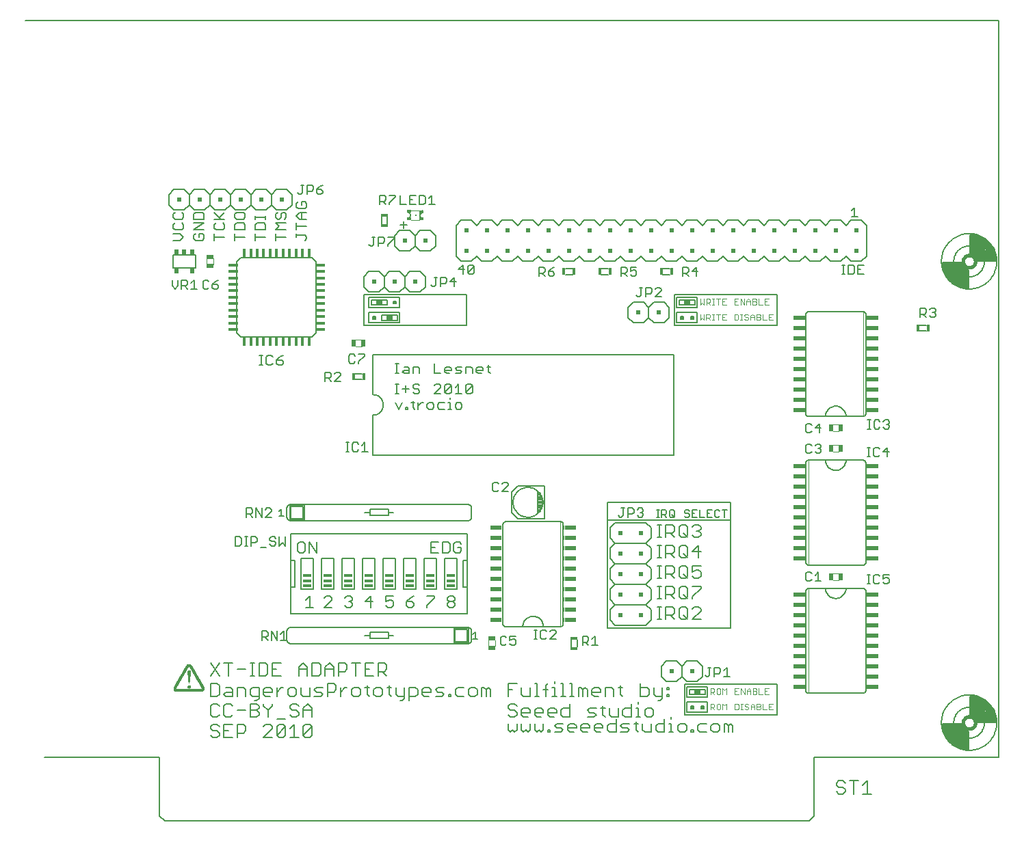
<source format=gto>
G75*
G70*
%OFA0B0*%
%FSLAX24Y24*%
%IPPOS*%
%LPD*%
%AMOC8*
5,1,8,0,0,1.08239X$1,22.5*
%
%ADD10C,0.0070*%
%ADD11C,0.0050*%
%ADD12C,0.0080*%
%ADD13C,0.0040*%
%ADD14C,0.0060*%
%ADD15C,0.0030*%
%ADD16R,0.0200X0.0200*%
%ADD17C,0.0020*%
%ADD18R,0.0050X0.0200*%
%ADD19R,0.0580X0.0200*%
%ADD20R,0.0400X0.0150*%
%ADD21R,0.0197X0.0374*%
%ADD22R,0.0197X0.0128*%
%ADD23R,0.0098X0.0059*%
%ADD24R,0.0069X0.0157*%
%ADD25R,0.0079X0.0079*%
%ADD26R,0.0118X0.0118*%
%ADD27R,0.0030X0.0128*%
%ADD28R,0.0340X0.0160*%
%ADD29R,0.0160X0.0340*%
%ADD30R,0.0374X0.0197*%
%ADD31C,0.0180*%
%ADD32C,0.0100*%
%ADD33R,0.0006X0.0006*%
%ADD34R,0.0006X0.0006*%
%ADD35R,0.0006X0.0006*%
%ADD36R,0.0006X0.0006*%
%ADD37R,0.0157X0.0472*%
%ADD38R,0.0472X0.0157*%
%ADD39C,0.0079*%
%ADD40R,0.0197X0.0256*%
D10*
X010451Y012056D02*
X010346Y012161D01*
X010451Y012056D02*
X010661Y012056D01*
X010766Y012161D01*
X010766Y012266D01*
X010661Y012371D01*
X010451Y012371D01*
X010346Y012476D01*
X010346Y012581D01*
X010451Y012686D01*
X010661Y012686D01*
X010766Y012581D01*
X010991Y012686D02*
X010991Y012056D01*
X011411Y012056D01*
X011635Y012056D02*
X011635Y012686D01*
X011950Y012686D01*
X012055Y012581D01*
X012055Y012371D01*
X011950Y012266D01*
X011635Y012266D01*
X011201Y012371D02*
X010991Y012371D01*
X010991Y012686D02*
X011411Y012686D01*
X011306Y013056D02*
X011411Y013161D01*
X011306Y013056D02*
X011096Y013056D01*
X010991Y013161D01*
X010991Y013581D01*
X011096Y013686D01*
X011306Y013686D01*
X011411Y013581D01*
X011635Y013371D02*
X012055Y013371D01*
X012280Y013371D02*
X012595Y013371D01*
X012700Y013266D01*
X012700Y013161D01*
X012595Y013056D01*
X012280Y013056D01*
X012280Y013686D01*
X012595Y013686D01*
X012700Y013581D01*
X012700Y013476D01*
X012595Y013371D01*
X012924Y013581D02*
X013134Y013371D01*
X013134Y013056D01*
X013134Y013371D02*
X013344Y013581D01*
X013344Y013686D01*
X013239Y014056D02*
X013029Y014056D01*
X012924Y014161D01*
X012924Y014371D01*
X013029Y014476D01*
X013239Y014476D01*
X013344Y014371D01*
X013344Y014266D01*
X012924Y014266D01*
X012700Y014476D02*
X012700Y013951D01*
X012595Y013846D01*
X012490Y013846D01*
X012385Y014056D02*
X012280Y014161D01*
X012280Y014371D01*
X012385Y014476D01*
X012700Y014476D01*
X012700Y014056D02*
X012385Y014056D01*
X012055Y014056D02*
X012055Y014371D01*
X011950Y014476D01*
X011635Y014476D01*
X011635Y014056D01*
X011411Y014056D02*
X011096Y014056D01*
X010991Y014161D01*
X011096Y014266D01*
X011411Y014266D01*
X011411Y014371D02*
X011411Y014056D01*
X011411Y014371D02*
X011306Y014476D01*
X011096Y014476D01*
X010766Y014581D02*
X010766Y014161D01*
X010661Y014056D01*
X010346Y014056D01*
X010346Y014686D01*
X010661Y014686D01*
X010766Y014581D01*
X010766Y015056D02*
X010346Y015686D01*
X010766Y015686D02*
X010346Y015056D01*
X010991Y015686D02*
X011411Y015686D01*
X011201Y015686D02*
X011201Y015056D01*
X011635Y015371D02*
X012055Y015371D01*
X012280Y015686D02*
X012490Y015686D01*
X012385Y015686D02*
X012385Y015056D01*
X012280Y015056D02*
X012490Y015056D01*
X012709Y015056D02*
X013025Y015056D01*
X013130Y015161D01*
X013130Y015581D01*
X013025Y015686D01*
X012709Y015686D01*
X012709Y015056D01*
X013354Y015056D02*
X013354Y015686D01*
X013774Y015686D01*
X013564Y015371D02*
X013354Y015371D01*
X013354Y015056D02*
X013774Y015056D01*
X013779Y014476D02*
X013884Y014476D01*
X013779Y014476D02*
X013569Y014266D01*
X013569Y014056D02*
X013569Y014476D01*
X014106Y014371D02*
X014106Y014161D01*
X014211Y014056D01*
X014421Y014056D01*
X014526Y014161D01*
X014526Y014371D01*
X014421Y014476D01*
X014211Y014476D01*
X014106Y014371D01*
X014750Y014476D02*
X014750Y014161D01*
X014855Y014056D01*
X015171Y014056D01*
X015171Y014476D01*
X015395Y014371D02*
X015500Y014476D01*
X015815Y014476D01*
X015710Y014266D02*
X015500Y014266D01*
X015395Y014371D01*
X015395Y014056D02*
X015710Y014056D01*
X015815Y014161D01*
X015710Y014266D01*
X016039Y014266D02*
X016355Y014266D01*
X016460Y014371D01*
X016460Y014581D01*
X016355Y014686D01*
X016039Y014686D01*
X016039Y014056D01*
X016684Y014056D02*
X016684Y014476D01*
X016684Y014266D02*
X016894Y014476D01*
X016999Y014476D01*
X017221Y014371D02*
X017326Y014476D01*
X017536Y014476D01*
X017641Y014371D01*
X017641Y014161D01*
X017536Y014056D01*
X017326Y014056D01*
X017221Y014161D01*
X017221Y014371D01*
X017865Y014476D02*
X018076Y014476D01*
X017971Y014581D02*
X017971Y014161D01*
X018076Y014056D01*
X018295Y014161D02*
X018400Y014056D01*
X018610Y014056D01*
X018716Y014161D01*
X018716Y014371D01*
X018610Y014476D01*
X018400Y014476D01*
X018295Y014371D01*
X018295Y014161D01*
X018940Y014476D02*
X019150Y014476D01*
X019045Y014581D02*
X019045Y014161D01*
X019150Y014056D01*
X019369Y014161D02*
X019474Y014056D01*
X019790Y014056D01*
X019790Y013951D02*
X019685Y013846D01*
X019580Y013846D01*
X019790Y013951D02*
X019790Y014476D01*
X020014Y014476D02*
X020329Y014476D01*
X020434Y014371D01*
X020434Y014161D01*
X020329Y014056D01*
X020014Y014056D01*
X020014Y013846D02*
X020014Y014476D01*
X019369Y014476D02*
X019369Y014161D01*
X018930Y015056D02*
X018720Y015266D01*
X018825Y015266D02*
X018510Y015266D01*
X018510Y015056D02*
X018510Y015686D01*
X018825Y015686D01*
X018930Y015581D01*
X018930Y015371D01*
X018825Y015266D01*
X018286Y015056D02*
X017866Y015056D01*
X017866Y015686D01*
X018286Y015686D01*
X018076Y015371D02*
X017866Y015371D01*
X017641Y015686D02*
X017221Y015686D01*
X017431Y015686D02*
X017431Y015056D01*
X016997Y015371D02*
X016892Y015266D01*
X016576Y015266D01*
X016576Y015056D02*
X016576Y015686D01*
X016892Y015686D01*
X016997Y015581D01*
X016997Y015371D01*
X016352Y015371D02*
X015932Y015371D01*
X015932Y015476D02*
X015932Y015056D01*
X015708Y015161D02*
X015708Y015581D01*
X015603Y015686D01*
X015287Y015686D01*
X015287Y015056D01*
X015603Y015056D01*
X015708Y015161D01*
X015932Y015476D02*
X016142Y015686D01*
X016352Y015476D01*
X016352Y015056D01*
X015063Y015056D02*
X015063Y015476D01*
X014853Y015686D01*
X014643Y015476D01*
X014643Y015056D01*
X014643Y015371D02*
X015063Y015371D01*
X015068Y013686D02*
X015278Y013476D01*
X015278Y013056D01*
X015278Y013371D02*
X014858Y013371D01*
X014858Y013476D02*
X015068Y013686D01*
X014858Y013476D02*
X014858Y013056D01*
X014634Y013161D02*
X014528Y013056D01*
X014318Y013056D01*
X014213Y013161D01*
X014318Y013371D02*
X014213Y013476D01*
X014213Y013581D01*
X014318Y013686D01*
X014528Y013686D01*
X014634Y013581D01*
X014528Y013371D02*
X014634Y013266D01*
X014634Y013161D01*
X014528Y013371D02*
X014318Y013371D01*
X013989Y012951D02*
X013569Y012951D01*
X013674Y012686D02*
X013569Y012581D01*
X013569Y012161D01*
X013989Y012581D01*
X013989Y012161D01*
X013884Y012056D01*
X013674Y012056D01*
X013569Y012161D01*
X013344Y012056D02*
X012924Y012056D01*
X013344Y012476D01*
X013344Y012581D01*
X013239Y012686D01*
X013029Y012686D01*
X012924Y012581D01*
X013674Y012686D02*
X013884Y012686D01*
X013989Y012581D01*
X014213Y012476D02*
X014423Y012686D01*
X014423Y012056D01*
X014213Y012056D02*
X014634Y012056D01*
X014858Y012161D02*
X015278Y012581D01*
X015278Y012161D01*
X015173Y012056D01*
X014963Y012056D01*
X014858Y012161D01*
X014858Y012581D01*
X014963Y012686D01*
X015173Y012686D01*
X015278Y012581D01*
X012924Y013581D02*
X012924Y013686D01*
X010766Y013581D02*
X010661Y013686D01*
X010451Y013686D01*
X010346Y013581D01*
X010346Y013161D01*
X010451Y013056D01*
X010661Y013056D01*
X010766Y013161D01*
X020658Y014161D02*
X020658Y014371D01*
X020764Y014476D01*
X020974Y014476D01*
X021079Y014371D01*
X021079Y014266D01*
X020658Y014266D01*
X020658Y014161D02*
X020764Y014056D01*
X020974Y014056D01*
X021303Y014056D02*
X021618Y014056D01*
X021723Y014161D01*
X021618Y014266D01*
X021408Y014266D01*
X021303Y014371D01*
X021408Y014476D01*
X021723Y014476D01*
X021947Y014161D02*
X022053Y014161D01*
X022053Y014056D01*
X021947Y014056D01*
X021947Y014161D01*
X022270Y014161D02*
X022375Y014056D01*
X022690Y014056D01*
X022914Y014161D02*
X023019Y014056D01*
X023229Y014056D01*
X023335Y014161D01*
X023335Y014371D01*
X023229Y014476D01*
X023019Y014476D01*
X022914Y014371D01*
X022914Y014161D01*
X022690Y014476D02*
X022375Y014476D01*
X022270Y014371D01*
X022270Y014161D01*
X023559Y014056D02*
X023559Y014476D01*
X023664Y014476D01*
X023769Y014371D01*
X023874Y014476D01*
X023979Y014371D01*
X023979Y014056D01*
X023769Y014056D02*
X023769Y014371D01*
X024846Y014371D02*
X025056Y014371D01*
X024846Y014056D02*
X024846Y014686D01*
X025266Y014686D01*
X025491Y014476D02*
X025491Y014161D01*
X025596Y014056D01*
X025911Y014056D01*
X025911Y014476D01*
X026135Y014686D02*
X026240Y014686D01*
X026240Y014056D01*
X026135Y014056D02*
X026345Y014056D01*
X026670Y014056D02*
X026670Y014581D01*
X026775Y014686D01*
X026994Y014476D02*
X027100Y014476D01*
X027100Y014056D01*
X027205Y014056D02*
X026994Y014056D01*
X026775Y014371D02*
X026565Y014371D01*
X027100Y014686D02*
X027100Y014791D01*
X027424Y014686D02*
X027529Y014686D01*
X027529Y014056D01*
X027424Y014056D02*
X027634Y014056D01*
X027854Y014056D02*
X028064Y014056D01*
X027959Y014056D02*
X027959Y014686D01*
X027854Y014686D01*
X028284Y014476D02*
X028284Y014056D01*
X028494Y014056D02*
X028494Y014371D01*
X028599Y014476D01*
X028704Y014371D01*
X028704Y014056D01*
X028928Y014161D02*
X028928Y014371D01*
X029033Y014476D01*
X029243Y014476D01*
X029348Y014371D01*
X029348Y014266D01*
X028928Y014266D01*
X028928Y014161D02*
X029033Y014056D01*
X029243Y014056D01*
X029573Y014056D02*
X029573Y014476D01*
X029888Y014476D01*
X029993Y014371D01*
X029993Y014056D01*
X030322Y014161D02*
X030427Y014056D01*
X030322Y014161D02*
X030322Y014581D01*
X030217Y014476D02*
X030427Y014476D01*
X031291Y014476D02*
X031607Y014476D01*
X031712Y014371D01*
X031712Y014161D01*
X031607Y014056D01*
X031291Y014056D01*
X031291Y014686D01*
X031936Y014476D02*
X031936Y014161D01*
X032041Y014056D01*
X032356Y014056D01*
X032356Y013951D02*
X032251Y013846D01*
X032146Y013846D01*
X032356Y013951D02*
X032356Y014476D01*
X032580Y014476D02*
X032580Y014371D01*
X032685Y014371D01*
X032685Y014476D01*
X032580Y014476D01*
X032580Y014161D02*
X032580Y014056D01*
X032685Y014056D01*
X032685Y014161D01*
X032580Y014161D01*
X031821Y013476D02*
X031611Y013476D01*
X031506Y013371D01*
X031506Y013161D01*
X031611Y013056D01*
X031821Y013056D01*
X031926Y013161D01*
X031926Y013371D01*
X031821Y013476D01*
X031182Y013476D02*
X031182Y013056D01*
X031287Y013056D02*
X031076Y013056D01*
X030852Y013056D02*
X030537Y013056D01*
X030432Y013161D01*
X030432Y013371D01*
X030537Y013476D01*
X030852Y013476D01*
X030852Y013686D02*
X030852Y013056D01*
X031074Y012831D02*
X031074Y012411D01*
X031179Y012306D01*
X031399Y012411D02*
X031504Y012306D01*
X031819Y012306D01*
X031819Y012726D01*
X032043Y012621D02*
X032043Y012411D01*
X032148Y012306D01*
X032464Y012306D01*
X032464Y012936D01*
X032464Y012726D02*
X032148Y012726D01*
X032043Y012621D01*
X031399Y012726D02*
X031399Y012411D01*
X031179Y012726D02*
X030969Y012726D01*
X030745Y012726D02*
X030430Y012726D01*
X030324Y012621D01*
X030430Y012516D01*
X030640Y012516D01*
X030745Y012411D01*
X030640Y012306D01*
X030324Y012306D01*
X030100Y012306D02*
X029785Y012306D01*
X029680Y012411D01*
X029680Y012621D01*
X029785Y012726D01*
X030100Y012726D01*
X030100Y012936D02*
X030100Y012306D01*
X029456Y012516D02*
X029456Y012621D01*
X029351Y012726D01*
X029141Y012726D01*
X029035Y012621D01*
X029035Y012411D01*
X029141Y012306D01*
X029351Y012306D01*
X029456Y012516D02*
X029035Y012516D01*
X028811Y012516D02*
X028391Y012516D01*
X028391Y012411D02*
X028391Y012621D01*
X028496Y012726D01*
X028706Y012726D01*
X028811Y012621D01*
X028811Y012516D01*
X028706Y012306D02*
X028496Y012306D01*
X028391Y012411D01*
X028167Y012516D02*
X027746Y012516D01*
X027746Y012411D02*
X027746Y012621D01*
X027851Y012726D01*
X028062Y012726D01*
X028167Y012621D01*
X028167Y012516D01*
X028062Y012306D02*
X027851Y012306D01*
X027746Y012411D01*
X027522Y012411D02*
X027417Y012516D01*
X027207Y012516D01*
X027102Y012621D01*
X027207Y012726D01*
X027522Y012726D01*
X027522Y012411D02*
X027417Y012306D01*
X027102Y012306D01*
X026885Y012306D02*
X026780Y012306D01*
X026780Y012411D01*
X026885Y012411D01*
X026885Y012306D01*
X026555Y012411D02*
X026555Y012726D01*
X026555Y012411D02*
X026450Y012306D01*
X026345Y012411D01*
X026240Y012306D01*
X026135Y012411D01*
X026135Y012726D01*
X025911Y012726D02*
X025911Y012411D01*
X025806Y012306D01*
X025701Y012411D01*
X025596Y012306D01*
X025491Y012411D01*
X025491Y012726D01*
X025266Y012726D02*
X025266Y012411D01*
X025161Y012306D01*
X025056Y012411D01*
X024951Y012306D01*
X024846Y012411D01*
X024846Y012726D01*
X024951Y013056D02*
X024846Y013161D01*
X024951Y013056D02*
X025161Y013056D01*
X025266Y013161D01*
X025266Y013266D01*
X025161Y013371D01*
X024951Y013371D01*
X024846Y013476D01*
X024846Y013581D01*
X024951Y013686D01*
X025161Y013686D01*
X025266Y013581D01*
X025491Y013371D02*
X025596Y013476D01*
X025806Y013476D01*
X025911Y013371D01*
X025911Y013266D01*
X025491Y013266D01*
X025491Y013161D02*
X025491Y013371D01*
X025491Y013161D02*
X025596Y013056D01*
X025806Y013056D01*
X026135Y013161D02*
X026135Y013371D01*
X026240Y013476D01*
X026450Y013476D01*
X026555Y013371D01*
X026555Y013266D01*
X026135Y013266D01*
X026135Y013161D02*
X026240Y013056D01*
X026450Y013056D01*
X026780Y013161D02*
X026780Y013371D01*
X026885Y013476D01*
X027095Y013476D01*
X027200Y013371D01*
X027200Y013266D01*
X026780Y013266D01*
X026780Y013161D02*
X026885Y013056D01*
X027095Y013056D01*
X027424Y013161D02*
X027424Y013371D01*
X027529Y013476D01*
X027844Y013476D01*
X027844Y013686D02*
X027844Y013056D01*
X027529Y013056D01*
X027424Y013161D01*
X028713Y013056D02*
X029028Y013056D01*
X029134Y013161D01*
X029028Y013266D01*
X028818Y013266D01*
X028713Y013371D01*
X028818Y013476D01*
X029134Y013476D01*
X029358Y013476D02*
X029568Y013476D01*
X029463Y013581D02*
X029463Y013161D01*
X029568Y013056D01*
X029787Y013161D02*
X029892Y013056D01*
X030208Y013056D01*
X030208Y013476D01*
X029787Y013476D02*
X029787Y013161D01*
X031076Y013476D02*
X031182Y013476D01*
X031182Y013686D02*
X031182Y013791D01*
X032793Y013041D02*
X032793Y012936D01*
X032793Y012726D02*
X032793Y012306D01*
X032688Y012306D02*
X032898Y012306D01*
X033117Y012411D02*
X033223Y012306D01*
X033433Y012306D01*
X033538Y012411D01*
X033538Y012621D01*
X033433Y012726D01*
X033223Y012726D01*
X033117Y012621D01*
X033117Y012411D01*
X032793Y012726D02*
X032688Y012726D01*
X033762Y012411D02*
X033867Y012411D01*
X033867Y012306D01*
X033762Y012306D01*
X033762Y012411D01*
X034084Y012411D02*
X034084Y012621D01*
X034189Y012726D01*
X034505Y012726D01*
X034729Y012621D02*
X034729Y012411D01*
X034834Y012306D01*
X035044Y012306D01*
X035149Y012411D01*
X035149Y012621D01*
X035044Y012726D01*
X034834Y012726D01*
X034729Y012621D01*
X034505Y012306D02*
X034189Y012306D01*
X034084Y012411D01*
X035373Y012306D02*
X035373Y012726D01*
X035478Y012726D01*
X035583Y012621D01*
X035689Y012726D01*
X035794Y012621D01*
X035794Y012306D01*
X035583Y012306D02*
X035583Y012621D01*
X028494Y014371D02*
X028389Y014476D01*
X028284Y014476D01*
X022513Y028056D02*
X022595Y028137D01*
X022595Y028301D01*
X022513Y028383D01*
X022350Y028383D01*
X022268Y028301D01*
X022268Y028137D01*
X022350Y028056D01*
X022513Y028056D01*
X022088Y028056D02*
X021924Y028056D01*
X022006Y028056D02*
X022006Y028383D01*
X021924Y028383D01*
X022006Y028546D02*
X022006Y028628D01*
X021997Y028806D02*
X021834Y028806D01*
X021752Y028887D01*
X022079Y029214D01*
X022079Y028887D01*
X021997Y028806D01*
X021752Y028887D02*
X021752Y029214D01*
X021834Y029296D01*
X021997Y029296D01*
X022079Y029214D01*
X022268Y029133D02*
X022431Y029296D01*
X022431Y028806D01*
X022268Y028806D02*
X022595Y028806D01*
X022784Y028887D02*
X023110Y029214D01*
X023110Y028887D01*
X023029Y028806D01*
X022865Y028806D01*
X022784Y028887D01*
X022784Y029214D01*
X022865Y029296D01*
X023029Y029296D01*
X023110Y029214D01*
X023110Y029806D02*
X023110Y030051D01*
X023029Y030133D01*
X022784Y030133D01*
X022784Y029806D01*
X022595Y029887D02*
X022513Y029969D01*
X022350Y029969D01*
X022268Y030051D01*
X022350Y030133D01*
X022595Y030133D01*
X022595Y029887D02*
X022513Y029806D01*
X022268Y029806D01*
X022079Y029969D02*
X021752Y029969D01*
X021752Y029887D02*
X021752Y030051D01*
X021834Y030133D01*
X021997Y030133D01*
X022079Y030051D01*
X022079Y029969D01*
X021997Y029806D02*
X021834Y029806D01*
X021752Y029887D01*
X021564Y029806D02*
X021237Y029806D01*
X021237Y030296D01*
X020532Y030051D02*
X020532Y029806D01*
X020532Y030051D02*
X020451Y030133D01*
X020205Y030133D01*
X020205Y029806D01*
X020017Y029806D02*
X020017Y030051D01*
X019935Y030133D01*
X019771Y030133D01*
X019771Y029969D02*
X020017Y029969D01*
X020017Y029806D02*
X019771Y029806D01*
X019690Y029887D01*
X019771Y029969D01*
X019509Y029806D02*
X019346Y029806D01*
X019428Y029806D02*
X019428Y030296D01*
X019509Y030296D02*
X019346Y030296D01*
X019346Y029296D02*
X019509Y029296D01*
X019428Y029296D02*
X019428Y028806D01*
X019509Y028806D02*
X019346Y028806D01*
X019690Y029051D02*
X020017Y029051D01*
X020205Y029133D02*
X020287Y029051D01*
X020451Y029051D01*
X020532Y028969D01*
X020532Y028887D01*
X020451Y028806D01*
X020287Y028806D01*
X020205Y028887D01*
X020205Y029133D02*
X020205Y029214D01*
X020287Y029296D01*
X020451Y029296D01*
X020532Y029214D01*
X019853Y029214D02*
X019853Y028887D01*
X019673Y028383D02*
X019509Y028056D01*
X019346Y028383D01*
X019862Y028137D02*
X019943Y028137D01*
X019943Y028056D01*
X019862Y028056D01*
X019862Y028137D01*
X020201Y028137D02*
X020201Y028464D01*
X020119Y028383D02*
X020283Y028383D01*
X020463Y028383D02*
X020463Y028056D01*
X020463Y028219D02*
X020627Y028383D01*
X020708Y028383D01*
X020893Y028301D02*
X020893Y028137D01*
X020975Y028056D01*
X021138Y028056D01*
X021220Y028137D01*
X021220Y028301D01*
X021138Y028383D01*
X020975Y028383D01*
X020893Y028301D01*
X021409Y028301D02*
X021409Y028137D01*
X021490Y028056D01*
X021735Y028056D01*
X021735Y028383D02*
X021490Y028383D01*
X021409Y028301D01*
X021564Y028806D02*
X021237Y028806D01*
X021564Y029133D01*
X021564Y029214D01*
X021482Y029296D01*
X021318Y029296D01*
X021237Y029214D01*
X020201Y028137D02*
X020283Y028056D01*
X023299Y029887D02*
X023299Y030051D01*
X023381Y030133D01*
X023544Y030133D01*
X023626Y030051D01*
X023626Y029969D01*
X023299Y029969D01*
X023299Y029887D02*
X023381Y029806D01*
X023544Y029806D01*
X023897Y029887D02*
X023978Y029806D01*
X023897Y029887D02*
X023897Y030214D01*
X023978Y030133D02*
X023815Y030133D01*
X013885Y030296D02*
X013885Y030376D01*
X013805Y030456D01*
X013565Y030456D01*
X013565Y030296D01*
X013645Y030216D01*
X013805Y030216D01*
X013885Y030296D01*
X013725Y030616D02*
X013565Y030456D01*
X013725Y030616D02*
X013885Y030696D01*
X013379Y030616D02*
X013299Y030696D01*
X013139Y030696D01*
X013059Y030616D01*
X013059Y030296D01*
X013139Y030216D01*
X013299Y030216D01*
X013379Y030296D01*
X012881Y030216D02*
X012721Y030216D01*
X012801Y030216D02*
X012801Y030696D01*
X012721Y030696D02*
X012881Y030696D01*
D11*
X017811Y032146D02*
X017811Y033646D01*
X022811Y033646D01*
X022811Y032146D01*
X017811Y032146D01*
X018061Y032271D02*
X019561Y032271D01*
X019561Y032771D01*
X018061Y032771D01*
X018061Y032271D01*
X018249Y032458D02*
X018374Y032458D01*
X018374Y032471D01*
X018374Y032571D01*
X018249Y032571D01*
X018249Y032471D01*
X018374Y032471D01*
X018374Y032521D01*
X018249Y032521D01*
X018249Y032571D01*
X018249Y032583D01*
X018374Y032583D01*
X018374Y032571D01*
X018374Y032521D01*
X018249Y032521D02*
X018249Y032471D01*
X018249Y032458D01*
X018686Y032396D02*
X019436Y032396D01*
X019436Y032646D01*
X018686Y032646D01*
X018686Y032396D01*
X018936Y032396D02*
X019186Y032396D01*
X019186Y032421D01*
X019186Y032621D01*
X018936Y032621D01*
X018936Y032421D01*
X019186Y032421D01*
X019186Y032471D01*
X018936Y032471D01*
X018936Y032521D01*
X019186Y032521D01*
X019186Y032471D01*
X019186Y032521D02*
X019186Y032571D01*
X018936Y032571D01*
X018936Y032621D01*
X018936Y032646D01*
X019186Y032646D01*
X019186Y032621D01*
X019186Y032571D01*
X018936Y032571D02*
X018936Y032521D01*
X018936Y032471D02*
X018936Y032421D01*
X018936Y032396D01*
X018936Y033146D02*
X018186Y033146D01*
X018186Y033396D01*
X018936Y033396D01*
X018936Y033146D01*
X018686Y033146D02*
X018436Y033146D01*
X018436Y033171D01*
X018436Y033371D01*
X018686Y033371D01*
X018686Y033171D01*
X018436Y033171D01*
X018436Y033221D01*
X018686Y033221D01*
X018686Y033171D01*
X018686Y033146D01*
X018686Y033221D02*
X018686Y033271D01*
X018436Y033271D01*
X018436Y033321D01*
X018686Y033321D01*
X018686Y033271D01*
X018686Y033321D02*
X018686Y033371D01*
X018686Y033396D01*
X018436Y033396D01*
X018436Y033371D01*
X018436Y033321D01*
X018436Y033271D02*
X018436Y033221D01*
X018061Y033021D02*
X018061Y033521D01*
X019561Y033521D01*
X019561Y033021D01*
X018061Y033021D01*
X019249Y033208D02*
X019374Y033208D01*
X019374Y033221D01*
X019374Y033321D01*
X019249Y033321D01*
X019249Y033221D01*
X019374Y033221D01*
X019374Y033271D01*
X019249Y033271D01*
X019249Y033321D01*
X019249Y033333D01*
X019374Y033333D01*
X019374Y033321D01*
X019374Y033271D01*
X019249Y033271D02*
X019249Y033221D01*
X019249Y033208D01*
X022415Y034871D02*
X022716Y034871D01*
X022876Y035021D02*
X022951Y035096D01*
X023101Y035096D01*
X023176Y035021D01*
X022876Y034721D01*
X022951Y034646D01*
X023101Y034646D01*
X023176Y034721D01*
X023176Y035021D01*
X022876Y035021D02*
X022876Y034721D01*
X022640Y034646D02*
X022640Y035096D01*
X022415Y034871D01*
X032936Y033646D02*
X032936Y032146D01*
X037936Y032146D01*
X037936Y033646D01*
X032936Y033646D01*
X033061Y033521D02*
X034061Y033521D01*
X034061Y033021D01*
X033061Y033021D01*
X033061Y033521D01*
X033186Y033396D02*
X033186Y033146D01*
X033936Y033146D01*
X033936Y033396D01*
X033186Y033396D01*
X033436Y033396D02*
X033686Y033396D01*
X033686Y033371D01*
X033686Y033171D01*
X033436Y033171D01*
X033436Y033371D01*
X033686Y033371D01*
X033686Y033321D01*
X033436Y033321D01*
X033436Y033371D01*
X033436Y033396D01*
X033436Y033321D02*
X033436Y033271D01*
X033686Y033271D01*
X033686Y033221D01*
X033436Y033221D01*
X033436Y033271D01*
X033436Y033221D02*
X033436Y033171D01*
X033436Y033146D01*
X033686Y033146D01*
X033686Y033171D01*
X033686Y033221D01*
X033686Y033271D02*
X033686Y033321D01*
X034061Y032771D02*
X033061Y032771D01*
X033061Y032271D01*
X034061Y032271D01*
X034061Y032771D01*
X033874Y032583D02*
X033749Y032583D01*
X033749Y032458D01*
X033874Y032458D01*
X033874Y032583D01*
X033874Y032571D01*
X033749Y032571D01*
X033749Y032583D01*
X033749Y032571D02*
X033749Y032521D01*
X033874Y032521D01*
X033874Y032471D01*
X033749Y032471D01*
X033749Y032521D01*
X033749Y032471D02*
X033749Y032458D01*
X033874Y032471D02*
X033874Y032458D01*
X033874Y032521D02*
X033874Y032571D01*
X033374Y032571D02*
X033249Y032571D01*
X033249Y032583D01*
X033374Y032583D01*
X033374Y032458D01*
X033249Y032458D01*
X033249Y032583D01*
X033249Y032571D02*
X033249Y032521D01*
X033374Y032521D01*
X033374Y032471D01*
X033249Y032471D01*
X033249Y032521D01*
X033249Y032471D02*
X033249Y032458D01*
X033374Y032471D02*
X033374Y032458D01*
X033374Y032521D02*
X033374Y032571D01*
X033374Y032583D01*
X041576Y037446D02*
X041876Y037446D01*
X041726Y037446D02*
X041726Y037896D01*
X041576Y037746D01*
X044915Y032996D02*
X045140Y032996D01*
X045216Y032921D01*
X045216Y032771D01*
X045140Y032696D01*
X044915Y032696D01*
X044915Y032546D02*
X044915Y032996D01*
X045065Y032696D02*
X045216Y032546D01*
X045376Y032621D02*
X045451Y032546D01*
X045601Y032546D01*
X045676Y032621D01*
X045676Y032696D01*
X045601Y032771D01*
X045526Y032771D01*
X045601Y032771D02*
X045676Y032846D01*
X045676Y032921D01*
X045601Y032996D01*
X045451Y032996D01*
X045376Y032921D01*
X035686Y023521D02*
X029686Y023521D01*
X029686Y022646D01*
X035686Y022646D01*
X035686Y017396D01*
X029686Y017396D01*
X029686Y022646D01*
X032086Y022796D02*
X032203Y022796D01*
X032144Y022796D02*
X032144Y023146D01*
X032086Y023146D02*
X032203Y023146D01*
X032332Y023146D02*
X032507Y023146D01*
X032565Y023088D01*
X032565Y022971D01*
X032507Y022912D01*
X032332Y022912D01*
X032448Y022912D02*
X032565Y022796D01*
X032700Y022854D02*
X032758Y022796D01*
X032875Y022796D01*
X032933Y022854D01*
X032933Y023088D01*
X032875Y023146D01*
X032758Y023146D01*
X032700Y023088D01*
X032700Y022854D01*
X032817Y022912D02*
X032933Y022796D01*
X033436Y022854D02*
X033495Y022796D01*
X033612Y022796D01*
X033670Y022854D01*
X033670Y022912D01*
X033612Y022971D01*
X033495Y022971D01*
X033436Y023029D01*
X033436Y023088D01*
X033495Y023146D01*
X033612Y023146D01*
X033670Y023088D01*
X033805Y023146D02*
X033805Y022796D01*
X034038Y022796D01*
X034173Y022796D02*
X034407Y022796D01*
X034541Y022796D02*
X034541Y023146D01*
X034775Y023146D01*
X034910Y023088D02*
X034968Y023146D01*
X035085Y023146D01*
X035143Y023088D01*
X035278Y023146D02*
X035511Y023146D01*
X035395Y023146D02*
X035395Y022796D01*
X035143Y022854D02*
X035085Y022796D01*
X034968Y022796D01*
X034910Y022854D01*
X034910Y023088D01*
X034658Y022971D02*
X034541Y022971D01*
X034541Y022796D02*
X034775Y022796D01*
X034173Y022796D02*
X034173Y023146D01*
X034038Y023146D02*
X033805Y023146D01*
X033805Y022971D02*
X033921Y022971D01*
X035686Y022646D02*
X035686Y023521D01*
X032332Y023146D02*
X032332Y022796D01*
X023240Y017196D02*
X023240Y016856D01*
X023127Y016856D02*
X023354Y016856D01*
X023127Y017083D02*
X023240Y017196D01*
X013913Y022846D02*
X013686Y022846D01*
X013799Y022846D02*
X013799Y023186D01*
X013686Y023073D01*
X033436Y014646D02*
X033436Y013146D01*
X037936Y013146D01*
X037936Y014646D01*
X033436Y014646D01*
X033561Y014521D02*
X034561Y014521D01*
X034561Y014021D01*
X033561Y014021D01*
X033561Y014521D01*
X033686Y014396D02*
X034436Y014396D01*
X034436Y014146D01*
X033686Y014146D01*
X033686Y014396D01*
X033936Y014396D02*
X034186Y014396D01*
X034186Y014371D01*
X034186Y014171D01*
X033936Y014171D01*
X033936Y014371D01*
X034186Y014371D01*
X034186Y014321D01*
X033936Y014321D01*
X033936Y014371D01*
X033936Y014396D01*
X033936Y014321D02*
X033936Y014271D01*
X034186Y014271D01*
X034186Y014221D01*
X033936Y014221D01*
X033936Y014271D01*
X033936Y014221D02*
X033936Y014171D01*
X033936Y014146D01*
X034186Y014146D01*
X034186Y014171D01*
X034186Y014221D01*
X034186Y014271D02*
X034186Y014321D01*
X034561Y013771D02*
X033561Y013771D01*
X033561Y013271D01*
X034561Y013271D01*
X034561Y013771D01*
X034374Y013583D02*
X034374Y013458D01*
X034249Y013458D01*
X034249Y013583D01*
X034374Y013583D01*
X034374Y013571D01*
X034249Y013571D01*
X034249Y013583D01*
X034249Y013571D02*
X034249Y013521D01*
X034374Y013521D01*
X034374Y013471D01*
X034249Y013471D01*
X034249Y013521D01*
X034249Y013471D02*
X034249Y013458D01*
X034374Y013471D02*
X034374Y013458D01*
X034374Y013521D02*
X034374Y013571D01*
X033874Y013571D02*
X033749Y013571D01*
X033749Y013583D01*
X033874Y013583D01*
X033874Y013458D01*
X033749Y013458D01*
X033749Y013583D01*
X033749Y013571D02*
X033749Y013521D01*
X033874Y013521D01*
X033874Y013471D01*
X033749Y013471D01*
X033749Y013521D01*
X033749Y013471D02*
X033749Y013458D01*
X033874Y013471D02*
X033874Y013458D01*
X033874Y013521D02*
X033874Y013571D01*
X033874Y013583D01*
D12*
X008111Y007971D02*
X007861Y008221D01*
X007861Y011071D01*
X002261Y011071D01*
X008111Y007971D02*
X039511Y007971D01*
X039761Y008221D01*
X039761Y011071D01*
X048750Y011071D01*
X048761Y011083D02*
X048761Y047007D01*
X048764Y047021D02*
X001311Y047021D01*
X025004Y024013D02*
X025319Y024328D01*
X026618Y024328D01*
X026618Y022714D01*
X025319Y022714D01*
X025004Y023029D01*
X025004Y024013D01*
X025083Y023521D02*
X025085Y023575D01*
X025091Y023628D01*
X025101Y023681D01*
X025115Y023733D01*
X025132Y023784D01*
X025153Y023833D01*
X025178Y023881D01*
X025207Y023927D01*
X025238Y023970D01*
X025273Y024011D01*
X025311Y024050D01*
X025351Y024085D01*
X025394Y024118D01*
X025439Y024147D01*
X025487Y024173D01*
X025536Y024195D01*
X025586Y024213D01*
X025638Y024228D01*
X025690Y024239D01*
X025744Y024246D01*
X025798Y024249D01*
X025851Y024248D01*
X025905Y024243D01*
X025958Y024234D01*
X026010Y024221D01*
X026061Y024205D01*
X026111Y024184D01*
X026159Y024160D01*
X026206Y024133D01*
X026250Y024102D01*
X026291Y024068D01*
X026331Y024031D01*
X026367Y023991D01*
X026400Y023949D01*
X026430Y023904D01*
X026457Y023857D01*
X026480Y023809D01*
X026499Y023759D01*
X026515Y023707D01*
X026527Y023655D01*
X026535Y023602D01*
X026539Y023548D01*
X026539Y023494D01*
X026535Y023440D01*
X026527Y023387D01*
X026515Y023335D01*
X026499Y023283D01*
X026480Y023233D01*
X026457Y023185D01*
X026430Y023138D01*
X026400Y023093D01*
X026367Y023051D01*
X026331Y023011D01*
X026291Y022974D01*
X026250Y022940D01*
X026206Y022909D01*
X026159Y022882D01*
X026111Y022858D01*
X026061Y022837D01*
X026010Y022821D01*
X025958Y022808D01*
X025905Y022799D01*
X025851Y022794D01*
X025798Y022793D01*
X025744Y022796D01*
X025690Y022803D01*
X025638Y022814D01*
X025586Y022829D01*
X025536Y022847D01*
X025487Y022869D01*
X025439Y022895D01*
X025394Y022924D01*
X025351Y022957D01*
X025311Y022992D01*
X025273Y023031D01*
X025238Y023072D01*
X025207Y023115D01*
X025178Y023161D01*
X025153Y023209D01*
X025132Y023258D01*
X025115Y023309D01*
X025101Y023361D01*
X025091Y023414D01*
X025085Y023467D01*
X025083Y023521D01*
X026283Y023558D02*
X026514Y023558D01*
X026520Y023521D02*
X026502Y023638D01*
X026470Y023752D01*
X026421Y023860D01*
X026359Y023961D01*
X026283Y024052D01*
X026283Y022989D01*
X026363Y023078D01*
X026428Y023178D01*
X026476Y023287D01*
X026507Y023402D01*
X026520Y023521D01*
X026515Y023479D02*
X026283Y023479D01*
X026283Y023401D02*
X026507Y023401D01*
X026486Y023322D02*
X026283Y023322D01*
X026283Y023244D02*
X026457Y023244D01*
X026419Y023165D02*
X026283Y023165D01*
X026283Y023087D02*
X026369Y023087D01*
X026300Y023008D02*
X026283Y023008D01*
X026283Y023636D02*
X026503Y023636D01*
X026480Y023715D02*
X026283Y023715D01*
X026283Y023794D02*
X026451Y023794D01*
X026414Y023872D02*
X026283Y023872D01*
X026283Y023951D02*
X026365Y023951D01*
X026303Y024029D02*
X026283Y024029D01*
X032101Y022431D02*
X032308Y022431D01*
X032204Y022431D02*
X032204Y021811D01*
X032101Y021811D02*
X032308Y021811D01*
X032531Y021811D02*
X032531Y022431D01*
X032841Y022431D01*
X032944Y022328D01*
X032944Y022121D01*
X032841Y022018D01*
X032531Y022018D01*
X032738Y022018D02*
X032944Y021811D01*
X033175Y021914D02*
X033175Y022328D01*
X033279Y022431D01*
X033485Y022431D01*
X033589Y022328D01*
X033589Y021914D01*
X033485Y021811D01*
X033279Y021811D01*
X033175Y021914D01*
X033382Y022018D02*
X033589Y021811D01*
X033820Y021914D02*
X033923Y021811D01*
X034130Y021811D01*
X034233Y021914D01*
X034233Y022018D01*
X034130Y022121D01*
X034027Y022121D01*
X034130Y022121D02*
X034233Y022224D01*
X034233Y022328D01*
X034130Y022431D01*
X033923Y022431D01*
X033820Y022328D01*
X034130Y021431D02*
X033820Y021121D01*
X034233Y021121D01*
X034130Y020811D02*
X034130Y021431D01*
X033589Y021328D02*
X033589Y020914D01*
X033485Y020811D01*
X033279Y020811D01*
X033175Y020914D01*
X033175Y021328D01*
X033279Y021431D01*
X033485Y021431D01*
X033589Y021328D01*
X033382Y021018D02*
X033589Y020811D01*
X033485Y020431D02*
X033589Y020328D01*
X033589Y019914D01*
X033485Y019811D01*
X033279Y019811D01*
X033175Y019914D01*
X033175Y020328D01*
X033279Y020431D01*
X033485Y020431D01*
X033820Y020431D02*
X033820Y020121D01*
X034027Y020224D01*
X034130Y020224D01*
X034233Y020121D01*
X034233Y019914D01*
X034130Y019811D01*
X033923Y019811D01*
X033820Y019914D01*
X033589Y019811D02*
X033382Y020018D01*
X032944Y020121D02*
X032944Y020328D01*
X032841Y020431D01*
X032531Y020431D01*
X032531Y019811D01*
X032531Y020018D02*
X032841Y020018D01*
X032944Y020121D01*
X032738Y020018D02*
X032944Y019811D01*
X032841Y019431D02*
X032944Y019328D01*
X032944Y019121D01*
X032841Y019018D01*
X032531Y019018D01*
X032738Y019018D02*
X032944Y018811D01*
X033175Y018914D02*
X033175Y019328D01*
X033279Y019431D01*
X033485Y019431D01*
X033589Y019328D01*
X033589Y018914D01*
X033485Y018811D01*
X033279Y018811D01*
X033175Y018914D01*
X033382Y019018D02*
X033589Y018811D01*
X033820Y018811D02*
X033820Y018914D01*
X034233Y019328D01*
X034233Y019431D01*
X033820Y019431D01*
X032841Y019431D02*
X032531Y019431D01*
X032531Y018811D01*
X032308Y018811D02*
X032101Y018811D01*
X032204Y018811D02*
X032204Y019431D01*
X032101Y019431D02*
X032308Y019431D01*
X032308Y019811D02*
X032101Y019811D01*
X032204Y019811D02*
X032204Y020431D01*
X032101Y020431D02*
X032308Y020431D01*
X032308Y020811D02*
X032101Y020811D01*
X032204Y020811D02*
X032204Y021431D01*
X032101Y021431D02*
X032308Y021431D01*
X032531Y021431D02*
X032531Y020811D01*
X032531Y021018D02*
X032841Y021018D01*
X032944Y021121D01*
X032944Y021328D01*
X032841Y021431D01*
X032531Y021431D01*
X032738Y021018D02*
X032944Y020811D01*
X033820Y020431D02*
X034233Y020431D01*
X034130Y018431D02*
X033923Y018431D01*
X033820Y018328D01*
X033589Y018328D02*
X033589Y017914D01*
X033485Y017811D01*
X033279Y017811D01*
X033175Y017914D01*
X033175Y018328D01*
X033279Y018431D01*
X033485Y018431D01*
X033589Y018328D01*
X033382Y018018D02*
X033589Y017811D01*
X033820Y017811D02*
X034233Y018224D01*
X034233Y018328D01*
X034130Y018431D01*
X034233Y017811D02*
X033820Y017811D01*
X032944Y017811D02*
X032738Y018018D01*
X032841Y018018D02*
X032531Y018018D01*
X032531Y017811D02*
X032531Y018431D01*
X032841Y018431D01*
X032944Y018328D01*
X032944Y018121D01*
X032841Y018018D01*
X032308Y017811D02*
X032101Y017811D01*
X032204Y017811D02*
X032204Y018431D01*
X032101Y018431D02*
X032308Y018431D01*
X046563Y012771D02*
X046565Y012826D01*
X046571Y012880D01*
X046581Y012934D01*
X046595Y012986D01*
X046612Y013038D01*
X046634Y013088D01*
X046659Y013137D01*
X046687Y013184D01*
X046719Y013228D01*
X046754Y013270D01*
X046792Y013309D01*
X046833Y013346D01*
X046876Y013379D01*
X046921Y013409D01*
X046969Y013436D01*
X047018Y013459D01*
X047069Y013479D01*
X047122Y013495D01*
X047175Y013507D01*
X047229Y013515D01*
X047284Y013519D01*
X047338Y013519D01*
X047393Y013515D01*
X047447Y013507D01*
X047500Y013495D01*
X047553Y013479D01*
X047604Y013459D01*
X047653Y013436D01*
X047701Y013409D01*
X047746Y013379D01*
X047789Y013346D01*
X047830Y013309D01*
X047868Y013270D01*
X047903Y013228D01*
X047935Y013184D01*
X047963Y013137D01*
X047988Y013088D01*
X048010Y013038D01*
X048027Y012986D01*
X048041Y012934D01*
X048051Y012880D01*
X048057Y012826D01*
X048059Y012771D01*
X048057Y012716D01*
X048051Y012662D01*
X048041Y012608D01*
X048027Y012556D01*
X048010Y012504D01*
X047988Y012454D01*
X047963Y012405D01*
X047935Y012358D01*
X047903Y012314D01*
X047868Y012272D01*
X047830Y012233D01*
X047789Y012196D01*
X047746Y012163D01*
X047701Y012133D01*
X047653Y012106D01*
X047604Y012083D01*
X047553Y012063D01*
X047500Y012047D01*
X047447Y012035D01*
X047393Y012027D01*
X047338Y012023D01*
X047284Y012023D01*
X047229Y012027D01*
X047175Y012035D01*
X047122Y012047D01*
X047069Y012063D01*
X047018Y012083D01*
X046969Y012106D01*
X046921Y012133D01*
X046876Y012163D01*
X046833Y012196D01*
X046792Y012233D01*
X046754Y012272D01*
X046719Y012314D01*
X046687Y012358D01*
X046659Y012405D01*
X046634Y012454D01*
X046612Y012504D01*
X046595Y012556D01*
X046581Y012608D01*
X046571Y012662D01*
X046565Y012716D01*
X046563Y012771D01*
X046563Y035271D02*
X046565Y035326D01*
X046571Y035380D01*
X046581Y035434D01*
X046595Y035486D01*
X046612Y035538D01*
X046634Y035588D01*
X046659Y035637D01*
X046687Y035684D01*
X046719Y035728D01*
X046754Y035770D01*
X046792Y035809D01*
X046833Y035846D01*
X046876Y035879D01*
X046921Y035909D01*
X046969Y035936D01*
X047018Y035959D01*
X047069Y035979D01*
X047122Y035995D01*
X047175Y036007D01*
X047229Y036015D01*
X047284Y036019D01*
X047338Y036019D01*
X047393Y036015D01*
X047447Y036007D01*
X047500Y035995D01*
X047553Y035979D01*
X047604Y035959D01*
X047653Y035936D01*
X047701Y035909D01*
X047746Y035879D01*
X047789Y035846D01*
X047830Y035809D01*
X047868Y035770D01*
X047903Y035728D01*
X047935Y035684D01*
X047963Y035637D01*
X047988Y035588D01*
X048010Y035538D01*
X048027Y035486D01*
X048041Y035434D01*
X048051Y035380D01*
X048057Y035326D01*
X048059Y035271D01*
X048057Y035216D01*
X048051Y035162D01*
X048041Y035108D01*
X048027Y035056D01*
X048010Y035004D01*
X047988Y034954D01*
X047963Y034905D01*
X047935Y034858D01*
X047903Y034814D01*
X047868Y034772D01*
X047830Y034733D01*
X047789Y034696D01*
X047746Y034663D01*
X047701Y034633D01*
X047653Y034606D01*
X047604Y034583D01*
X047553Y034563D01*
X047500Y034547D01*
X047447Y034535D01*
X047393Y034527D01*
X047338Y034523D01*
X047284Y034523D01*
X047229Y034527D01*
X047175Y034535D01*
X047122Y034547D01*
X047069Y034563D01*
X047018Y034583D01*
X046969Y034606D01*
X046921Y034633D01*
X046876Y034663D01*
X046833Y034696D01*
X046792Y034733D01*
X046754Y034772D01*
X046719Y034814D01*
X046687Y034858D01*
X046659Y034905D01*
X046634Y034954D01*
X046612Y035004D01*
X046595Y035056D01*
X046581Y035108D01*
X046571Y035162D01*
X046565Y035216D01*
X046563Y035271D01*
D13*
X037536Y033446D02*
X037349Y033446D01*
X037349Y033166D01*
X037536Y033166D01*
X037442Y033306D02*
X037349Y033306D01*
X037241Y033166D02*
X037054Y033166D01*
X037054Y033446D01*
X036946Y033399D02*
X036946Y033353D01*
X036900Y033306D01*
X036760Y033306D01*
X036652Y033306D02*
X036465Y033306D01*
X036465Y033353D02*
X036558Y033446D01*
X036652Y033353D01*
X036652Y033166D01*
X036760Y033166D02*
X036900Y033166D01*
X036946Y033212D01*
X036946Y033259D01*
X036900Y033306D01*
X036946Y033399D02*
X036900Y033446D01*
X036760Y033446D01*
X036760Y033166D01*
X036465Y033166D02*
X036465Y033353D01*
X036357Y033446D02*
X036357Y033166D01*
X036170Y033446D01*
X036170Y033166D01*
X036062Y033166D02*
X035876Y033166D01*
X035876Y033446D01*
X036062Y033446D01*
X035969Y033306D02*
X035876Y033306D01*
X035473Y033446D02*
X035286Y033446D01*
X035286Y033166D01*
X035473Y033166D01*
X035380Y033306D02*
X035286Y033306D01*
X035179Y033446D02*
X034992Y033446D01*
X035085Y033446D02*
X035085Y033166D01*
X034889Y033166D02*
X034795Y033166D01*
X034842Y033166D02*
X034842Y033446D01*
X034795Y033446D02*
X034889Y033446D01*
X034687Y033399D02*
X034687Y033306D01*
X034641Y033259D01*
X034501Y033259D01*
X034594Y033259D02*
X034687Y033166D01*
X034501Y033166D02*
X034501Y033446D01*
X034641Y033446D01*
X034687Y033399D01*
X034393Y033446D02*
X034393Y033166D01*
X034299Y033259D01*
X034206Y033166D01*
X034206Y033446D01*
X040671Y027316D02*
X040951Y027316D01*
X040951Y026981D02*
X040671Y026981D01*
X040671Y026316D02*
X040951Y026316D01*
X040951Y025981D02*
X040671Y025981D01*
X040671Y020066D02*
X040951Y020066D01*
X040951Y019731D02*
X040671Y019731D01*
X037545Y014446D02*
X037358Y014446D01*
X037358Y014166D01*
X037545Y014166D01*
X037451Y014306D02*
X037358Y014306D01*
X037250Y014166D02*
X037063Y014166D01*
X037063Y014446D01*
X036955Y014399D02*
X036955Y014353D01*
X036909Y014306D01*
X036769Y014306D01*
X036661Y014306D02*
X036474Y014306D01*
X036474Y014353D02*
X036567Y014446D01*
X036661Y014353D01*
X036661Y014166D01*
X036769Y014166D02*
X036909Y014166D01*
X036955Y014212D01*
X036955Y014259D01*
X036909Y014306D01*
X036955Y014399D02*
X036909Y014446D01*
X036769Y014446D01*
X036769Y014166D01*
X036474Y014166D02*
X036474Y014353D01*
X036366Y014446D02*
X036366Y014166D01*
X036179Y014446D01*
X036179Y014166D01*
X036071Y014166D02*
X035885Y014166D01*
X035885Y014446D01*
X036071Y014446D01*
X035978Y014306D02*
X035885Y014306D01*
X035482Y014446D02*
X035482Y014166D01*
X035295Y014166D02*
X035295Y014446D01*
X035389Y014353D01*
X035482Y014446D01*
X035187Y014399D02*
X035141Y014446D01*
X035047Y014446D01*
X035001Y014399D01*
X035001Y014212D01*
X035047Y014166D01*
X035141Y014166D01*
X035187Y014212D01*
X035187Y014399D01*
X034893Y014399D02*
X034893Y014306D01*
X034846Y014259D01*
X034706Y014259D01*
X034706Y014166D02*
X034706Y014446D01*
X034846Y014446D01*
X034893Y014399D01*
X034799Y014259D02*
X034893Y014166D01*
X034846Y013696D02*
X034893Y013649D01*
X034893Y013556D01*
X034846Y013509D01*
X034706Y013509D01*
X034706Y013416D02*
X034706Y013696D01*
X034846Y013696D01*
X035001Y013649D02*
X035001Y013462D01*
X035047Y013416D01*
X035141Y013416D01*
X035187Y013462D01*
X035187Y013649D01*
X035141Y013696D01*
X035047Y013696D01*
X035001Y013649D01*
X034799Y013509D02*
X034893Y013416D01*
X035295Y013416D02*
X035295Y013696D01*
X035389Y013603D01*
X035482Y013696D01*
X035482Y013416D01*
X035885Y013416D02*
X035885Y013696D01*
X036025Y013696D01*
X036071Y013649D01*
X036071Y013462D01*
X036025Y013416D01*
X035885Y013416D01*
X036179Y013416D02*
X036273Y013416D01*
X036226Y013416D02*
X036226Y013696D01*
X036179Y013696D02*
X036273Y013696D01*
X036376Y013649D02*
X036376Y013603D01*
X036422Y013556D01*
X036516Y013556D01*
X036562Y013509D01*
X036562Y013462D01*
X036516Y013416D01*
X036422Y013416D01*
X036376Y013462D01*
X036376Y013649D02*
X036422Y013696D01*
X036516Y013696D01*
X036562Y013649D01*
X036670Y013603D02*
X036764Y013696D01*
X036857Y013603D01*
X036857Y013416D01*
X036965Y013416D02*
X037105Y013416D01*
X037152Y013462D01*
X037152Y013509D01*
X037105Y013556D01*
X036965Y013556D01*
X036857Y013556D02*
X036670Y013556D01*
X036670Y013603D02*
X036670Y013416D01*
X036965Y013416D02*
X036965Y013696D01*
X037105Y013696D01*
X037152Y013649D01*
X037152Y013603D01*
X037105Y013556D01*
X037260Y013696D02*
X037260Y013416D01*
X037446Y013416D01*
X037554Y013416D02*
X037741Y013416D01*
X037648Y013556D02*
X037554Y013556D01*
X037554Y013696D02*
X037554Y013416D01*
X037554Y013696D02*
X037741Y013696D01*
X024226Y016506D02*
X024226Y016786D01*
X023891Y016786D02*
X023891Y016506D01*
X017701Y031106D02*
X017421Y031106D01*
X017421Y031441D02*
X017701Y031441D01*
X010481Y035131D02*
X010481Y035411D01*
X010146Y035411D02*
X010146Y035131D01*
X019947Y037384D02*
X019969Y037389D01*
X019989Y037397D01*
X020007Y037408D01*
X020024Y037423D01*
X020038Y037439D01*
X020050Y037458D01*
X020058Y037478D01*
X020063Y037499D01*
X020065Y037521D01*
X020063Y037543D01*
X020058Y037564D01*
X020050Y037584D01*
X020038Y037603D01*
X020024Y037619D01*
X020007Y037634D01*
X019989Y037645D01*
X019969Y037653D01*
X019947Y037658D01*
X020114Y037747D02*
X020675Y037747D01*
X020605Y037698D02*
X020607Y037710D01*
X020612Y037721D01*
X020620Y037730D01*
X020631Y037736D01*
X020643Y037739D01*
X020655Y037738D01*
X020667Y037734D01*
X020676Y037726D01*
X020683Y037716D01*
X020687Y037704D01*
X020687Y037692D01*
X020683Y037680D01*
X020676Y037670D01*
X020666Y037662D01*
X020655Y037658D01*
X020643Y037657D01*
X020631Y037660D01*
X020620Y037666D01*
X020612Y037675D01*
X020607Y037686D01*
X020605Y037698D01*
X020676Y037658D02*
X020654Y037653D01*
X020634Y037645D01*
X020616Y037634D01*
X020599Y037619D01*
X020585Y037603D01*
X020573Y037584D01*
X020565Y037564D01*
X020560Y037543D01*
X020558Y037521D01*
X020560Y037499D01*
X020565Y037478D01*
X020573Y037458D01*
X020585Y037439D01*
X020599Y037423D01*
X020616Y037408D01*
X020634Y037397D01*
X020654Y037389D01*
X020676Y037384D01*
X020518Y037294D02*
X020104Y037294D01*
D14*
X019925Y037051D02*
X019591Y037051D01*
X019758Y037218D02*
X019758Y036884D01*
X019561Y036771D02*
X019311Y036521D01*
X019311Y036021D01*
X019561Y035771D01*
X020061Y035771D01*
X020311Y036021D01*
X020561Y035771D01*
X021061Y035771D01*
X021311Y036021D01*
X021311Y036521D01*
X021061Y036771D01*
X020561Y036771D01*
X020311Y036521D01*
X020311Y036021D01*
X020311Y036521D02*
X020061Y036771D01*
X019561Y036771D01*
X019275Y036461D02*
X019275Y036388D01*
X018982Y036094D01*
X018982Y036021D01*
X018815Y036241D02*
X018742Y036167D01*
X018521Y036167D01*
X018521Y036021D02*
X018521Y036461D01*
X018742Y036461D01*
X018815Y036388D01*
X018815Y036241D01*
X018982Y036461D02*
X019275Y036461D01*
X018951Y037101D02*
X018951Y037441D01*
X018671Y037441D02*
X018671Y037101D01*
X018355Y036461D02*
X018208Y036461D01*
X018281Y036461D02*
X018281Y036094D01*
X018208Y036021D01*
X018134Y036021D01*
X018061Y036094D01*
X018061Y034771D02*
X017811Y034521D01*
X017811Y034021D01*
X018061Y033771D01*
X018561Y033771D01*
X018811Y034021D01*
X019061Y033771D01*
X019561Y033771D01*
X019811Y034021D01*
X020061Y033771D01*
X020561Y033771D01*
X020811Y034021D01*
X020811Y034521D01*
X020561Y034771D01*
X020061Y034771D01*
X019811Y034521D01*
X019811Y034021D01*
X019811Y034521D02*
X019561Y034771D01*
X019061Y034771D01*
X018811Y034521D01*
X018811Y034021D01*
X018811Y034521D02*
X018561Y034771D01*
X018061Y034771D01*
X015031Y036384D02*
X015031Y036467D01*
X014948Y036551D01*
X014531Y036551D01*
X014531Y036634D02*
X014531Y036467D01*
X014531Y036816D02*
X014531Y037150D01*
X014531Y036983D02*
X015031Y036983D01*
X015031Y037332D02*
X014697Y037332D01*
X014531Y037499D01*
X014697Y037666D01*
X015031Y037666D01*
X014948Y037848D02*
X015031Y037931D01*
X015031Y038098D01*
X014948Y038181D01*
X014781Y038181D01*
X014781Y038014D01*
X014614Y037848D02*
X014948Y037848D01*
X014781Y037666D02*
X014781Y037332D01*
X014614Y037848D02*
X014531Y037931D01*
X014531Y038098D01*
X014614Y038181D01*
X014311Y038021D02*
X014311Y038521D01*
X014061Y038771D01*
X013561Y038771D01*
X013311Y038521D01*
X013311Y038021D01*
X013561Y037771D01*
X014061Y037771D01*
X014311Y038021D01*
X013948Y037666D02*
X014031Y037582D01*
X014031Y037415D01*
X013948Y037332D01*
X013781Y037415D02*
X013781Y037582D01*
X013864Y037666D01*
X013948Y037666D01*
X013781Y037415D02*
X013697Y037332D01*
X013614Y037332D01*
X013531Y037415D01*
X013531Y037582D01*
X013614Y037666D01*
X013311Y038021D02*
X013061Y037771D01*
X012561Y037771D01*
X012311Y038021D01*
X012061Y037771D01*
X011561Y037771D01*
X011311Y038021D01*
X011061Y037771D01*
X010561Y037771D01*
X010311Y038021D01*
X010061Y037771D01*
X009561Y037771D01*
X009311Y038021D01*
X009061Y037771D01*
X008561Y037771D01*
X008311Y038021D01*
X008311Y038521D01*
X008561Y038771D01*
X009061Y038771D01*
X009311Y038521D01*
X009561Y038771D01*
X010061Y038771D01*
X010311Y038521D01*
X010311Y038021D01*
X010531Y037666D02*
X010864Y037332D01*
X010781Y037415D02*
X011031Y037666D01*
X011031Y037332D02*
X010531Y037332D01*
X010614Y037150D02*
X010531Y037067D01*
X010531Y036900D01*
X010614Y036816D01*
X010948Y036816D01*
X011031Y036900D01*
X011031Y037067D01*
X010948Y037150D01*
X011531Y037067D02*
X011531Y036816D01*
X012031Y036816D01*
X012031Y037067D01*
X011948Y037150D01*
X011614Y037150D01*
X011531Y037067D01*
X011614Y037332D02*
X011948Y037332D01*
X012031Y037415D01*
X012031Y037582D01*
X011948Y037666D01*
X011614Y037666D01*
X011531Y037582D01*
X011531Y037415D01*
X011614Y037332D01*
X011531Y036634D02*
X011531Y036301D01*
X011531Y036467D02*
X012031Y036467D01*
X012531Y036467D02*
X013031Y036467D01*
X013031Y036816D02*
X012531Y036816D01*
X012531Y037067D01*
X012614Y037150D01*
X012948Y037150D01*
X013031Y037067D01*
X013031Y036816D01*
X013531Y036816D02*
X013697Y036983D01*
X013531Y037150D01*
X014031Y037150D01*
X014031Y036816D02*
X013531Y036816D01*
X013531Y036634D02*
X013531Y036301D01*
X013531Y036467D02*
X014031Y036467D01*
X014948Y036301D02*
X015031Y036384D01*
X013031Y037332D02*
X013031Y037499D01*
X013031Y037415D02*
X012531Y037415D01*
X012531Y037332D02*
X012531Y037499D01*
X012311Y038021D02*
X012311Y038521D01*
X012561Y038771D01*
X013061Y038771D01*
X013311Y038521D01*
X012311Y038521D02*
X012061Y038771D01*
X011561Y038771D01*
X011311Y038521D01*
X011311Y038021D01*
X011311Y038521D02*
X011061Y038771D01*
X010561Y038771D01*
X010311Y038521D01*
X009948Y037666D02*
X009614Y037666D01*
X009531Y037582D01*
X009531Y037332D01*
X010031Y037332D01*
X010031Y037582D01*
X009948Y037666D01*
X010031Y037150D02*
X009531Y037150D01*
X009531Y036816D02*
X010031Y037150D01*
X010031Y036816D02*
X009531Y036816D01*
X009614Y036634D02*
X009531Y036551D01*
X009531Y036384D01*
X009614Y036301D01*
X009948Y036301D01*
X010031Y036384D01*
X010031Y036551D01*
X009948Y036634D01*
X009781Y036634D01*
X009781Y036467D01*
X010531Y036467D02*
X011031Y036467D01*
X010531Y036301D02*
X010531Y036634D01*
X009311Y038021D02*
X009311Y038521D01*
X008948Y037666D02*
X009031Y037582D01*
X009031Y037415D01*
X008948Y037332D01*
X008614Y037332D01*
X008531Y037415D01*
X008531Y037582D01*
X008614Y037666D01*
X008614Y037150D02*
X008531Y037067D01*
X008531Y036900D01*
X008614Y036816D01*
X008948Y036816D01*
X009031Y036900D01*
X009031Y037067D01*
X008948Y037150D01*
X008864Y036634D02*
X008531Y036634D01*
X008864Y036634D02*
X009031Y036467D01*
X008864Y036301D01*
X008531Y036301D01*
X008501Y035590D02*
X008538Y035590D01*
X008501Y035590D02*
X009621Y035590D01*
X009584Y035590D01*
X009621Y035590D02*
X009621Y034952D01*
X009584Y034952D01*
X009621Y034952D02*
X008501Y034952D01*
X008538Y034952D01*
X008501Y034952D02*
X008501Y035590D01*
X008856Y035590D02*
X008893Y035590D01*
X009230Y035590D02*
X009267Y035590D01*
X009267Y034952D02*
X008856Y034952D01*
X008926Y034366D02*
X009147Y034366D01*
X009220Y034293D01*
X009220Y034146D01*
X009147Y034072D01*
X008926Y034072D01*
X008926Y033926D02*
X008926Y034366D01*
X008760Y034366D02*
X008760Y034072D01*
X008613Y033926D01*
X008466Y034072D01*
X008466Y034366D01*
X009073Y034072D02*
X009220Y033926D01*
X009387Y033926D02*
X009680Y033926D01*
X009534Y033926D02*
X009534Y034366D01*
X009387Y034219D01*
X009966Y034293D02*
X009966Y033999D01*
X010039Y033926D01*
X010186Y033926D01*
X010260Y033999D01*
X010426Y033999D02*
X010500Y033926D01*
X010647Y033926D01*
X010720Y033999D01*
X010720Y034072D01*
X010647Y034146D01*
X010426Y034146D01*
X010426Y033999D01*
X010426Y034146D02*
X010573Y034293D01*
X010720Y034366D01*
X010260Y034293D02*
X010186Y034366D01*
X010039Y034366D01*
X009966Y034293D01*
X012531Y036301D02*
X012531Y036634D01*
X014591Y038624D02*
X014664Y038551D01*
X014738Y038551D01*
X014811Y038624D01*
X014811Y038991D01*
X014738Y038991D02*
X014885Y038991D01*
X015051Y038991D02*
X015051Y038551D01*
X015051Y038697D02*
X015272Y038697D01*
X015345Y038771D01*
X015345Y038918D01*
X015272Y038991D01*
X015051Y038991D01*
X015512Y038771D02*
X015732Y038771D01*
X015805Y038697D01*
X015805Y038624D01*
X015732Y038551D01*
X015585Y038551D01*
X015512Y038624D01*
X015512Y038771D01*
X015659Y038918D01*
X015805Y038991D01*
X018591Y038491D02*
X018591Y038051D01*
X018591Y038197D02*
X018811Y038197D01*
X018885Y038271D01*
X018885Y038418D01*
X018811Y038491D01*
X018591Y038491D01*
X018738Y038197D02*
X018885Y038051D01*
X019051Y038051D02*
X019051Y038124D01*
X019345Y038418D01*
X019345Y038491D01*
X019051Y038491D01*
X019591Y038491D02*
X019591Y038051D01*
X019885Y038051D01*
X020051Y038051D02*
X020345Y038051D01*
X020512Y038051D02*
X020732Y038051D01*
X020805Y038124D01*
X020805Y038418D01*
X020732Y038491D01*
X020512Y038491D01*
X020512Y038051D01*
X020198Y038271D02*
X020051Y038271D01*
X020051Y038491D02*
X020051Y038051D01*
X020051Y038491D02*
X020345Y038491D01*
X020972Y038344D02*
X021119Y038491D01*
X021119Y038051D01*
X020972Y038051D02*
X021266Y038051D01*
X022311Y037021D02*
X022561Y037271D01*
X023061Y037271D01*
X023311Y037021D01*
X023561Y037271D01*
X024061Y037271D01*
X024311Y037021D01*
X024561Y037271D01*
X025061Y037271D01*
X025311Y037021D01*
X025561Y037271D01*
X026061Y037271D01*
X026311Y037021D01*
X026561Y037271D01*
X027061Y037271D01*
X027311Y037021D01*
X027561Y037271D01*
X028061Y037271D01*
X028311Y037021D01*
X028561Y037271D01*
X029061Y037271D01*
X029311Y037021D01*
X029561Y037271D01*
X030061Y037271D01*
X030311Y037021D01*
X030561Y037271D01*
X031061Y037271D01*
X031311Y037021D01*
X031561Y037271D01*
X032061Y037271D01*
X032311Y037021D01*
X032561Y037271D01*
X033061Y037271D01*
X033311Y037021D01*
X033561Y037271D01*
X034061Y037271D01*
X034311Y037021D01*
X034561Y037271D01*
X035061Y037271D01*
X035311Y037021D01*
X035561Y037271D01*
X036061Y037271D01*
X036311Y037021D01*
X036561Y037271D01*
X037061Y037271D01*
X037311Y037021D01*
X037561Y037271D01*
X038061Y037271D01*
X038311Y037021D01*
X038561Y037271D01*
X039061Y037271D01*
X039311Y037021D01*
X039561Y037271D01*
X040061Y037271D01*
X040311Y037021D01*
X040561Y037271D01*
X041061Y037271D01*
X041311Y037021D01*
X041561Y037271D01*
X042061Y037271D01*
X042311Y037021D01*
X042311Y035521D01*
X042061Y035271D01*
X041561Y035271D01*
X041311Y035521D01*
X041061Y035271D01*
X040561Y035271D01*
X040311Y035521D01*
X040061Y035271D01*
X039561Y035271D01*
X039311Y035521D01*
X039061Y035271D01*
X038561Y035271D01*
X038311Y035521D01*
X038061Y035271D01*
X037561Y035271D01*
X037311Y035521D01*
X037061Y035271D01*
X036561Y035271D01*
X036311Y035521D01*
X036061Y035271D01*
X035561Y035271D01*
X035311Y035521D01*
X035061Y035271D01*
X034561Y035271D01*
X034311Y035521D01*
X034061Y035271D01*
X033561Y035271D01*
X033311Y035521D01*
X033061Y035271D01*
X032561Y035271D01*
X032311Y035521D01*
X032061Y035271D01*
X031561Y035271D01*
X031311Y035521D01*
X031061Y035271D01*
X030561Y035271D01*
X030311Y035521D01*
X030061Y035271D01*
X029561Y035271D01*
X029311Y035521D01*
X029061Y035271D01*
X028561Y035271D01*
X028311Y035521D01*
X028061Y035271D01*
X027561Y035271D01*
X027311Y035521D01*
X027061Y035271D01*
X026561Y035271D01*
X026311Y035521D01*
X026061Y035271D01*
X025561Y035271D01*
X025311Y035521D01*
X025061Y035271D01*
X024561Y035271D01*
X024311Y035521D01*
X024061Y035271D01*
X023561Y035271D01*
X023311Y035521D01*
X023061Y035271D01*
X022561Y035271D01*
X022311Y035521D01*
X022311Y037021D01*
X022232Y034491D02*
X022012Y034271D01*
X022305Y034271D01*
X022232Y034051D02*
X022232Y034491D01*
X021845Y034418D02*
X021845Y034271D01*
X021772Y034197D01*
X021551Y034197D01*
X021551Y034051D02*
X021551Y034491D01*
X021772Y034491D01*
X021845Y034418D01*
X021385Y034491D02*
X021238Y034491D01*
X021311Y034491D02*
X021311Y034124D01*
X021238Y034051D01*
X021164Y034051D01*
X021091Y034124D01*
X018261Y030721D02*
X032911Y030721D01*
X032911Y025821D01*
X018261Y025821D01*
X018261Y027771D01*
X018305Y027773D01*
X018348Y027779D01*
X018390Y027788D01*
X018432Y027801D01*
X018472Y027818D01*
X018511Y027838D01*
X018548Y027861D01*
X018582Y027888D01*
X018615Y027917D01*
X018644Y027950D01*
X018671Y027984D01*
X018694Y028021D01*
X018714Y028060D01*
X018731Y028100D01*
X018744Y028142D01*
X018753Y028184D01*
X018759Y028227D01*
X018761Y028271D01*
X018759Y028315D01*
X018753Y028358D01*
X018744Y028400D01*
X018731Y028442D01*
X018714Y028482D01*
X018694Y028521D01*
X018671Y028558D01*
X018644Y028592D01*
X018615Y028625D01*
X018582Y028654D01*
X018548Y028681D01*
X018511Y028704D01*
X018472Y028724D01*
X018432Y028741D01*
X018390Y028754D01*
X018348Y028763D01*
X018305Y028769D01*
X018261Y028771D01*
X018261Y030721D01*
X017845Y030741D02*
X017845Y030668D01*
X017551Y030374D01*
X017551Y030301D01*
X017385Y030374D02*
X017311Y030301D01*
X017164Y030301D01*
X017091Y030374D01*
X017091Y030668D01*
X017164Y030741D01*
X017311Y030741D01*
X017385Y030668D01*
X017551Y030741D02*
X017845Y030741D01*
X017731Y029786D02*
X017391Y029786D01*
X017391Y029506D02*
X017731Y029506D01*
X016674Y029426D02*
X016381Y029426D01*
X016674Y029719D01*
X016674Y029793D01*
X016601Y029866D01*
X016454Y029866D01*
X016381Y029793D01*
X016214Y029793D02*
X016214Y029646D01*
X016140Y029572D01*
X015920Y029572D01*
X015920Y029426D02*
X015920Y029866D01*
X016140Y029866D01*
X016214Y029793D01*
X016067Y029572D02*
X016214Y029426D01*
X016941Y026441D02*
X017088Y026441D01*
X017014Y026441D02*
X017014Y026001D01*
X016941Y026001D02*
X017088Y026001D01*
X017248Y026074D02*
X017321Y026001D01*
X017468Y026001D01*
X017541Y026074D01*
X017708Y026001D02*
X018002Y026001D01*
X017855Y026001D02*
X017855Y026441D01*
X017708Y026294D01*
X017541Y026368D02*
X017468Y026441D01*
X017321Y026441D01*
X017248Y026368D01*
X017248Y026074D01*
X018111Y023171D02*
X018111Y023021D01*
X018111Y022871D01*
X019011Y022871D01*
X019011Y023021D01*
X019011Y023171D01*
X018111Y023171D01*
X018111Y023021D02*
X017861Y023021D01*
X019011Y023021D02*
X019261Y023021D01*
X021091Y021591D02*
X021091Y021051D01*
X021451Y021051D01*
X021643Y021051D02*
X021914Y021051D01*
X022004Y021141D01*
X022004Y021501D01*
X021914Y021591D01*
X021643Y021591D01*
X021643Y021051D01*
X021761Y020771D02*
X022361Y020771D01*
X022361Y019271D01*
X021761Y019271D01*
X021761Y020771D01*
X021361Y020771D02*
X021361Y019271D01*
X020761Y019271D01*
X020761Y020771D01*
X021361Y020771D01*
X021271Y021321D02*
X021091Y021321D01*
X021091Y021591D02*
X021451Y021591D01*
X022196Y021501D02*
X022196Y021141D01*
X022286Y021051D01*
X022466Y021051D01*
X022556Y021141D01*
X022556Y021321D01*
X022376Y021321D01*
X022196Y021501D02*
X022286Y021591D01*
X022466Y021591D01*
X022556Y021501D01*
X022861Y021971D02*
X022861Y020671D01*
X022861Y019371D01*
X022661Y019371D01*
X022661Y020671D01*
X022861Y020671D01*
X022861Y019371D02*
X022861Y018071D01*
X014261Y018071D01*
X014261Y019371D01*
X014261Y020671D01*
X014461Y020671D01*
X014461Y019371D01*
X014261Y019371D01*
X014761Y019271D02*
X015361Y019271D01*
X015361Y020771D01*
X014761Y020771D01*
X014761Y019271D01*
X015171Y018941D02*
X015171Y018401D01*
X014991Y018401D02*
X015351Y018401D01*
X014991Y018761D02*
X015171Y018941D01*
X015761Y019271D02*
X016361Y019271D01*
X016361Y020771D01*
X015761Y020771D01*
X015761Y019271D01*
X015981Y018941D02*
X015891Y018851D01*
X015981Y018941D02*
X016161Y018941D01*
X016251Y018851D01*
X016251Y018761D01*
X015891Y018401D01*
X016251Y018401D01*
X016891Y018491D02*
X016981Y018401D01*
X017161Y018401D01*
X017251Y018491D01*
X017251Y018581D01*
X017161Y018671D01*
X017071Y018671D01*
X017161Y018671D02*
X017251Y018761D01*
X017251Y018851D01*
X017161Y018941D01*
X016981Y018941D01*
X016891Y018851D01*
X016761Y019271D02*
X017361Y019271D01*
X017361Y020771D01*
X016761Y020771D01*
X016761Y019271D01*
X017761Y019271D02*
X018361Y019271D01*
X018361Y020771D01*
X017761Y020771D01*
X017761Y019271D01*
X018161Y018941D02*
X017891Y018671D01*
X018251Y018671D01*
X018161Y018401D02*
X018161Y018941D01*
X018761Y019271D02*
X019361Y019271D01*
X019361Y020771D01*
X018761Y020771D01*
X018761Y019271D01*
X018891Y018941D02*
X018891Y018671D01*
X019071Y018761D01*
X019161Y018761D01*
X019251Y018671D01*
X019251Y018491D01*
X019161Y018401D01*
X018981Y018401D01*
X018891Y018491D01*
X018891Y018941D02*
X019251Y018941D01*
X019761Y019271D02*
X020361Y019271D01*
X020361Y020771D01*
X019761Y020771D01*
X019761Y019271D01*
X020071Y018851D02*
X019891Y018671D01*
X020161Y018671D01*
X020251Y018581D01*
X020251Y018491D01*
X020161Y018401D01*
X019981Y018401D01*
X019891Y018491D01*
X019891Y018671D01*
X020071Y018851D02*
X020251Y018941D01*
X020891Y018941D02*
X021251Y018941D01*
X021251Y018851D01*
X020891Y018491D01*
X020891Y018401D01*
X021891Y018491D02*
X021891Y018581D01*
X021981Y018671D01*
X022161Y018671D01*
X022251Y018581D01*
X022251Y018491D01*
X022161Y018401D01*
X021981Y018401D01*
X021891Y018491D01*
X021981Y018671D02*
X021891Y018761D01*
X021891Y018851D01*
X021981Y018941D01*
X022161Y018941D01*
X022251Y018851D01*
X022251Y018761D01*
X022161Y018671D01*
X022211Y017371D02*
X022911Y017371D01*
X022911Y016671D01*
X022211Y016671D01*
X022211Y017371D01*
X022261Y017321D02*
X022861Y017321D01*
X022861Y016721D01*
X022261Y016721D01*
X022261Y017321D01*
X022861Y017421D02*
X014261Y017421D01*
X014235Y017419D01*
X014209Y017414D01*
X014184Y017406D01*
X014161Y017394D01*
X014139Y017380D01*
X014120Y017362D01*
X014102Y017343D01*
X014088Y017321D01*
X014076Y017298D01*
X014068Y017273D01*
X014063Y017247D01*
X014061Y017221D01*
X014061Y016821D01*
X014055Y016801D02*
X013762Y016801D01*
X013909Y016801D02*
X013909Y017241D01*
X013762Y017094D01*
X013595Y017241D02*
X013595Y016801D01*
X013301Y017241D01*
X013301Y016801D01*
X013135Y016801D02*
X012988Y016947D01*
X013061Y016947D02*
X012841Y016947D01*
X012841Y016801D02*
X012841Y017241D01*
X013061Y017241D01*
X013135Y017168D01*
X013135Y017021D01*
X013061Y016947D01*
X014061Y016821D02*
X014063Y016795D01*
X014068Y016769D01*
X014076Y016744D01*
X014088Y016721D01*
X014102Y016699D01*
X014120Y016680D01*
X014139Y016662D01*
X014161Y016648D01*
X014184Y016636D01*
X014209Y016628D01*
X014235Y016623D01*
X014261Y016621D01*
X022861Y016621D01*
X022887Y016623D01*
X022913Y016628D01*
X022938Y016636D01*
X022961Y016648D01*
X022983Y016662D01*
X023002Y016680D01*
X023020Y016699D01*
X023034Y016721D01*
X023046Y016744D01*
X023054Y016769D01*
X023059Y016795D01*
X023061Y016821D01*
X023061Y017221D01*
X023059Y017247D01*
X023054Y017273D01*
X023046Y017298D01*
X023034Y017321D01*
X023020Y017343D01*
X023002Y017362D01*
X022983Y017380D01*
X022961Y017394D01*
X022938Y017406D01*
X022913Y017414D01*
X022887Y017419D01*
X022861Y017421D01*
X024466Y016918D02*
X024466Y016624D01*
X024539Y016551D01*
X024686Y016551D01*
X024760Y016624D01*
X024926Y016624D02*
X025000Y016551D01*
X025147Y016551D01*
X025220Y016624D01*
X025220Y016771D01*
X025147Y016844D01*
X025073Y016844D01*
X024926Y016771D01*
X024926Y016991D01*
X025220Y016991D01*
X024760Y016918D02*
X024686Y016991D01*
X024539Y016991D01*
X024466Y016918D01*
X024741Y017461D02*
X025561Y017461D01*
X026561Y017461D01*
X027381Y017461D01*
X027404Y017463D01*
X027427Y017468D01*
X027449Y017477D01*
X027469Y017490D01*
X027487Y017505D01*
X027502Y017523D01*
X027515Y017543D01*
X027524Y017565D01*
X027529Y017588D01*
X027531Y017611D01*
X027531Y022431D01*
X027529Y022454D01*
X027524Y022477D01*
X027515Y022499D01*
X027502Y022519D01*
X027487Y022537D01*
X027469Y022552D01*
X027449Y022565D01*
X027427Y022574D01*
X027404Y022579D01*
X027381Y022581D01*
X024741Y022581D01*
X024718Y022579D01*
X024695Y022574D01*
X024673Y022565D01*
X024653Y022552D01*
X024635Y022537D01*
X024620Y022519D01*
X024607Y022499D01*
X024598Y022477D01*
X024593Y022454D01*
X024591Y022431D01*
X024591Y017611D01*
X024593Y017588D01*
X024598Y017565D01*
X024607Y017543D01*
X024620Y017523D01*
X024635Y017505D01*
X024653Y017490D01*
X024673Y017477D01*
X024695Y017468D01*
X024718Y017463D01*
X024741Y017461D01*
X025561Y017461D02*
X025563Y017505D01*
X025569Y017548D01*
X025578Y017590D01*
X025591Y017632D01*
X025608Y017672D01*
X025628Y017711D01*
X025651Y017748D01*
X025678Y017782D01*
X025707Y017815D01*
X025740Y017844D01*
X025774Y017871D01*
X025811Y017894D01*
X025850Y017914D01*
X025890Y017931D01*
X025932Y017944D01*
X025974Y017953D01*
X026017Y017959D01*
X026061Y017961D01*
X026105Y017959D01*
X026148Y017953D01*
X026190Y017944D01*
X026232Y017931D01*
X026272Y017914D01*
X026311Y017894D01*
X026348Y017871D01*
X026382Y017844D01*
X026415Y017815D01*
X026444Y017782D01*
X026471Y017748D01*
X026494Y017711D01*
X026514Y017672D01*
X026531Y017632D01*
X026544Y017590D01*
X026553Y017548D01*
X026559Y017505D01*
X026561Y017461D01*
X026494Y017291D02*
X026420Y017218D01*
X026420Y016924D01*
X026494Y016851D01*
X026640Y016851D01*
X026714Y016924D01*
X026881Y016851D02*
X027174Y017144D01*
X027174Y017218D01*
X027101Y017291D01*
X026954Y017291D01*
X026881Y017218D01*
X026714Y017218D02*
X026640Y017291D01*
X026494Y017291D01*
X026260Y017291D02*
X026113Y017291D01*
X026187Y017291D02*
X026187Y016851D01*
X026260Y016851D02*
X026113Y016851D01*
X026881Y016851D02*
X027174Y016851D01*
X027921Y016816D02*
X027921Y016476D01*
X028201Y016476D02*
X028201Y016816D01*
X028466Y016697D02*
X028686Y016697D01*
X028760Y016771D01*
X028760Y016918D01*
X028686Y016991D01*
X028466Y016991D01*
X028466Y016551D01*
X028613Y016697D02*
X028760Y016551D01*
X028926Y016551D02*
X029220Y016551D01*
X029073Y016551D02*
X029073Y016991D01*
X028926Y016844D01*
X029811Y017771D02*
X029811Y018271D01*
X030061Y018521D01*
X031561Y018521D01*
X031811Y018271D01*
X031811Y017771D01*
X031561Y017521D01*
X030061Y017521D01*
X029811Y017771D01*
X030061Y018521D02*
X029811Y018771D01*
X029811Y019271D01*
X030061Y019521D01*
X031561Y019521D01*
X031811Y019271D01*
X031811Y018771D01*
X031561Y018521D01*
X031561Y019521D02*
X031811Y019771D01*
X031811Y020271D01*
X031561Y020521D01*
X030061Y020521D01*
X029811Y020271D01*
X029811Y019771D01*
X030061Y019521D01*
X030061Y020521D02*
X029811Y020771D01*
X029811Y021271D01*
X030061Y021521D01*
X031561Y021521D01*
X031811Y021271D01*
X031811Y020771D01*
X031561Y020521D01*
X031561Y021521D02*
X031811Y021771D01*
X031811Y022271D01*
X031561Y022521D01*
X030061Y022521D01*
X029811Y022271D01*
X029811Y021771D01*
X030061Y021521D01*
X030289Y022801D02*
X030363Y022801D01*
X030436Y022874D01*
X030436Y023241D01*
X030363Y023241D02*
X030510Y023241D01*
X030676Y023241D02*
X030676Y022801D01*
X030676Y022947D02*
X030897Y022947D01*
X030970Y023021D01*
X030970Y023168D01*
X030897Y023241D01*
X030676Y023241D01*
X031137Y023168D02*
X031210Y023241D01*
X031357Y023241D01*
X031430Y023168D01*
X031430Y023094D01*
X031357Y023021D01*
X031430Y022947D01*
X031430Y022874D01*
X031357Y022801D01*
X031210Y022801D01*
X031137Y022874D01*
X031284Y023021D02*
X031357Y023021D01*
X030289Y022801D02*
X030216Y022874D01*
X024845Y024051D02*
X024551Y024051D01*
X024845Y024344D01*
X024845Y024418D01*
X024772Y024491D01*
X024625Y024491D01*
X024551Y024418D01*
X024385Y024418D02*
X024311Y024491D01*
X024164Y024491D01*
X024091Y024418D01*
X024091Y024124D01*
X024164Y024051D01*
X024311Y024051D01*
X024385Y024124D01*
X023061Y023221D02*
X023061Y022821D01*
X023059Y022795D01*
X023054Y022769D01*
X023046Y022744D01*
X023034Y022721D01*
X023020Y022699D01*
X023002Y022680D01*
X022983Y022662D01*
X022961Y022648D01*
X022938Y022636D01*
X022913Y022628D01*
X022887Y022623D01*
X022861Y022621D01*
X014261Y022621D01*
X014211Y022671D02*
X014211Y023371D01*
X014911Y023371D01*
X014911Y022671D01*
X014211Y022671D01*
X014261Y022721D02*
X014261Y023321D01*
X014861Y023321D01*
X014861Y022721D01*
X014261Y022721D01*
X014261Y022621D02*
X014235Y022623D01*
X014209Y022628D01*
X014184Y022636D01*
X014161Y022648D01*
X014139Y022662D01*
X014120Y022680D01*
X014102Y022699D01*
X014088Y022721D01*
X014076Y022744D01*
X014068Y022769D01*
X014063Y022795D01*
X014061Y022821D01*
X014061Y023221D01*
X014063Y023247D01*
X014068Y023273D01*
X014076Y023298D01*
X014088Y023321D01*
X014102Y023343D01*
X014120Y023362D01*
X014139Y023380D01*
X014161Y023394D01*
X014184Y023406D01*
X014209Y023414D01*
X014235Y023419D01*
X014261Y023421D01*
X022861Y023421D01*
X022887Y023419D01*
X022913Y023414D01*
X022938Y023406D01*
X022961Y023394D01*
X022983Y023380D01*
X023002Y023362D01*
X023020Y023343D01*
X023034Y023321D01*
X023046Y023298D01*
X023054Y023273D01*
X023059Y023247D01*
X023061Y023221D01*
X022861Y021971D02*
X014261Y021971D01*
X014261Y020671D01*
X014681Y021051D02*
X014861Y021051D01*
X014951Y021141D01*
X014951Y021501D01*
X014861Y021591D01*
X014681Y021591D01*
X014591Y021501D01*
X014591Y021141D01*
X014681Y021051D01*
X015143Y021051D02*
X015143Y021591D01*
X015504Y021051D01*
X015504Y021591D01*
X013983Y021401D02*
X013983Y021841D01*
X013689Y021841D02*
X013689Y021401D01*
X013836Y021547D01*
X013983Y021401D01*
X013523Y021474D02*
X013449Y021401D01*
X013302Y021401D01*
X013229Y021474D01*
X013302Y021621D02*
X013449Y021621D01*
X013523Y021547D01*
X013523Y021474D01*
X013302Y021621D02*
X013229Y021694D01*
X013229Y021768D01*
X013302Y021841D01*
X013449Y021841D01*
X013523Y021768D01*
X013062Y021327D02*
X012769Y021327D01*
X012528Y021547D02*
X012308Y021547D01*
X012308Y021401D02*
X012308Y021841D01*
X012528Y021841D01*
X012602Y021768D01*
X012602Y021621D01*
X012528Y021547D01*
X012148Y021401D02*
X012001Y021401D01*
X012075Y021401D02*
X012075Y021841D01*
X012148Y021841D02*
X012001Y021841D01*
X011835Y021768D02*
X011761Y021841D01*
X011541Y021841D01*
X011541Y021401D01*
X011761Y021401D01*
X011835Y021474D01*
X011835Y021768D01*
X012091Y022801D02*
X012091Y023241D01*
X012311Y023241D01*
X012385Y023168D01*
X012385Y023021D01*
X012311Y022947D01*
X012091Y022947D01*
X012238Y022947D02*
X012385Y022801D01*
X012551Y022801D02*
X012551Y023241D01*
X012845Y022801D01*
X012845Y023241D01*
X013012Y023168D02*
X013085Y023241D01*
X013232Y023241D01*
X013305Y023168D01*
X013305Y023094D01*
X013012Y022801D01*
X013305Y022801D01*
X017861Y017021D02*
X018111Y017021D01*
X018111Y017171D01*
X019011Y017171D01*
X019011Y017021D01*
X019011Y016871D01*
X018111Y016871D01*
X018111Y017021D01*
X019011Y017021D02*
X019261Y017021D01*
X007861Y011071D02*
X007861Y010271D01*
X032311Y015021D02*
X032561Y014771D01*
X033061Y014771D01*
X033311Y015021D01*
X033561Y014771D01*
X034061Y014771D01*
X034311Y015021D01*
X034311Y015521D01*
X034061Y015771D01*
X033561Y015771D01*
X033311Y015521D01*
X033311Y015021D01*
X033311Y015521D02*
X033061Y015771D01*
X032561Y015771D01*
X032311Y015521D01*
X032311Y015021D01*
X034436Y015094D02*
X034509Y015021D01*
X034583Y015021D01*
X034656Y015094D01*
X034656Y015461D01*
X034583Y015461D02*
X034730Y015461D01*
X034896Y015461D02*
X035117Y015461D01*
X035190Y015388D01*
X035190Y015241D01*
X035117Y015167D01*
X034896Y015167D01*
X034896Y015021D02*
X034896Y015461D01*
X035357Y015314D02*
X035504Y015461D01*
X035504Y015021D01*
X035650Y015021D02*
X035357Y015021D01*
X039341Y014361D02*
X039341Y019181D01*
X039343Y019204D01*
X039348Y019227D01*
X039357Y019249D01*
X039370Y019269D01*
X039385Y019287D01*
X039403Y019302D01*
X039423Y019315D01*
X039445Y019324D01*
X039468Y019329D01*
X039491Y019331D01*
X040311Y019331D01*
X041311Y019331D01*
X042131Y019331D01*
X042154Y019329D01*
X042177Y019324D01*
X042199Y019315D01*
X042219Y019302D01*
X042237Y019287D01*
X042252Y019269D01*
X042265Y019249D01*
X042274Y019227D01*
X042279Y019204D01*
X042281Y019181D01*
X042281Y014361D01*
X042279Y014338D01*
X042274Y014315D01*
X042265Y014293D01*
X042252Y014273D01*
X042237Y014255D01*
X042219Y014240D01*
X042199Y014227D01*
X042177Y014218D01*
X042154Y014213D01*
X042131Y014211D01*
X039491Y014211D01*
X039468Y014213D01*
X039445Y014218D01*
X039423Y014227D01*
X039403Y014240D01*
X039385Y014255D01*
X039370Y014273D01*
X039357Y014293D01*
X039348Y014315D01*
X039343Y014338D01*
X039341Y014361D01*
X040948Y009941D02*
X040841Y009834D01*
X040841Y009728D01*
X040948Y009621D01*
X041161Y009621D01*
X041268Y009514D01*
X041268Y009407D01*
X041161Y009301D01*
X040948Y009301D01*
X040841Y009407D01*
X040948Y009941D02*
X041161Y009941D01*
X041268Y009834D01*
X041486Y009941D02*
X041913Y009941D01*
X041699Y009941D02*
X041699Y009301D01*
X042130Y009301D02*
X042557Y009301D01*
X042344Y009301D02*
X042344Y009941D01*
X042130Y009728D01*
X045961Y012771D02*
X045963Y012844D01*
X045969Y012917D01*
X045979Y012989D01*
X045993Y013061D01*
X046010Y013132D01*
X046032Y013202D01*
X046057Y013271D01*
X046086Y013338D01*
X046118Y013403D01*
X046154Y013467D01*
X046194Y013529D01*
X046236Y013588D01*
X046282Y013645D01*
X046331Y013699D01*
X046383Y013751D01*
X046437Y013800D01*
X046494Y013846D01*
X046553Y013888D01*
X046615Y013928D01*
X046679Y013964D01*
X046744Y013996D01*
X046811Y014025D01*
X046880Y014050D01*
X046950Y014072D01*
X047021Y014089D01*
X047093Y014103D01*
X047165Y014113D01*
X047238Y014119D01*
X047311Y014121D01*
X047384Y014119D01*
X047457Y014113D01*
X047529Y014103D01*
X047601Y014089D01*
X047672Y014072D01*
X047742Y014050D01*
X047811Y014025D01*
X047878Y013996D01*
X047943Y013964D01*
X048007Y013928D01*
X048069Y013888D01*
X048128Y013846D01*
X048185Y013800D01*
X048239Y013751D01*
X048291Y013699D01*
X048340Y013645D01*
X048386Y013588D01*
X048428Y013529D01*
X048468Y013467D01*
X048504Y013403D01*
X048536Y013338D01*
X048565Y013271D01*
X048590Y013202D01*
X048612Y013132D01*
X048629Y013061D01*
X048643Y012989D01*
X048653Y012917D01*
X048659Y012844D01*
X048661Y012771D01*
X048659Y012698D01*
X048653Y012625D01*
X048643Y012553D01*
X048629Y012481D01*
X048612Y012410D01*
X048590Y012340D01*
X048565Y012271D01*
X048536Y012204D01*
X048504Y012139D01*
X048468Y012075D01*
X048428Y012013D01*
X048386Y011954D01*
X048340Y011897D01*
X048291Y011843D01*
X048239Y011791D01*
X048185Y011742D01*
X048128Y011696D01*
X048069Y011654D01*
X048007Y011614D01*
X047943Y011578D01*
X047878Y011546D01*
X047811Y011517D01*
X047742Y011492D01*
X047672Y011470D01*
X047601Y011453D01*
X047529Y011439D01*
X047457Y011429D01*
X047384Y011423D01*
X047311Y011421D01*
X047238Y011423D01*
X047165Y011429D01*
X047093Y011439D01*
X047021Y011453D01*
X046950Y011470D01*
X046880Y011492D01*
X046811Y011517D01*
X046744Y011546D01*
X046679Y011578D01*
X046615Y011614D01*
X046553Y011654D01*
X046494Y011696D01*
X046437Y011742D01*
X046383Y011791D01*
X046331Y011843D01*
X046282Y011897D01*
X046236Y011954D01*
X046194Y012013D01*
X046154Y012075D01*
X046118Y012139D01*
X046086Y012204D01*
X046057Y012271D01*
X046032Y012340D01*
X046010Y012410D01*
X045993Y012481D01*
X045979Y012553D01*
X045969Y012625D01*
X045963Y012698D01*
X045961Y012771D01*
X043328Y019551D02*
X043182Y019551D01*
X043108Y019624D01*
X043108Y019771D02*
X043255Y019844D01*
X043328Y019844D01*
X043402Y019771D01*
X043402Y019624D01*
X043328Y019551D01*
X043108Y019771D02*
X043108Y019991D01*
X043402Y019991D01*
X042941Y019918D02*
X042868Y019991D01*
X042721Y019991D01*
X042648Y019918D01*
X042648Y019624D01*
X042721Y019551D01*
X042868Y019551D01*
X042941Y019624D01*
X042488Y019551D02*
X042341Y019551D01*
X042414Y019551D02*
X042414Y019991D01*
X042341Y019991D02*
X042488Y019991D01*
X042131Y020461D02*
X039491Y020461D01*
X039468Y020463D01*
X039445Y020468D01*
X039423Y020477D01*
X039403Y020490D01*
X039385Y020505D01*
X039370Y020523D01*
X039357Y020543D01*
X039348Y020565D01*
X039343Y020588D01*
X039341Y020611D01*
X039341Y025431D01*
X039343Y025454D01*
X039348Y025477D01*
X039357Y025499D01*
X039370Y025519D01*
X039385Y025537D01*
X039403Y025552D01*
X039423Y025565D01*
X039445Y025574D01*
X039468Y025579D01*
X039491Y025581D01*
X040311Y025581D01*
X041311Y025581D01*
X042131Y025581D01*
X042154Y025579D01*
X042177Y025574D01*
X042199Y025565D01*
X042219Y025552D01*
X042237Y025537D01*
X042252Y025519D01*
X042265Y025499D01*
X042274Y025477D01*
X042279Y025454D01*
X042281Y025431D01*
X042281Y020611D01*
X042279Y020588D01*
X042274Y020565D01*
X042265Y020543D01*
X042252Y020523D01*
X042237Y020505D01*
X042219Y020490D01*
X042199Y020477D01*
X042177Y020468D01*
X042154Y020463D01*
X042131Y020461D01*
X041311Y019331D02*
X041309Y019287D01*
X041303Y019244D01*
X041294Y019202D01*
X041281Y019160D01*
X041264Y019120D01*
X041244Y019081D01*
X041221Y019044D01*
X041194Y019010D01*
X041165Y018977D01*
X041132Y018948D01*
X041098Y018921D01*
X041061Y018898D01*
X041022Y018878D01*
X040982Y018861D01*
X040940Y018848D01*
X040898Y018839D01*
X040855Y018833D01*
X040811Y018831D01*
X040767Y018833D01*
X040724Y018839D01*
X040682Y018848D01*
X040640Y018861D01*
X040600Y018878D01*
X040561Y018898D01*
X040524Y018921D01*
X040490Y018948D01*
X040457Y018977D01*
X040428Y019010D01*
X040401Y019044D01*
X040378Y019081D01*
X040358Y019120D01*
X040341Y019160D01*
X040328Y019202D01*
X040319Y019244D01*
X040313Y019287D01*
X040311Y019331D01*
X040095Y019676D02*
X039801Y019676D01*
X039948Y019676D02*
X039948Y020116D01*
X039801Y019969D01*
X039635Y020043D02*
X039561Y020116D01*
X039414Y020116D01*
X039341Y020043D01*
X039341Y019749D01*
X039414Y019676D01*
X039561Y019676D01*
X039635Y019749D01*
X040311Y025581D02*
X040313Y025537D01*
X040319Y025494D01*
X040328Y025452D01*
X040341Y025410D01*
X040358Y025370D01*
X040378Y025331D01*
X040401Y025294D01*
X040428Y025260D01*
X040457Y025227D01*
X040490Y025198D01*
X040524Y025171D01*
X040561Y025148D01*
X040600Y025128D01*
X040640Y025111D01*
X040682Y025098D01*
X040724Y025089D01*
X040767Y025083D01*
X040811Y025081D01*
X040855Y025083D01*
X040898Y025089D01*
X040940Y025098D01*
X040982Y025111D01*
X041022Y025128D01*
X041061Y025148D01*
X041098Y025171D01*
X041132Y025198D01*
X041165Y025227D01*
X041194Y025260D01*
X041221Y025294D01*
X041244Y025331D01*
X041264Y025370D01*
X041281Y025410D01*
X041294Y025452D01*
X041303Y025494D01*
X041309Y025537D01*
X041311Y025581D01*
X042341Y025751D02*
X042488Y025751D01*
X042414Y025751D02*
X042414Y026191D01*
X042341Y026191D02*
X042488Y026191D01*
X042648Y026118D02*
X042648Y025824D01*
X042721Y025751D01*
X042868Y025751D01*
X042941Y025824D01*
X043108Y025971D02*
X043402Y025971D01*
X043328Y026191D02*
X043108Y025971D01*
X042941Y026118D02*
X042868Y026191D01*
X042721Y026191D01*
X042648Y026118D01*
X043328Y026191D02*
X043328Y025751D01*
X043351Y027101D02*
X043204Y027101D01*
X043131Y027174D01*
X042964Y027174D02*
X042890Y027101D01*
X042744Y027101D01*
X042670Y027174D01*
X042670Y027468D01*
X042744Y027541D01*
X042890Y027541D01*
X042964Y027468D01*
X043131Y027468D02*
X043204Y027541D01*
X043351Y027541D01*
X043424Y027468D01*
X043424Y027394D01*
X043351Y027321D01*
X043424Y027247D01*
X043424Y027174D01*
X043351Y027101D01*
X043351Y027321D02*
X043277Y027321D01*
X042510Y027541D02*
X042363Y027541D01*
X042437Y027541D02*
X042437Y027101D01*
X042510Y027101D02*
X042363Y027101D01*
X042131Y027711D02*
X041311Y027711D01*
X040311Y027711D01*
X039491Y027711D01*
X039468Y027713D01*
X039445Y027718D01*
X039423Y027727D01*
X039403Y027740D01*
X039385Y027755D01*
X039370Y027773D01*
X039357Y027793D01*
X039348Y027815D01*
X039343Y027838D01*
X039341Y027861D01*
X039341Y032681D01*
X039343Y032704D01*
X039348Y032727D01*
X039357Y032749D01*
X039370Y032769D01*
X039385Y032787D01*
X039403Y032802D01*
X039423Y032815D01*
X039445Y032824D01*
X039468Y032829D01*
X039491Y032831D01*
X042131Y032831D01*
X042154Y032829D01*
X042177Y032824D01*
X042199Y032815D01*
X042219Y032802D01*
X042237Y032787D01*
X042252Y032769D01*
X042265Y032749D01*
X042274Y032727D01*
X042279Y032704D01*
X042281Y032681D01*
X042281Y027861D01*
X042279Y027838D01*
X042274Y027815D01*
X042265Y027793D01*
X042252Y027773D01*
X042237Y027755D01*
X042219Y027740D01*
X042199Y027727D01*
X042177Y027718D01*
X042154Y027713D01*
X042131Y027711D01*
X041311Y027711D02*
X041309Y027755D01*
X041303Y027798D01*
X041294Y027840D01*
X041281Y027882D01*
X041264Y027922D01*
X041244Y027961D01*
X041221Y027998D01*
X041194Y028032D01*
X041165Y028065D01*
X041132Y028094D01*
X041098Y028121D01*
X041061Y028144D01*
X041022Y028164D01*
X040982Y028181D01*
X040940Y028194D01*
X040898Y028203D01*
X040855Y028209D01*
X040811Y028211D01*
X040767Y028209D01*
X040724Y028203D01*
X040682Y028194D01*
X040640Y028181D01*
X040600Y028164D01*
X040561Y028144D01*
X040524Y028121D01*
X040490Y028094D01*
X040457Y028065D01*
X040428Y028032D01*
X040401Y027998D01*
X040378Y027961D01*
X040358Y027922D01*
X040341Y027882D01*
X040328Y027840D01*
X040319Y027798D01*
X040313Y027755D01*
X040311Y027711D01*
X040022Y027366D02*
X039801Y027146D01*
X040095Y027146D01*
X040022Y026926D02*
X040022Y027366D01*
X039635Y027293D02*
X039561Y027366D01*
X039414Y027366D01*
X039341Y027293D01*
X039341Y026999D01*
X039414Y026926D01*
X039561Y026926D01*
X039635Y026999D01*
X039561Y026366D02*
X039414Y026366D01*
X039341Y026293D01*
X039341Y025999D01*
X039414Y025926D01*
X039561Y025926D01*
X039635Y025999D01*
X039801Y025999D02*
X039875Y025926D01*
X040022Y025926D01*
X040095Y025999D01*
X040095Y026072D01*
X040022Y026146D01*
X039948Y026146D01*
X040022Y026146D02*
X040095Y026219D01*
X040095Y026293D01*
X040022Y026366D01*
X039875Y026366D01*
X039801Y026293D01*
X039635Y026293D02*
X039561Y026366D01*
X044891Y031881D02*
X045231Y031881D01*
X045231Y032161D02*
X044891Y032161D01*
X042174Y034651D02*
X041881Y034651D01*
X041881Y035091D01*
X042174Y035091D01*
X042027Y034871D02*
X041881Y034871D01*
X041714Y035018D02*
X041640Y035091D01*
X041420Y035091D01*
X041420Y034651D01*
X041640Y034651D01*
X041714Y034724D01*
X041714Y035018D01*
X041260Y035091D02*
X041113Y035091D01*
X041187Y035091D02*
X041187Y034651D01*
X041260Y034651D02*
X041113Y034651D01*
X045961Y035271D02*
X045963Y035344D01*
X045969Y035417D01*
X045979Y035489D01*
X045993Y035561D01*
X046010Y035632D01*
X046032Y035702D01*
X046057Y035771D01*
X046086Y035838D01*
X046118Y035903D01*
X046154Y035967D01*
X046194Y036029D01*
X046236Y036088D01*
X046282Y036145D01*
X046331Y036199D01*
X046383Y036251D01*
X046437Y036300D01*
X046494Y036346D01*
X046553Y036388D01*
X046615Y036428D01*
X046679Y036464D01*
X046744Y036496D01*
X046811Y036525D01*
X046880Y036550D01*
X046950Y036572D01*
X047021Y036589D01*
X047093Y036603D01*
X047165Y036613D01*
X047238Y036619D01*
X047311Y036621D01*
X047384Y036619D01*
X047457Y036613D01*
X047529Y036603D01*
X047601Y036589D01*
X047672Y036572D01*
X047742Y036550D01*
X047811Y036525D01*
X047878Y036496D01*
X047943Y036464D01*
X048007Y036428D01*
X048069Y036388D01*
X048128Y036346D01*
X048185Y036300D01*
X048239Y036251D01*
X048291Y036199D01*
X048340Y036145D01*
X048386Y036088D01*
X048428Y036029D01*
X048468Y035967D01*
X048504Y035903D01*
X048536Y035838D01*
X048565Y035771D01*
X048590Y035702D01*
X048612Y035632D01*
X048629Y035561D01*
X048643Y035489D01*
X048653Y035417D01*
X048659Y035344D01*
X048661Y035271D01*
X048659Y035198D01*
X048653Y035125D01*
X048643Y035053D01*
X048629Y034981D01*
X048612Y034910D01*
X048590Y034840D01*
X048565Y034771D01*
X048536Y034704D01*
X048504Y034639D01*
X048468Y034575D01*
X048428Y034513D01*
X048386Y034454D01*
X048340Y034397D01*
X048291Y034343D01*
X048239Y034291D01*
X048185Y034242D01*
X048128Y034196D01*
X048069Y034154D01*
X048007Y034114D01*
X047943Y034078D01*
X047878Y034046D01*
X047811Y034017D01*
X047742Y033992D01*
X047672Y033970D01*
X047601Y033953D01*
X047529Y033939D01*
X047457Y033929D01*
X047384Y033923D01*
X047311Y033921D01*
X047238Y033923D01*
X047165Y033929D01*
X047093Y033939D01*
X047021Y033953D01*
X046950Y033970D01*
X046880Y033992D01*
X046811Y034017D01*
X046744Y034046D01*
X046679Y034078D01*
X046615Y034114D01*
X046553Y034154D01*
X046494Y034196D01*
X046437Y034242D01*
X046383Y034291D01*
X046331Y034343D01*
X046282Y034397D01*
X046236Y034454D01*
X046194Y034513D01*
X046154Y034575D01*
X046118Y034639D01*
X046086Y034704D01*
X046057Y034771D01*
X046032Y034840D01*
X046010Y034910D01*
X045993Y034981D01*
X045979Y035053D01*
X045969Y035125D01*
X045963Y035198D01*
X045961Y035271D01*
X034095Y034771D02*
X033801Y034771D01*
X034022Y034991D01*
X034022Y034551D01*
X033635Y034551D02*
X033488Y034697D01*
X033561Y034697D02*
X033341Y034697D01*
X033341Y034551D02*
X033341Y034991D01*
X033561Y034991D01*
X033635Y034918D01*
X033635Y034771D01*
X033561Y034697D01*
X032731Y034631D02*
X032391Y034631D01*
X032391Y034911D02*
X032731Y034911D01*
X032232Y033991D02*
X032085Y033991D01*
X032012Y033918D01*
X031845Y033918D02*
X031845Y033771D01*
X031772Y033697D01*
X031551Y033697D01*
X031551Y033551D02*
X031551Y033991D01*
X031772Y033991D01*
X031845Y033918D01*
X032232Y033991D02*
X032305Y033918D01*
X032305Y033844D01*
X032012Y033551D01*
X032305Y033551D01*
X032436Y033271D02*
X032686Y033021D01*
X032686Y032521D01*
X032436Y032271D01*
X031936Y032271D01*
X031686Y032521D01*
X031436Y032271D01*
X030936Y032271D01*
X030686Y032521D01*
X030686Y033021D01*
X030936Y033271D01*
X031436Y033271D01*
X031686Y033021D01*
X031936Y033271D01*
X032436Y033271D01*
X031686Y033021D02*
X031686Y032521D01*
X031238Y033551D02*
X031164Y033551D01*
X031091Y033624D01*
X031238Y033551D02*
X031311Y033624D01*
X031311Y033991D01*
X031238Y033991D02*
X031385Y033991D01*
X031022Y034551D02*
X030875Y034551D01*
X030801Y034624D01*
X030801Y034771D02*
X030948Y034844D01*
X031022Y034844D01*
X031095Y034771D01*
X031095Y034624D01*
X031022Y034551D01*
X030801Y034771D02*
X030801Y034991D01*
X031095Y034991D01*
X030635Y034918D02*
X030635Y034771D01*
X030561Y034697D01*
X030341Y034697D01*
X030341Y034551D02*
X030341Y034991D01*
X030561Y034991D01*
X030635Y034918D01*
X030488Y034697D02*
X030635Y034551D01*
X029731Y034631D02*
X029391Y034631D01*
X029391Y034911D02*
X029731Y034911D01*
X027981Y034911D02*
X027641Y034911D01*
X027641Y034631D02*
X027981Y034631D01*
X027095Y034624D02*
X027095Y034697D01*
X027022Y034771D01*
X026801Y034771D01*
X026801Y034624D01*
X026875Y034551D01*
X027022Y034551D01*
X027095Y034624D01*
X026948Y034918D02*
X026801Y034771D01*
X026635Y034771D02*
X026561Y034697D01*
X026341Y034697D01*
X026341Y034551D02*
X026341Y034991D01*
X026561Y034991D01*
X026635Y034918D01*
X026635Y034771D01*
X026488Y034697D02*
X026635Y034551D01*
X026948Y034918D02*
X027095Y034991D01*
D15*
X034201Y032701D02*
X034201Y032411D01*
X034298Y032507D01*
X034394Y032411D01*
X034394Y032701D01*
X034496Y032701D02*
X034641Y032701D01*
X034689Y032653D01*
X034689Y032556D01*
X034641Y032507D01*
X034496Y032507D01*
X034496Y032411D02*
X034496Y032701D01*
X034592Y032507D02*
X034689Y032411D01*
X034790Y032411D02*
X034887Y032411D01*
X034839Y032411D02*
X034839Y032701D01*
X034887Y032701D02*
X034790Y032701D01*
X034987Y032701D02*
X035180Y032701D01*
X035083Y032701D02*
X035083Y032411D01*
X035281Y032411D02*
X035475Y032411D01*
X035378Y032556D02*
X035281Y032556D01*
X035281Y032701D02*
X035281Y032411D01*
X035281Y032701D02*
X035475Y032701D01*
X035871Y032701D02*
X036016Y032701D01*
X036064Y032653D01*
X036064Y032459D01*
X036016Y032411D01*
X035871Y032411D01*
X035871Y032701D01*
X036165Y032701D02*
X036262Y032701D01*
X036214Y032701D02*
X036214Y032411D01*
X036262Y032411D02*
X036165Y032411D01*
X036362Y032459D02*
X036410Y032411D01*
X036507Y032411D01*
X036555Y032459D01*
X036555Y032507D01*
X036507Y032556D01*
X036410Y032556D01*
X036362Y032604D01*
X036362Y032653D01*
X036410Y032701D01*
X036507Y032701D01*
X036555Y032653D01*
X036656Y032604D02*
X036753Y032701D01*
X036850Y032604D01*
X036850Y032411D01*
X036951Y032411D02*
X037096Y032411D01*
X037144Y032459D01*
X037144Y032507D01*
X037096Y032556D01*
X036951Y032556D01*
X036850Y032556D02*
X036656Y032556D01*
X036656Y032604D02*
X036656Y032411D01*
X036951Y032411D02*
X036951Y032701D01*
X037096Y032701D01*
X037144Y032653D01*
X037144Y032604D01*
X037096Y032556D01*
X037246Y032701D02*
X037246Y032411D01*
X037439Y032411D01*
X037540Y032411D02*
X037734Y032411D01*
X037637Y032556D02*
X037540Y032556D01*
X037540Y032701D02*
X037540Y032411D01*
X037540Y032701D02*
X037734Y032701D01*
D16*
X037811Y035771D03*
X038811Y035771D03*
X038811Y036771D03*
X037811Y036771D03*
X036811Y036771D03*
X035811Y036771D03*
X034811Y036771D03*
X033811Y036771D03*
X032811Y036771D03*
X031811Y036771D03*
X030811Y036771D03*
X029811Y036771D03*
X028811Y036771D03*
X027811Y036771D03*
X026811Y036771D03*
X025811Y036771D03*
X024811Y036771D03*
X023811Y036771D03*
X022811Y036771D03*
X022811Y035771D03*
X023811Y035771D03*
X024811Y035771D03*
X025811Y035771D03*
X026811Y035771D03*
X027811Y035771D03*
X028811Y035771D03*
X029811Y035771D03*
X030811Y035771D03*
X031811Y035771D03*
X032811Y035771D03*
X033811Y035771D03*
X034811Y035771D03*
X035811Y035771D03*
X036811Y035771D03*
X039811Y035771D03*
X040811Y035771D03*
X040811Y036771D03*
X039811Y036771D03*
X041811Y036771D03*
X041811Y035771D03*
X032186Y032771D03*
X031186Y032771D03*
X020811Y036271D03*
X019811Y036271D03*
X019311Y034271D03*
X018311Y034271D03*
X020311Y034271D03*
X013811Y038271D03*
X012811Y038271D03*
X011811Y038271D03*
X010811Y038271D03*
X009811Y038271D03*
X008811Y038271D03*
X030311Y022021D03*
X031311Y022021D03*
X031311Y021021D03*
X030311Y021021D03*
X030311Y020021D03*
X031311Y020021D03*
X031311Y019021D03*
X030311Y019021D03*
X030311Y018021D03*
X031311Y018021D03*
X032811Y015271D03*
X033811Y015271D03*
D17*
X039481Y014221D02*
X039481Y019321D01*
X039481Y020471D02*
X039481Y025571D01*
X042141Y027721D02*
X042141Y032821D01*
X027391Y022571D02*
X027391Y017471D01*
D18*
X027556Y017771D03*
X027556Y018271D03*
X027556Y018771D03*
X027556Y019271D03*
X027556Y019771D03*
X027556Y020271D03*
X027556Y020771D03*
X027556Y021271D03*
X027556Y021771D03*
X027556Y022271D03*
X024566Y022271D03*
X024566Y021771D03*
X024566Y021271D03*
X024566Y020771D03*
X024566Y020271D03*
X024566Y019771D03*
X024566Y019271D03*
X024566Y018771D03*
X024566Y018271D03*
X024566Y017771D03*
X039316Y017521D03*
X039316Y018021D03*
X039316Y018521D03*
X039316Y019021D03*
X039316Y020771D03*
X039316Y021271D03*
X039316Y021771D03*
X039316Y022271D03*
X039316Y022771D03*
X039316Y023271D03*
X039316Y023771D03*
X039316Y024271D03*
X039316Y024771D03*
X039316Y025271D03*
X042306Y025271D03*
X042306Y024771D03*
X042306Y024271D03*
X042306Y023771D03*
X042306Y023271D03*
X042306Y022771D03*
X042306Y022271D03*
X042306Y021771D03*
X042306Y021271D03*
X042306Y020771D03*
X042306Y019021D03*
X042306Y018521D03*
X042306Y018021D03*
X042306Y017521D03*
X042306Y017021D03*
X042306Y016521D03*
X042306Y016021D03*
X042306Y015521D03*
X042306Y015021D03*
X042306Y014521D03*
X039316Y014521D03*
X039316Y015021D03*
X039316Y015521D03*
X039316Y016021D03*
X039316Y016521D03*
X039316Y017021D03*
X039316Y028021D03*
X039316Y028521D03*
X039316Y029021D03*
X039316Y029521D03*
X039316Y030021D03*
X039316Y030521D03*
X039316Y031021D03*
X039316Y031521D03*
X039316Y032021D03*
X039316Y032521D03*
X042306Y032521D03*
X042306Y032021D03*
X042306Y031521D03*
X042306Y031021D03*
X042306Y030521D03*
X042306Y030021D03*
X042306Y029521D03*
X042306Y029021D03*
X042306Y028521D03*
X042306Y028021D03*
D19*
X042621Y028021D03*
X042621Y028521D03*
X042621Y029021D03*
X042621Y029521D03*
X042621Y030021D03*
X042621Y030521D03*
X042621Y031021D03*
X042621Y031521D03*
X042621Y032021D03*
X042621Y032521D03*
X039001Y032521D03*
X039001Y032021D03*
X039001Y031521D03*
X039001Y031021D03*
X039001Y030521D03*
X039001Y030021D03*
X039001Y029521D03*
X039001Y029021D03*
X039001Y028521D03*
X039001Y028021D03*
X039001Y025271D03*
X039001Y024771D03*
X039001Y024271D03*
X039001Y023771D03*
X039001Y023271D03*
X039001Y022771D03*
X039001Y022271D03*
X039001Y021771D03*
X039001Y021271D03*
X039001Y020771D03*
X039001Y019021D03*
X039001Y018521D03*
X039001Y018021D03*
X039001Y017521D03*
X039001Y017021D03*
X039001Y016521D03*
X039001Y016021D03*
X039001Y015521D03*
X039001Y015021D03*
X039001Y014521D03*
X042621Y014521D03*
X042621Y015021D03*
X042621Y015521D03*
X042621Y016021D03*
X042621Y016521D03*
X042621Y017021D03*
X042621Y017521D03*
X042621Y018021D03*
X042621Y018521D03*
X042621Y019021D03*
X042621Y020771D03*
X042621Y021271D03*
X042621Y021771D03*
X042621Y022271D03*
X042621Y022771D03*
X042621Y023271D03*
X042621Y023771D03*
X042621Y024271D03*
X042621Y024771D03*
X042621Y025271D03*
X027871Y022271D03*
X027871Y021771D03*
X027871Y021271D03*
X027871Y020771D03*
X027871Y020271D03*
X027871Y019771D03*
X027871Y019271D03*
X027871Y018771D03*
X027871Y018271D03*
X027871Y017771D03*
X024251Y017771D03*
X024251Y018271D03*
X024251Y018771D03*
X024251Y019271D03*
X024251Y019771D03*
X024251Y020271D03*
X024251Y020771D03*
X024251Y021271D03*
X024251Y021771D03*
X024251Y022271D03*
D20*
X022061Y019946D03*
X022061Y019696D03*
X022061Y019446D03*
X021061Y019446D03*
X021061Y019696D03*
X021061Y019946D03*
X020061Y019946D03*
X020061Y019696D03*
X020061Y019446D03*
X019061Y019446D03*
X019061Y019696D03*
X019061Y019946D03*
X018061Y019946D03*
X018061Y019696D03*
X018061Y019446D03*
X017061Y019446D03*
X017061Y019696D03*
X017061Y019946D03*
X016061Y019946D03*
X016061Y019696D03*
X016061Y019446D03*
X015061Y019446D03*
X015061Y019696D03*
X015061Y019946D03*
D21*
X017329Y031273D03*
X017789Y031273D03*
X040579Y027148D03*
X041039Y027148D03*
X041039Y026148D03*
X040579Y026148D03*
X040579Y019898D03*
X041039Y019898D03*
D22*
X020606Y037339D03*
X020016Y037339D03*
X020016Y037703D03*
D23*
X020065Y037619D03*
X020065Y037422D03*
X020557Y037422D03*
X020557Y037619D03*
D24*
X020542Y037521D03*
X020080Y037521D03*
D25*
X020350Y037521D03*
D26*
X020567Y037698D03*
D27*
X020690Y037703D03*
D28*
X018811Y037521D03*
X018811Y037021D03*
X028061Y016896D03*
X028061Y016396D03*
D29*
X017811Y029646D03*
X017311Y029646D03*
X027561Y034771D03*
X028061Y034771D03*
X029311Y034771D03*
X029811Y034771D03*
X032311Y034771D03*
X032811Y034771D03*
X044811Y032021D03*
X045311Y032021D03*
D30*
X024059Y016874D03*
X024059Y016414D03*
X010313Y035042D03*
X010313Y035502D03*
D31*
X047011Y035271D02*
X047013Y035305D01*
X047019Y035339D01*
X047028Y035372D01*
X047042Y035403D01*
X047059Y035433D01*
X047079Y035461D01*
X047102Y035486D01*
X047128Y035509D01*
X047156Y035528D01*
X047186Y035544D01*
X047218Y035556D01*
X047251Y035565D01*
X047285Y035570D01*
X047320Y035571D01*
X047354Y035568D01*
X047387Y035561D01*
X047420Y035551D01*
X047451Y035536D01*
X047480Y035519D01*
X047507Y035498D01*
X047532Y035474D01*
X047554Y035447D01*
X047572Y035419D01*
X047587Y035388D01*
X047599Y035356D01*
X047607Y035322D01*
X047611Y035288D01*
X047611Y035254D01*
X047607Y035220D01*
X047599Y035186D01*
X047587Y035154D01*
X047572Y035123D01*
X047554Y035095D01*
X047532Y035068D01*
X047507Y035044D01*
X047480Y035023D01*
X047451Y035006D01*
X047420Y034991D01*
X047387Y034981D01*
X047354Y034974D01*
X047320Y034971D01*
X047285Y034972D01*
X047251Y034977D01*
X047218Y034986D01*
X047186Y034998D01*
X047156Y035014D01*
X047128Y035033D01*
X047102Y035056D01*
X047079Y035081D01*
X047059Y035109D01*
X047042Y035139D01*
X047028Y035170D01*
X047019Y035203D01*
X047013Y035237D01*
X047011Y035271D01*
X047011Y012771D02*
X047013Y012805D01*
X047019Y012839D01*
X047028Y012872D01*
X047042Y012903D01*
X047059Y012933D01*
X047079Y012961D01*
X047102Y012986D01*
X047128Y013009D01*
X047156Y013028D01*
X047186Y013044D01*
X047218Y013056D01*
X047251Y013065D01*
X047285Y013070D01*
X047320Y013071D01*
X047354Y013068D01*
X047387Y013061D01*
X047420Y013051D01*
X047451Y013036D01*
X047480Y013019D01*
X047507Y012998D01*
X047532Y012974D01*
X047554Y012947D01*
X047572Y012919D01*
X047587Y012888D01*
X047599Y012856D01*
X047607Y012822D01*
X047611Y012788D01*
X047611Y012754D01*
X047607Y012720D01*
X047599Y012686D01*
X047587Y012654D01*
X047572Y012623D01*
X047554Y012595D01*
X047532Y012568D01*
X047507Y012544D01*
X047480Y012523D01*
X047451Y012506D01*
X047420Y012491D01*
X047387Y012481D01*
X047354Y012474D01*
X047320Y012471D01*
X047285Y012472D01*
X047251Y012477D01*
X047218Y012486D01*
X047186Y012498D01*
X047156Y012514D01*
X047128Y012533D01*
X047102Y012556D01*
X047079Y012581D01*
X047059Y012609D01*
X047042Y012639D01*
X047028Y012670D01*
X047019Y012703D01*
X047013Y012737D01*
X047011Y012771D01*
D32*
X048600Y012820D02*
X047717Y012820D01*
X047718Y012821D02*
X047711Y012859D01*
X047701Y012897D01*
X047688Y012933D01*
X047671Y012968D01*
X047650Y013001D01*
X047627Y013032D01*
X047601Y013061D01*
X047572Y013087D01*
X047541Y013110D01*
X047508Y013131D01*
X047473Y013148D01*
X047437Y013161D01*
X047399Y013171D01*
X047361Y013178D01*
X047360Y014060D01*
X047361Y014060D01*
X047432Y014055D01*
X047503Y014047D01*
X047573Y014034D01*
X047643Y014018D01*
X047711Y013997D01*
X047778Y013973D01*
X047844Y013946D01*
X047908Y013915D01*
X047970Y013880D01*
X048031Y013842D01*
X048089Y013800D01*
X048144Y013756D01*
X048198Y013708D01*
X048248Y013658D01*
X048296Y013604D01*
X048340Y013549D01*
X048382Y013491D01*
X048420Y013430D01*
X048455Y013368D01*
X048486Y013304D01*
X048513Y013238D01*
X048537Y013171D01*
X048558Y013103D01*
X048574Y013033D01*
X048587Y012963D01*
X048595Y012892D01*
X048600Y012821D01*
X048506Y012821D01*
X048501Y012889D01*
X048492Y012957D01*
X048480Y013024D01*
X048463Y013091D01*
X048443Y013156D01*
X048419Y013220D01*
X048392Y013283D01*
X048361Y013344D01*
X048326Y013403D01*
X048289Y013460D01*
X048248Y013515D01*
X048204Y013567D01*
X048157Y013617D01*
X048107Y013664D01*
X048055Y013708D01*
X048000Y013749D01*
X047943Y013786D01*
X047884Y013821D01*
X047823Y013852D01*
X047760Y013879D01*
X047696Y013903D01*
X047631Y013923D01*
X047564Y013940D01*
X047497Y013952D01*
X047429Y013961D01*
X047361Y013966D01*
X047361Y013872D01*
X047426Y013867D01*
X047491Y013858D01*
X047555Y013846D01*
X047618Y013829D01*
X047680Y013809D01*
X047741Y013786D01*
X047800Y013759D01*
X047858Y013728D01*
X047913Y013694D01*
X047967Y013657D01*
X048018Y013616D01*
X048067Y013573D01*
X048113Y013527D01*
X048156Y013478D01*
X048197Y013427D01*
X048234Y013373D01*
X048268Y013318D01*
X048299Y013260D01*
X048326Y013201D01*
X048349Y013140D01*
X048369Y013078D01*
X048386Y013015D01*
X048398Y012951D01*
X048407Y012886D01*
X048412Y012821D01*
X048318Y012821D01*
X048313Y012883D01*
X048304Y012944D01*
X048292Y013004D01*
X048275Y013064D01*
X048256Y013122D01*
X048232Y013180D01*
X048206Y013235D01*
X048176Y013289D01*
X048142Y013341D01*
X048106Y013391D01*
X048066Y013439D01*
X048024Y013484D01*
X047979Y013526D01*
X047931Y013566D01*
X047881Y013602D01*
X047829Y013636D01*
X047775Y013666D01*
X047720Y013692D01*
X047662Y013716D01*
X047604Y013735D01*
X047544Y013752D01*
X047484Y013764D01*
X047423Y013773D01*
X047361Y013778D01*
X047361Y013684D01*
X047419Y013679D01*
X047476Y013670D01*
X047533Y013658D01*
X047589Y013642D01*
X047644Y013622D01*
X047697Y013600D01*
X047749Y013573D01*
X047799Y013544D01*
X047847Y013511D01*
X047893Y013476D01*
X047936Y013437D01*
X047977Y013396D01*
X048016Y013353D01*
X048051Y013307D01*
X048084Y013259D01*
X048113Y013209D01*
X048140Y013157D01*
X048162Y013104D01*
X048182Y013049D01*
X048198Y012993D01*
X048210Y012936D01*
X048219Y012879D01*
X048224Y012821D01*
X048129Y012821D01*
X048124Y012877D01*
X048115Y012933D01*
X048102Y012988D01*
X048085Y013042D01*
X048064Y013095D01*
X048040Y013146D01*
X048013Y013195D01*
X047982Y013243D01*
X047948Y013288D01*
X047910Y013330D01*
X047870Y013370D01*
X047828Y013408D01*
X047783Y013442D01*
X047735Y013473D01*
X047686Y013500D01*
X047635Y013524D01*
X047582Y013545D01*
X047528Y013562D01*
X047473Y013575D01*
X047417Y013584D01*
X047361Y013589D01*
X047361Y013495D01*
X047413Y013490D01*
X047464Y013481D01*
X047514Y013468D01*
X047564Y013452D01*
X047612Y013432D01*
X047658Y013409D01*
X047703Y013382D01*
X047746Y013352D01*
X047786Y013320D01*
X047824Y013284D01*
X047860Y013246D01*
X047892Y013206D01*
X047922Y013163D01*
X047949Y013118D01*
X047972Y013072D01*
X047992Y013024D01*
X048008Y012974D01*
X048021Y012924D01*
X048030Y012873D01*
X048035Y012821D01*
X047941Y012821D01*
X047935Y012870D01*
X047925Y012919D01*
X047912Y012967D01*
X047895Y013013D01*
X047874Y013058D01*
X047850Y013101D01*
X047822Y013143D01*
X047792Y013181D01*
X047758Y013218D01*
X047721Y013252D01*
X047683Y013282D01*
X047641Y013310D01*
X047598Y013334D01*
X047553Y013355D01*
X047507Y013372D01*
X047459Y013385D01*
X047410Y013395D01*
X047361Y013401D01*
X047361Y013307D01*
X047404Y013301D01*
X047447Y013291D01*
X047489Y013279D01*
X047530Y013263D01*
X047569Y013243D01*
X047607Y013221D01*
X047642Y013195D01*
X047676Y013167D01*
X047707Y013136D01*
X047735Y013102D01*
X047761Y013067D01*
X047783Y013029D01*
X047803Y012990D01*
X047819Y012949D01*
X047831Y012907D01*
X047841Y012864D01*
X047847Y012821D01*
X047752Y012821D01*
X047746Y012860D01*
X047736Y012899D01*
X047723Y012936D01*
X047707Y012973D01*
X047687Y013007D01*
X047664Y013040D01*
X047639Y013071D01*
X047611Y013099D01*
X047580Y013124D01*
X047547Y013147D01*
X047513Y013167D01*
X047476Y013183D01*
X047439Y013196D01*
X047400Y013206D01*
X047361Y013212D01*
X046022Y012722D02*
X046905Y012722D01*
X046904Y012721D02*
X046911Y012683D01*
X046921Y012645D01*
X046934Y012609D01*
X046951Y012574D01*
X046972Y012541D01*
X046995Y012510D01*
X047021Y012481D01*
X047050Y012455D01*
X047081Y012432D01*
X047114Y012411D01*
X047149Y012394D01*
X047185Y012381D01*
X047223Y012371D01*
X047261Y012364D01*
X047262Y011482D01*
X047261Y011482D01*
X047190Y011487D01*
X047119Y011495D01*
X047049Y011508D01*
X046979Y011524D01*
X046911Y011545D01*
X046844Y011569D01*
X046778Y011596D01*
X046714Y011627D01*
X046652Y011662D01*
X046591Y011700D01*
X046533Y011742D01*
X046478Y011786D01*
X046424Y011834D01*
X046374Y011884D01*
X046326Y011938D01*
X046282Y011993D01*
X046240Y012051D01*
X046202Y012112D01*
X046167Y012174D01*
X046136Y012238D01*
X046109Y012304D01*
X046085Y012371D01*
X046064Y012439D01*
X046048Y012509D01*
X046035Y012579D01*
X046027Y012650D01*
X046022Y012721D01*
X046116Y012721D01*
X046121Y012653D01*
X046130Y012585D01*
X046142Y012518D01*
X046159Y012451D01*
X046179Y012386D01*
X046203Y012322D01*
X046230Y012259D01*
X046261Y012198D01*
X046296Y012139D01*
X046333Y012082D01*
X046374Y012027D01*
X046418Y011975D01*
X046465Y011925D01*
X046515Y011878D01*
X046567Y011834D01*
X046622Y011793D01*
X046679Y011756D01*
X046738Y011721D01*
X046799Y011690D01*
X046862Y011663D01*
X046926Y011639D01*
X046991Y011619D01*
X047058Y011602D01*
X047125Y011590D01*
X047193Y011581D01*
X047261Y011576D01*
X047261Y011670D01*
X047196Y011675D01*
X047131Y011684D01*
X047067Y011696D01*
X047004Y011713D01*
X046942Y011733D01*
X046881Y011756D01*
X046822Y011783D01*
X046764Y011814D01*
X046709Y011848D01*
X046655Y011885D01*
X046604Y011926D01*
X046555Y011969D01*
X046509Y012015D01*
X046466Y012064D01*
X046425Y012115D01*
X046388Y012169D01*
X046354Y012224D01*
X046323Y012282D01*
X046296Y012341D01*
X046273Y012402D01*
X046253Y012464D01*
X046236Y012527D01*
X046224Y012591D01*
X046215Y012656D01*
X046210Y012721D01*
X046304Y012721D01*
X046309Y012659D01*
X046318Y012598D01*
X046330Y012538D01*
X046347Y012478D01*
X046366Y012420D01*
X046390Y012362D01*
X046416Y012307D01*
X046446Y012253D01*
X046480Y012201D01*
X046516Y012151D01*
X046556Y012103D01*
X046598Y012058D01*
X046643Y012016D01*
X046691Y011976D01*
X046741Y011940D01*
X046793Y011906D01*
X046847Y011876D01*
X046902Y011850D01*
X046960Y011826D01*
X047018Y011807D01*
X047078Y011790D01*
X047138Y011778D01*
X047199Y011769D01*
X047261Y011764D01*
X047261Y011858D01*
X047203Y011863D01*
X047146Y011872D01*
X047089Y011884D01*
X047033Y011900D01*
X046978Y011920D01*
X046925Y011942D01*
X046873Y011969D01*
X046823Y011998D01*
X046775Y012031D01*
X046729Y012066D01*
X046686Y012105D01*
X046645Y012146D01*
X046606Y012189D01*
X046571Y012235D01*
X046538Y012283D01*
X046509Y012333D01*
X046482Y012385D01*
X046460Y012438D01*
X046440Y012493D01*
X046424Y012549D01*
X046412Y012606D01*
X046403Y012663D01*
X046398Y012721D01*
X046493Y012721D01*
X046498Y012665D01*
X046507Y012609D01*
X046520Y012554D01*
X046537Y012500D01*
X046558Y012447D01*
X046582Y012396D01*
X046609Y012347D01*
X046640Y012299D01*
X046674Y012254D01*
X046712Y012212D01*
X046752Y012172D01*
X046794Y012134D01*
X046839Y012100D01*
X046887Y012069D01*
X046936Y012042D01*
X046987Y012018D01*
X047040Y011997D01*
X047094Y011980D01*
X047149Y011967D01*
X047205Y011958D01*
X047261Y011953D01*
X047261Y012047D01*
X047209Y012052D01*
X047158Y012061D01*
X047108Y012074D01*
X047058Y012090D01*
X047010Y012110D01*
X046964Y012133D01*
X046919Y012160D01*
X046876Y012190D01*
X046836Y012222D01*
X046798Y012258D01*
X046762Y012296D01*
X046730Y012336D01*
X046700Y012379D01*
X046673Y012424D01*
X046650Y012470D01*
X046630Y012518D01*
X046614Y012568D01*
X046601Y012618D01*
X046592Y012669D01*
X046587Y012721D01*
X046681Y012721D01*
X046687Y012672D01*
X046697Y012623D01*
X046710Y012575D01*
X046727Y012529D01*
X046748Y012484D01*
X046772Y012441D01*
X046800Y012399D01*
X046830Y012361D01*
X046864Y012324D01*
X046901Y012290D01*
X046939Y012260D01*
X046981Y012232D01*
X047024Y012208D01*
X047069Y012187D01*
X047115Y012170D01*
X047163Y012157D01*
X047212Y012147D01*
X047261Y012141D01*
X047261Y012235D01*
X047218Y012241D01*
X047175Y012251D01*
X047133Y012263D01*
X047092Y012279D01*
X047053Y012299D01*
X047015Y012321D01*
X046980Y012347D01*
X046946Y012375D01*
X046915Y012406D01*
X046887Y012440D01*
X046861Y012475D01*
X046839Y012513D01*
X046819Y012552D01*
X046803Y012593D01*
X046791Y012635D01*
X046781Y012678D01*
X046775Y012721D01*
X046870Y012721D01*
X046876Y012682D01*
X046886Y012643D01*
X046899Y012606D01*
X046915Y012569D01*
X046935Y012535D01*
X046958Y012502D01*
X046983Y012471D01*
X047011Y012443D01*
X047042Y012418D01*
X047075Y012395D01*
X047109Y012375D01*
X047146Y012359D01*
X047183Y012346D01*
X047222Y012336D01*
X047261Y012330D01*
X048600Y035320D02*
X047717Y035320D01*
X047718Y035321D02*
X047711Y035359D01*
X047701Y035397D01*
X047688Y035433D01*
X047671Y035468D01*
X047650Y035501D01*
X047627Y035532D01*
X047601Y035561D01*
X047572Y035587D01*
X047541Y035610D01*
X047508Y035631D01*
X047473Y035648D01*
X047437Y035661D01*
X047399Y035671D01*
X047361Y035678D01*
X047360Y036560D01*
X047361Y036560D01*
X047432Y036555D01*
X047503Y036547D01*
X047573Y036534D01*
X047643Y036518D01*
X047711Y036497D01*
X047778Y036473D01*
X047844Y036446D01*
X047908Y036415D01*
X047970Y036380D01*
X048031Y036342D01*
X048089Y036300D01*
X048144Y036256D01*
X048198Y036208D01*
X048248Y036158D01*
X048296Y036104D01*
X048340Y036049D01*
X048382Y035991D01*
X048420Y035930D01*
X048455Y035868D01*
X048486Y035804D01*
X048513Y035738D01*
X048537Y035671D01*
X048558Y035603D01*
X048574Y035533D01*
X048587Y035463D01*
X048595Y035392D01*
X048600Y035321D01*
X048506Y035321D01*
X048501Y035389D01*
X048492Y035457D01*
X048480Y035524D01*
X048463Y035591D01*
X048443Y035656D01*
X048419Y035720D01*
X048392Y035783D01*
X048361Y035844D01*
X048326Y035903D01*
X048289Y035960D01*
X048248Y036015D01*
X048204Y036067D01*
X048157Y036117D01*
X048107Y036164D01*
X048055Y036208D01*
X048000Y036249D01*
X047943Y036286D01*
X047884Y036321D01*
X047823Y036352D01*
X047760Y036379D01*
X047696Y036403D01*
X047631Y036423D01*
X047564Y036440D01*
X047497Y036452D01*
X047429Y036461D01*
X047361Y036466D01*
X047361Y036372D01*
X047426Y036367D01*
X047491Y036358D01*
X047555Y036346D01*
X047618Y036329D01*
X047680Y036309D01*
X047741Y036286D01*
X047800Y036259D01*
X047858Y036228D01*
X047913Y036194D01*
X047967Y036157D01*
X048018Y036116D01*
X048067Y036073D01*
X048113Y036027D01*
X048156Y035978D01*
X048197Y035927D01*
X048234Y035873D01*
X048268Y035818D01*
X048299Y035760D01*
X048326Y035701D01*
X048349Y035640D01*
X048369Y035578D01*
X048386Y035515D01*
X048398Y035451D01*
X048407Y035386D01*
X048412Y035321D01*
X048318Y035321D01*
X048313Y035383D01*
X048304Y035444D01*
X048292Y035504D01*
X048275Y035564D01*
X048256Y035622D01*
X048232Y035680D01*
X048206Y035735D01*
X048176Y035789D01*
X048142Y035841D01*
X048106Y035891D01*
X048066Y035939D01*
X048024Y035984D01*
X047979Y036026D01*
X047931Y036066D01*
X047881Y036102D01*
X047829Y036136D01*
X047775Y036166D01*
X047720Y036192D01*
X047662Y036216D01*
X047604Y036235D01*
X047544Y036252D01*
X047484Y036264D01*
X047423Y036273D01*
X047361Y036278D01*
X047361Y036184D01*
X047419Y036179D01*
X047476Y036170D01*
X047533Y036158D01*
X047589Y036142D01*
X047644Y036122D01*
X047697Y036100D01*
X047749Y036073D01*
X047799Y036044D01*
X047847Y036011D01*
X047893Y035976D01*
X047936Y035937D01*
X047977Y035896D01*
X048016Y035853D01*
X048051Y035807D01*
X048084Y035759D01*
X048113Y035709D01*
X048140Y035657D01*
X048162Y035604D01*
X048182Y035549D01*
X048198Y035493D01*
X048210Y035436D01*
X048219Y035379D01*
X048224Y035321D01*
X048129Y035321D01*
X048124Y035377D01*
X048115Y035433D01*
X048102Y035488D01*
X048085Y035542D01*
X048064Y035595D01*
X048040Y035646D01*
X048013Y035695D01*
X047982Y035743D01*
X047948Y035788D01*
X047910Y035830D01*
X047870Y035870D01*
X047828Y035908D01*
X047783Y035942D01*
X047735Y035973D01*
X047686Y036000D01*
X047635Y036024D01*
X047582Y036045D01*
X047528Y036062D01*
X047473Y036075D01*
X047417Y036084D01*
X047361Y036089D01*
X047361Y035995D01*
X047413Y035990D01*
X047464Y035981D01*
X047514Y035968D01*
X047564Y035952D01*
X047612Y035932D01*
X047658Y035909D01*
X047703Y035882D01*
X047746Y035852D01*
X047786Y035820D01*
X047824Y035784D01*
X047860Y035746D01*
X047892Y035706D01*
X047922Y035663D01*
X047949Y035618D01*
X047972Y035572D01*
X047992Y035524D01*
X048008Y035474D01*
X048021Y035424D01*
X048030Y035373D01*
X048035Y035321D01*
X047941Y035321D01*
X047935Y035370D01*
X047925Y035419D01*
X047912Y035467D01*
X047895Y035513D01*
X047874Y035558D01*
X047850Y035601D01*
X047822Y035643D01*
X047792Y035681D01*
X047758Y035718D01*
X047721Y035752D01*
X047683Y035782D01*
X047641Y035810D01*
X047598Y035834D01*
X047553Y035855D01*
X047507Y035872D01*
X047459Y035885D01*
X047410Y035895D01*
X047361Y035901D01*
X047361Y035807D01*
X047404Y035801D01*
X047447Y035791D01*
X047489Y035779D01*
X047530Y035763D01*
X047569Y035743D01*
X047607Y035721D01*
X047642Y035695D01*
X047676Y035667D01*
X047707Y035636D01*
X047735Y035602D01*
X047761Y035567D01*
X047783Y035529D01*
X047803Y035490D01*
X047819Y035449D01*
X047831Y035407D01*
X047841Y035364D01*
X047847Y035321D01*
X047752Y035321D01*
X047746Y035360D01*
X047736Y035399D01*
X047723Y035436D01*
X047707Y035473D01*
X047687Y035507D01*
X047664Y035540D01*
X047639Y035571D01*
X047611Y035599D01*
X047580Y035624D01*
X047547Y035647D01*
X047513Y035667D01*
X047476Y035683D01*
X047439Y035696D01*
X047400Y035706D01*
X047361Y035712D01*
X046022Y035222D02*
X046905Y035222D01*
X046904Y035221D02*
X046911Y035183D01*
X046921Y035145D01*
X046934Y035109D01*
X046951Y035074D01*
X046972Y035041D01*
X046995Y035010D01*
X047021Y034981D01*
X047050Y034955D01*
X047081Y034932D01*
X047114Y034911D01*
X047149Y034894D01*
X047185Y034881D01*
X047223Y034871D01*
X047261Y034864D01*
X047262Y033982D01*
X047261Y033982D01*
X047190Y033987D01*
X047119Y033995D01*
X047049Y034008D01*
X046979Y034024D01*
X046911Y034045D01*
X046844Y034069D01*
X046778Y034096D01*
X046714Y034127D01*
X046652Y034162D01*
X046591Y034200D01*
X046533Y034242D01*
X046478Y034286D01*
X046424Y034334D01*
X046374Y034384D01*
X046326Y034438D01*
X046282Y034493D01*
X046240Y034551D01*
X046202Y034612D01*
X046167Y034674D01*
X046136Y034738D01*
X046109Y034804D01*
X046085Y034871D01*
X046064Y034939D01*
X046048Y035009D01*
X046035Y035079D01*
X046027Y035150D01*
X046022Y035221D01*
X046116Y035221D01*
X046121Y035153D01*
X046130Y035085D01*
X046142Y035018D01*
X046159Y034951D01*
X046179Y034886D01*
X046203Y034822D01*
X046230Y034759D01*
X046261Y034698D01*
X046296Y034639D01*
X046333Y034582D01*
X046374Y034527D01*
X046418Y034475D01*
X046465Y034425D01*
X046515Y034378D01*
X046567Y034334D01*
X046622Y034293D01*
X046679Y034256D01*
X046738Y034221D01*
X046799Y034190D01*
X046862Y034163D01*
X046926Y034139D01*
X046991Y034119D01*
X047058Y034102D01*
X047125Y034090D01*
X047193Y034081D01*
X047261Y034076D01*
X047261Y034170D01*
X047196Y034175D01*
X047131Y034184D01*
X047067Y034196D01*
X047004Y034213D01*
X046942Y034233D01*
X046881Y034256D01*
X046822Y034283D01*
X046764Y034314D01*
X046709Y034348D01*
X046655Y034385D01*
X046604Y034426D01*
X046555Y034469D01*
X046509Y034515D01*
X046466Y034564D01*
X046425Y034615D01*
X046388Y034669D01*
X046354Y034724D01*
X046323Y034782D01*
X046296Y034841D01*
X046273Y034902D01*
X046253Y034964D01*
X046236Y035027D01*
X046224Y035091D01*
X046215Y035156D01*
X046210Y035221D01*
X046304Y035221D01*
X046309Y035159D01*
X046318Y035098D01*
X046330Y035038D01*
X046347Y034978D01*
X046366Y034920D01*
X046390Y034862D01*
X046416Y034807D01*
X046446Y034753D01*
X046480Y034701D01*
X046516Y034651D01*
X046556Y034603D01*
X046598Y034558D01*
X046643Y034516D01*
X046691Y034476D01*
X046741Y034440D01*
X046793Y034406D01*
X046847Y034376D01*
X046902Y034350D01*
X046960Y034326D01*
X047018Y034307D01*
X047078Y034290D01*
X047138Y034278D01*
X047199Y034269D01*
X047261Y034264D01*
X047261Y034358D01*
X047203Y034363D01*
X047146Y034372D01*
X047089Y034384D01*
X047033Y034400D01*
X046978Y034420D01*
X046925Y034442D01*
X046873Y034469D01*
X046823Y034498D01*
X046775Y034531D01*
X046729Y034566D01*
X046686Y034605D01*
X046645Y034646D01*
X046606Y034689D01*
X046571Y034735D01*
X046538Y034783D01*
X046509Y034833D01*
X046482Y034885D01*
X046460Y034938D01*
X046440Y034993D01*
X046424Y035049D01*
X046412Y035106D01*
X046403Y035163D01*
X046398Y035221D01*
X046493Y035221D01*
X046498Y035165D01*
X046507Y035109D01*
X046520Y035054D01*
X046537Y035000D01*
X046558Y034947D01*
X046582Y034896D01*
X046609Y034847D01*
X046640Y034799D01*
X046674Y034754D01*
X046712Y034712D01*
X046752Y034672D01*
X046794Y034634D01*
X046839Y034600D01*
X046887Y034569D01*
X046936Y034542D01*
X046987Y034518D01*
X047040Y034497D01*
X047094Y034480D01*
X047149Y034467D01*
X047205Y034458D01*
X047261Y034453D01*
X047261Y034547D01*
X047209Y034552D01*
X047158Y034561D01*
X047108Y034574D01*
X047058Y034590D01*
X047010Y034610D01*
X046964Y034633D01*
X046919Y034660D01*
X046876Y034690D01*
X046836Y034722D01*
X046798Y034758D01*
X046762Y034796D01*
X046730Y034836D01*
X046700Y034879D01*
X046673Y034924D01*
X046650Y034970D01*
X046630Y035018D01*
X046614Y035068D01*
X046601Y035118D01*
X046592Y035169D01*
X046587Y035221D01*
X046681Y035221D01*
X046687Y035172D01*
X046697Y035123D01*
X046710Y035075D01*
X046727Y035029D01*
X046748Y034984D01*
X046772Y034941D01*
X046800Y034899D01*
X046830Y034861D01*
X046864Y034824D01*
X046901Y034790D01*
X046939Y034760D01*
X046981Y034732D01*
X047024Y034708D01*
X047069Y034687D01*
X047115Y034670D01*
X047163Y034657D01*
X047212Y034647D01*
X047261Y034641D01*
X047261Y034735D01*
X047218Y034741D01*
X047175Y034751D01*
X047133Y034763D01*
X047092Y034779D01*
X047053Y034799D01*
X047015Y034821D01*
X046980Y034847D01*
X046946Y034875D01*
X046915Y034906D01*
X046887Y034940D01*
X046861Y034975D01*
X046839Y035013D01*
X046819Y035052D01*
X046803Y035093D01*
X046791Y035135D01*
X046781Y035178D01*
X046775Y035221D01*
X046870Y035221D01*
X046876Y035182D01*
X046886Y035143D01*
X046899Y035106D01*
X046915Y035069D01*
X046935Y035035D01*
X046958Y035002D01*
X046983Y034971D01*
X047011Y034943D01*
X047042Y034918D01*
X047075Y034895D01*
X047109Y034875D01*
X047146Y034859D01*
X047183Y034846D01*
X047222Y034836D01*
X047261Y034830D01*
D33*
X010022Y014514D03*
X010022Y014508D03*
X010010Y014508D03*
X010010Y014514D03*
X010010Y014526D03*
X009992Y014526D03*
X009992Y014538D03*
X009992Y014544D03*
X009992Y014556D03*
X009980Y014556D03*
X009980Y014568D03*
X009980Y014574D03*
X009980Y014586D03*
X009962Y014586D03*
X009962Y014598D03*
X009962Y014604D03*
X009962Y014616D03*
X009950Y014616D03*
X009950Y014628D03*
X009950Y014634D03*
X009932Y014634D03*
X009932Y014628D03*
X009920Y014628D03*
X009920Y014634D03*
X009920Y014646D03*
X009920Y014658D03*
X009920Y014664D03*
X009920Y014676D03*
X009920Y014688D03*
X009920Y014694D03*
X009902Y014694D03*
X009902Y014688D03*
X009890Y014688D03*
X009890Y014694D03*
X009890Y014706D03*
X009890Y014718D03*
X009890Y014724D03*
X009890Y014736D03*
X009902Y014724D03*
X009902Y014718D03*
X009902Y014706D03*
X009872Y014706D03*
X009872Y014718D03*
X009872Y014724D03*
X009872Y014736D03*
X009872Y014748D03*
X009872Y014754D03*
X009872Y014766D03*
X009872Y014778D03*
X009860Y014778D03*
X009860Y014784D03*
X009860Y014796D03*
X009842Y014796D03*
X009842Y014808D03*
X009842Y014814D03*
X009842Y014826D03*
X009830Y014826D03*
X009830Y014838D03*
X009830Y014844D03*
X009812Y014844D03*
X009812Y014838D03*
X009800Y014838D03*
X009800Y014844D03*
X009800Y014856D03*
X009800Y014868D03*
X009800Y014874D03*
X009800Y014886D03*
X009800Y014898D03*
X009782Y014898D03*
X009782Y014904D03*
X009782Y014916D03*
X009782Y014928D03*
X009782Y014934D03*
X009770Y014934D03*
X009770Y014928D03*
X009770Y014916D03*
X009770Y014904D03*
X009770Y014898D03*
X009770Y014886D03*
X009782Y014886D03*
X009782Y014874D03*
X009782Y014868D03*
X009770Y014868D03*
X009770Y014874D03*
X009752Y014874D03*
X009752Y014868D03*
X009740Y014868D03*
X009740Y014874D03*
X009740Y014886D03*
X009740Y014898D03*
X009740Y014904D03*
X009740Y014916D03*
X009740Y014928D03*
X009740Y014934D03*
X009740Y014946D03*
X009740Y014958D03*
X009740Y014964D03*
X009740Y014976D03*
X009740Y014988D03*
X009740Y014994D03*
X009722Y014994D03*
X009722Y014988D03*
X009710Y014988D03*
X009710Y014994D03*
X009710Y015006D03*
X009710Y015018D03*
X009710Y015024D03*
X009710Y015036D03*
X009710Y015048D03*
X009710Y015054D03*
X009692Y015054D03*
X009692Y015048D03*
X009680Y015048D03*
X009680Y015054D03*
X009680Y015066D03*
X009680Y015078D03*
X009680Y015084D03*
X009680Y015096D03*
X009680Y015108D03*
X009662Y015108D03*
X009662Y015114D03*
X009662Y015126D03*
X009662Y015138D03*
X009650Y015138D03*
X009650Y015144D03*
X009650Y015156D03*
X009632Y015156D03*
X009632Y015168D03*
X009632Y015174D03*
X009632Y015186D03*
X009620Y015186D03*
X009620Y015198D03*
X009620Y015204D03*
X009602Y015204D03*
X009602Y015198D03*
X009590Y015198D03*
X009590Y015204D03*
X009590Y015216D03*
X009590Y015228D03*
X009590Y015234D03*
X009590Y015246D03*
X009590Y015258D03*
X009590Y015264D03*
X009572Y015264D03*
X009572Y015258D03*
X009560Y015258D03*
X009560Y015264D03*
X009560Y015276D03*
X009560Y015288D03*
X009560Y015294D03*
X009560Y015306D03*
X009560Y015318D03*
X009542Y015318D03*
X009542Y015324D03*
X009542Y015336D03*
X009542Y015348D03*
X009530Y015348D03*
X009530Y015354D03*
X009530Y015366D03*
X009512Y015366D03*
X009512Y015378D03*
X009512Y015384D03*
X009512Y015396D03*
X009500Y015396D03*
X009500Y015408D03*
X009500Y015414D03*
X009482Y015414D03*
X009482Y015408D03*
X009470Y015408D03*
X009470Y015414D03*
X009470Y015426D03*
X009470Y015438D03*
X009470Y015444D03*
X009470Y015456D03*
X009470Y015468D03*
X009470Y015474D03*
X009452Y015474D03*
X009452Y015468D03*
X009440Y015468D03*
X009440Y015474D03*
X009440Y015486D03*
X009440Y015498D03*
X009440Y015504D03*
X009440Y015516D03*
X009422Y015516D03*
X009422Y015528D03*
X009422Y015534D03*
X009422Y015546D03*
X009410Y015546D03*
X009410Y015558D03*
X009392Y015558D03*
X009392Y015564D03*
X009380Y015564D03*
X009380Y015558D03*
X009380Y015546D03*
X009392Y015546D03*
X009392Y015534D03*
X009392Y015528D03*
X009380Y015528D03*
X009380Y015534D03*
X009362Y015534D03*
X009362Y015528D03*
X009350Y015528D03*
X009350Y015534D03*
X009350Y015546D03*
X009350Y015558D03*
X009350Y015564D03*
X009350Y015576D03*
X009350Y015588D03*
X009350Y015594D03*
X009362Y015588D03*
X009362Y015576D03*
X009362Y015564D03*
X009362Y015558D03*
X009362Y015546D03*
X009332Y015546D03*
X009332Y015558D03*
X009332Y015564D03*
X009332Y015576D03*
X009332Y015588D03*
X009332Y015594D03*
X009320Y015594D03*
X009320Y015588D03*
X009320Y015576D03*
X009320Y015564D03*
X009320Y015558D03*
X009320Y015546D03*
X009320Y015534D03*
X009320Y015528D03*
X009332Y015528D03*
X009332Y015534D03*
X009332Y015516D03*
X009320Y015516D03*
X009320Y015504D03*
X009320Y015498D03*
X009332Y015498D03*
X009332Y015504D03*
X009350Y015504D03*
X009350Y015498D03*
X009362Y015498D03*
X009362Y015504D03*
X009362Y015516D03*
X009350Y015516D03*
X009380Y015516D03*
X009392Y015516D03*
X009392Y015504D03*
X009392Y015498D03*
X009380Y015498D03*
X009380Y015504D03*
X009380Y015486D03*
X009392Y015486D03*
X009392Y015474D03*
X009392Y015468D03*
X009380Y015468D03*
X009380Y015474D03*
X009362Y015474D03*
X009362Y015468D03*
X009362Y015456D03*
X009380Y015456D03*
X009392Y015456D03*
X009392Y015444D03*
X009392Y015438D03*
X009380Y015438D03*
X009380Y015444D03*
X009380Y015426D03*
X009392Y015426D03*
X009392Y015414D03*
X009392Y015408D03*
X009410Y015408D03*
X009410Y015414D03*
X009410Y015426D03*
X009410Y015438D03*
X009410Y015444D03*
X009410Y015456D03*
X009410Y015468D03*
X009410Y015474D03*
X009410Y015486D03*
X009410Y015498D03*
X009410Y015504D03*
X009410Y015516D03*
X009410Y015528D03*
X009410Y015534D03*
X009422Y015504D03*
X009422Y015498D03*
X009422Y015486D03*
X009422Y015474D03*
X009422Y015468D03*
X009422Y015456D03*
X009422Y015444D03*
X009422Y015438D03*
X009422Y015426D03*
X009422Y015414D03*
X009422Y015408D03*
X009422Y015396D03*
X009410Y015396D03*
X009410Y015384D03*
X009410Y015378D03*
X009422Y015378D03*
X009422Y015384D03*
X009440Y015384D03*
X009440Y015378D03*
X009452Y015378D03*
X009452Y015384D03*
X009452Y015396D03*
X009452Y015408D03*
X009452Y015414D03*
X009452Y015426D03*
X009452Y015438D03*
X009452Y015444D03*
X009452Y015456D03*
X009440Y015456D03*
X009440Y015444D03*
X009440Y015438D03*
X009440Y015426D03*
X009440Y015414D03*
X009440Y015408D03*
X009440Y015396D03*
X009470Y015396D03*
X009482Y015396D03*
X009482Y015384D03*
X009482Y015378D03*
X009470Y015378D03*
X009470Y015384D03*
X009470Y015366D03*
X009482Y015366D03*
X009482Y015354D03*
X009482Y015348D03*
X009470Y015348D03*
X009470Y015354D03*
X009452Y015354D03*
X009452Y015348D03*
X009440Y015348D03*
X009440Y015354D03*
X009440Y015366D03*
X009452Y015366D03*
X009422Y015366D03*
X009410Y015366D03*
X009422Y015354D03*
X009422Y015348D03*
X009440Y015336D03*
X009452Y015336D03*
X009452Y015324D03*
X009452Y015318D03*
X009440Y015318D03*
X009440Y015324D03*
X009452Y015306D03*
X009452Y015294D03*
X009470Y015294D03*
X009470Y015288D03*
X009482Y015288D03*
X009482Y015294D03*
X009482Y015306D03*
X009482Y015318D03*
X009482Y015324D03*
X009482Y015336D03*
X009470Y015336D03*
X009470Y015324D03*
X009470Y015318D03*
X009470Y015306D03*
X009500Y015306D03*
X009500Y015318D03*
X009500Y015324D03*
X009500Y015336D03*
X009500Y015348D03*
X009500Y015354D03*
X009500Y015366D03*
X009500Y015378D03*
X009500Y015384D03*
X009512Y015354D03*
X009512Y015348D03*
X009512Y015336D03*
X009512Y015324D03*
X009512Y015318D03*
X009512Y015306D03*
X009512Y015294D03*
X009512Y015288D03*
X009500Y015288D03*
X009500Y015294D03*
X009500Y015276D03*
X009512Y015276D03*
X009512Y015264D03*
X009512Y015258D03*
X009500Y015258D03*
X009500Y015264D03*
X009482Y015264D03*
X009482Y015258D03*
X009482Y015246D03*
X009500Y015246D03*
X009512Y015246D03*
X009512Y015234D03*
X009512Y015228D03*
X009500Y015228D03*
X009500Y015234D03*
X009500Y015216D03*
X009512Y015216D03*
X009512Y015204D03*
X009512Y015198D03*
X009530Y015198D03*
X009530Y015204D03*
X009530Y015216D03*
X009530Y015228D03*
X009530Y015234D03*
X009530Y015246D03*
X009530Y015258D03*
X009530Y015264D03*
X009530Y015276D03*
X009530Y015288D03*
X009530Y015294D03*
X009530Y015306D03*
X009530Y015318D03*
X009530Y015324D03*
X009530Y015336D03*
X009542Y015306D03*
X009542Y015294D03*
X009542Y015288D03*
X009542Y015276D03*
X009542Y015264D03*
X009542Y015258D03*
X009542Y015246D03*
X009542Y015234D03*
X009542Y015228D03*
X009542Y015216D03*
X009542Y015204D03*
X009542Y015198D03*
X009542Y015186D03*
X009530Y015186D03*
X009530Y015174D03*
X009530Y015168D03*
X009542Y015168D03*
X009542Y015174D03*
X009560Y015174D03*
X009560Y015168D03*
X009572Y015168D03*
X009572Y015174D03*
X009572Y015186D03*
X009572Y015198D03*
X009572Y015204D03*
X009572Y015216D03*
X009572Y015228D03*
X009572Y015234D03*
X009572Y015246D03*
X009560Y015246D03*
X009560Y015234D03*
X009560Y015228D03*
X009560Y015216D03*
X009560Y015204D03*
X009560Y015198D03*
X009560Y015186D03*
X009590Y015186D03*
X009602Y015186D03*
X009602Y015174D03*
X009602Y015168D03*
X009590Y015168D03*
X009590Y015174D03*
X009590Y015156D03*
X009602Y015156D03*
X009602Y015144D03*
X009602Y015138D03*
X009590Y015138D03*
X009590Y015144D03*
X009572Y015144D03*
X009572Y015138D03*
X009560Y015138D03*
X009560Y015144D03*
X009560Y015156D03*
X009572Y015156D03*
X009542Y015156D03*
X009542Y015144D03*
X009560Y015126D03*
X009572Y015126D03*
X009572Y015114D03*
X009572Y015108D03*
X009560Y015108D03*
X009560Y015114D03*
X009572Y015096D03*
X009590Y015096D03*
X009590Y015108D03*
X009590Y015114D03*
X009590Y015126D03*
X009602Y015126D03*
X009602Y015114D03*
X009602Y015108D03*
X009602Y015096D03*
X009602Y015084D03*
X009602Y015078D03*
X009590Y015078D03*
X009590Y015084D03*
X009590Y015066D03*
X009602Y015066D03*
X009602Y015054D03*
X009602Y015048D03*
X009602Y015036D03*
X009620Y015036D03*
X009620Y015048D03*
X009620Y015054D03*
X009620Y015066D03*
X009620Y015078D03*
X009620Y015084D03*
X009620Y015096D03*
X009620Y015108D03*
X009620Y015114D03*
X009620Y015126D03*
X009620Y015138D03*
X009620Y015144D03*
X009620Y015156D03*
X009620Y015168D03*
X009620Y015174D03*
X009632Y015144D03*
X009632Y015138D03*
X009632Y015126D03*
X009632Y015114D03*
X009632Y015108D03*
X009632Y015096D03*
X009632Y015084D03*
X009632Y015078D03*
X009632Y015066D03*
X009632Y015054D03*
X009632Y015048D03*
X009632Y015036D03*
X009632Y015024D03*
X009632Y015018D03*
X009620Y015018D03*
X009620Y015024D03*
X009620Y015006D03*
X009632Y015006D03*
X009632Y014994D03*
X009632Y014988D03*
X009650Y014988D03*
X009650Y014994D03*
X009650Y015006D03*
X009650Y015018D03*
X009650Y015024D03*
X009650Y015036D03*
X009650Y015048D03*
X009650Y015054D03*
X009650Y015066D03*
X009650Y015078D03*
X009650Y015084D03*
X009650Y015096D03*
X009650Y015108D03*
X009650Y015114D03*
X009650Y015126D03*
X009662Y015096D03*
X009662Y015084D03*
X009662Y015078D03*
X009662Y015066D03*
X009662Y015054D03*
X009662Y015048D03*
X009662Y015036D03*
X009662Y015024D03*
X009662Y015018D03*
X009662Y015006D03*
X009662Y014994D03*
X009662Y014988D03*
X009662Y014976D03*
X009650Y014976D03*
X009650Y014964D03*
X009650Y014958D03*
X009662Y014958D03*
X009662Y014964D03*
X009680Y014964D03*
X009680Y014958D03*
X009692Y014958D03*
X009692Y014964D03*
X009692Y014976D03*
X009692Y014988D03*
X009692Y014994D03*
X009692Y015006D03*
X009692Y015018D03*
X009692Y015024D03*
X009692Y015036D03*
X009680Y015036D03*
X009680Y015024D03*
X009680Y015018D03*
X009680Y015006D03*
X009680Y014994D03*
X009680Y014988D03*
X009680Y014976D03*
X009710Y014976D03*
X009722Y014976D03*
X009722Y014964D03*
X009722Y014958D03*
X009710Y014958D03*
X009710Y014964D03*
X009710Y014946D03*
X009722Y014946D03*
X009722Y014934D03*
X009722Y014928D03*
X009710Y014928D03*
X009710Y014934D03*
X009692Y014934D03*
X009692Y014928D03*
X009680Y014928D03*
X009680Y014934D03*
X009680Y014946D03*
X009692Y014946D03*
X009662Y014946D03*
X009662Y014934D03*
X009662Y014928D03*
X009680Y014916D03*
X009692Y014916D03*
X009692Y014904D03*
X009692Y014898D03*
X009680Y014898D03*
X009680Y014904D03*
X009692Y014886D03*
X009710Y014886D03*
X009710Y014898D03*
X009710Y014904D03*
X009710Y014916D03*
X009722Y014916D03*
X009722Y014904D03*
X009722Y014898D03*
X009722Y014886D03*
X009722Y014874D03*
X009722Y014868D03*
X009710Y014868D03*
X009710Y014874D03*
X009710Y014856D03*
X009722Y014856D03*
X009722Y014844D03*
X009722Y014838D03*
X009722Y014826D03*
X009740Y014826D03*
X009740Y014838D03*
X009740Y014844D03*
X009740Y014856D03*
X009752Y014856D03*
X009752Y014844D03*
X009752Y014838D03*
X009752Y014826D03*
X009752Y014814D03*
X009752Y014808D03*
X009740Y014808D03*
X009740Y014814D03*
X009740Y014796D03*
X009752Y014796D03*
X009752Y014784D03*
X009752Y014778D03*
X009770Y014778D03*
X009770Y014784D03*
X009770Y014796D03*
X009770Y014808D03*
X009770Y014814D03*
X009770Y014826D03*
X009770Y014838D03*
X009770Y014844D03*
X009770Y014856D03*
X009782Y014856D03*
X009782Y014844D03*
X009782Y014838D03*
X009782Y014826D03*
X009782Y014814D03*
X009782Y014808D03*
X009782Y014796D03*
X009782Y014784D03*
X009782Y014778D03*
X009782Y014766D03*
X009770Y014766D03*
X009770Y014754D03*
X009770Y014748D03*
X009782Y014748D03*
X009782Y014754D03*
X009800Y014754D03*
X009800Y014748D03*
X009812Y014748D03*
X009812Y014754D03*
X009812Y014766D03*
X009812Y014778D03*
X009812Y014784D03*
X009812Y014796D03*
X009812Y014808D03*
X009812Y014814D03*
X009812Y014826D03*
X009800Y014826D03*
X009800Y014814D03*
X009800Y014808D03*
X009800Y014796D03*
X009800Y014784D03*
X009800Y014778D03*
X009800Y014766D03*
X009830Y014766D03*
X009830Y014778D03*
X009830Y014784D03*
X009830Y014796D03*
X009830Y014808D03*
X009830Y014814D03*
X009842Y014784D03*
X009842Y014778D03*
X009842Y014766D03*
X009842Y014754D03*
X009842Y014748D03*
X009830Y014748D03*
X009830Y014754D03*
X009830Y014736D03*
X009842Y014736D03*
X009842Y014724D03*
X009842Y014718D03*
X009830Y014718D03*
X009830Y014724D03*
X009812Y014724D03*
X009812Y014718D03*
X009800Y014718D03*
X009800Y014724D03*
X009800Y014736D03*
X009812Y014736D03*
X009782Y014736D03*
X009800Y014706D03*
X009812Y014706D03*
X009812Y014694D03*
X009812Y014688D03*
X009812Y014676D03*
X009830Y014676D03*
X009830Y014688D03*
X009830Y014694D03*
X009830Y014706D03*
X009842Y014706D03*
X009842Y014694D03*
X009842Y014688D03*
X009842Y014676D03*
X009842Y014664D03*
X009842Y014658D03*
X009830Y014658D03*
X009830Y014664D03*
X009830Y014646D03*
X009842Y014646D03*
X009842Y014634D03*
X009842Y014628D03*
X009860Y014628D03*
X009860Y014634D03*
X009860Y014646D03*
X009860Y014658D03*
X009860Y014664D03*
X009860Y014676D03*
X009860Y014688D03*
X009860Y014694D03*
X009860Y014706D03*
X009860Y014718D03*
X009860Y014724D03*
X009860Y014736D03*
X009860Y014748D03*
X009860Y014754D03*
X009860Y014766D03*
X009872Y014694D03*
X009872Y014688D03*
X009872Y014676D03*
X009872Y014664D03*
X009872Y014658D03*
X009872Y014646D03*
X009872Y014634D03*
X009872Y014628D03*
X009872Y014616D03*
X009860Y014616D03*
X009860Y014604D03*
X009860Y014598D03*
X009872Y014598D03*
X009872Y014604D03*
X009890Y014604D03*
X009890Y014598D03*
X009902Y014598D03*
X009902Y014604D03*
X009902Y014616D03*
X009902Y014628D03*
X009902Y014634D03*
X009902Y014646D03*
X009902Y014658D03*
X009902Y014664D03*
X009902Y014676D03*
X009890Y014676D03*
X009890Y014664D03*
X009890Y014658D03*
X009890Y014646D03*
X009890Y014634D03*
X009890Y014628D03*
X009890Y014616D03*
X009920Y014616D03*
X009932Y014616D03*
X009932Y014604D03*
X009932Y014598D03*
X009920Y014598D03*
X009920Y014604D03*
X009920Y014586D03*
X009932Y014586D03*
X009932Y014574D03*
X009932Y014568D03*
X009920Y014568D03*
X009920Y014574D03*
X009902Y014574D03*
X009902Y014568D03*
X009890Y014568D03*
X009890Y014574D03*
X009890Y014586D03*
X009902Y014586D03*
X009872Y014586D03*
X009872Y014574D03*
X009872Y014568D03*
X009890Y014556D03*
X009902Y014556D03*
X009902Y014544D03*
X009902Y014538D03*
X009890Y014538D03*
X009890Y014544D03*
X009902Y014526D03*
X009920Y014526D03*
X009920Y014538D03*
X009920Y014544D03*
X009920Y014556D03*
X009932Y014556D03*
X009932Y014544D03*
X009932Y014538D03*
X009932Y014526D03*
X009932Y014514D03*
X009932Y014508D03*
X009920Y014508D03*
X009920Y014514D03*
X009920Y014496D03*
X009932Y014496D03*
X009932Y014484D03*
X009932Y014478D03*
X009932Y014466D03*
X009950Y014466D03*
X009950Y014478D03*
X009950Y014484D03*
X009950Y014496D03*
X009950Y014508D03*
X009950Y014514D03*
X009950Y014526D03*
X009950Y014538D03*
X009950Y014544D03*
X009950Y014556D03*
X009950Y014568D03*
X009950Y014574D03*
X009950Y014586D03*
X009950Y014598D03*
X009950Y014604D03*
X009962Y014574D03*
X009962Y014568D03*
X009962Y014556D03*
X009962Y014544D03*
X009962Y014538D03*
X009962Y014526D03*
X009962Y014514D03*
X009962Y014508D03*
X009962Y014496D03*
X009962Y014484D03*
X009962Y014478D03*
X009962Y014466D03*
X009962Y014454D03*
X009962Y014448D03*
X009950Y014448D03*
X009950Y014454D03*
X009950Y014436D03*
X009962Y014436D03*
X009962Y014424D03*
X009962Y014418D03*
X009962Y014406D03*
X009962Y014394D03*
X009962Y014388D03*
X009950Y014388D03*
X009950Y014394D03*
X009950Y014376D03*
X009962Y014376D03*
X009962Y014364D03*
X009962Y014358D03*
X009950Y014358D03*
X009950Y014364D03*
X009932Y014364D03*
X009932Y014358D03*
X009920Y014358D03*
X009920Y014364D03*
X009920Y014376D03*
X009932Y014376D03*
X009902Y014376D03*
X009890Y014376D03*
X009890Y014364D03*
X009890Y014358D03*
X009902Y014358D03*
X009902Y014364D03*
X009902Y014346D03*
X009890Y014346D03*
X009890Y014334D03*
X009890Y014328D03*
X009902Y014328D03*
X009902Y014334D03*
X009920Y014334D03*
X009920Y014328D03*
X009932Y014328D03*
X009932Y014334D03*
X009932Y014346D03*
X009920Y014346D03*
X009950Y014346D03*
X009962Y014346D03*
X009962Y014334D03*
X009962Y014328D03*
X009950Y014328D03*
X009950Y014334D03*
X009950Y014316D03*
X009962Y014316D03*
X009962Y014304D03*
X009962Y014298D03*
X009950Y014298D03*
X009950Y014304D03*
X009932Y014304D03*
X009932Y014298D03*
X009920Y014298D03*
X009920Y014304D03*
X009920Y014316D03*
X009932Y014316D03*
X009902Y014316D03*
X009890Y014316D03*
X009890Y014304D03*
X009890Y014298D03*
X009902Y014298D03*
X009902Y014304D03*
X009902Y014286D03*
X009890Y014286D03*
X009872Y014286D03*
X009872Y014298D03*
X009872Y014304D03*
X009872Y014316D03*
X009872Y014328D03*
X009872Y014334D03*
X009872Y014346D03*
X009872Y014358D03*
X009872Y014364D03*
X009872Y014376D03*
X009860Y014376D03*
X009860Y014364D03*
X009860Y014358D03*
X009860Y014346D03*
X009860Y014334D03*
X009860Y014328D03*
X009860Y014316D03*
X009860Y014304D03*
X009860Y014298D03*
X009860Y014286D03*
X009860Y014274D03*
X009872Y014274D03*
X009842Y014286D03*
X009842Y014298D03*
X009842Y014304D03*
X009842Y014316D03*
X009842Y014328D03*
X009842Y014334D03*
X009842Y014346D03*
X009842Y014358D03*
X009842Y014364D03*
X009842Y014376D03*
X009830Y014376D03*
X009830Y014364D03*
X009830Y014358D03*
X009830Y014346D03*
X009830Y014334D03*
X009830Y014328D03*
X009830Y014316D03*
X009830Y014304D03*
X009830Y014298D03*
X009830Y014286D03*
X009812Y014286D03*
X009812Y014298D03*
X009812Y014304D03*
X009812Y014316D03*
X009812Y014328D03*
X009812Y014334D03*
X009812Y014346D03*
X009812Y014358D03*
X009812Y014364D03*
X009812Y014376D03*
X009800Y014376D03*
X009800Y014364D03*
X009800Y014358D03*
X009800Y014346D03*
X009800Y014334D03*
X009800Y014328D03*
X009800Y014316D03*
X009800Y014304D03*
X009800Y014298D03*
X009800Y014286D03*
X009800Y014274D03*
X009812Y014274D03*
X009782Y014286D03*
X009782Y014298D03*
X009782Y014304D03*
X009782Y014316D03*
X009782Y014328D03*
X009782Y014334D03*
X009782Y014346D03*
X009782Y014358D03*
X009782Y014364D03*
X009782Y014376D03*
X009770Y014376D03*
X009770Y014364D03*
X009770Y014358D03*
X009770Y014346D03*
X009770Y014334D03*
X009770Y014328D03*
X009770Y014316D03*
X009770Y014304D03*
X009770Y014298D03*
X009770Y014286D03*
X009752Y014286D03*
X009752Y014298D03*
X009752Y014304D03*
X009752Y014316D03*
X009752Y014328D03*
X009752Y014334D03*
X009752Y014346D03*
X009752Y014358D03*
X009752Y014364D03*
X009752Y014376D03*
X009740Y014376D03*
X009740Y014364D03*
X009740Y014358D03*
X009740Y014346D03*
X009740Y014334D03*
X009740Y014328D03*
X009740Y014316D03*
X009740Y014304D03*
X009740Y014298D03*
X009740Y014286D03*
X009740Y014274D03*
X009752Y014274D03*
X009722Y014286D03*
X009722Y014298D03*
X009722Y014304D03*
X009722Y014316D03*
X009722Y014328D03*
X009722Y014334D03*
X009722Y014346D03*
X009722Y014358D03*
X009722Y014364D03*
X009722Y014376D03*
X009710Y014376D03*
X009710Y014364D03*
X009710Y014358D03*
X009710Y014346D03*
X009710Y014334D03*
X009710Y014328D03*
X009710Y014316D03*
X009710Y014304D03*
X009710Y014298D03*
X009710Y014286D03*
X009692Y014286D03*
X009692Y014298D03*
X009692Y014304D03*
X009692Y014316D03*
X009692Y014328D03*
X009692Y014334D03*
X009692Y014346D03*
X009692Y014358D03*
X009692Y014364D03*
X009692Y014376D03*
X009680Y014376D03*
X009680Y014364D03*
X009680Y014358D03*
X009680Y014346D03*
X009680Y014334D03*
X009680Y014328D03*
X009680Y014316D03*
X009680Y014304D03*
X009680Y014298D03*
X009680Y014286D03*
X009680Y014274D03*
X009692Y014274D03*
X009662Y014286D03*
X009662Y014298D03*
X009662Y014304D03*
X009662Y014316D03*
X009662Y014328D03*
X009662Y014334D03*
X009662Y014346D03*
X009662Y014358D03*
X009662Y014364D03*
X009662Y014376D03*
X009650Y014376D03*
X009650Y014364D03*
X009650Y014358D03*
X009650Y014346D03*
X009650Y014334D03*
X009650Y014328D03*
X009650Y014316D03*
X009650Y014304D03*
X009650Y014298D03*
X009650Y014286D03*
X009632Y014286D03*
X009632Y014298D03*
X009632Y014304D03*
X009632Y014316D03*
X009632Y014328D03*
X009632Y014334D03*
X009632Y014346D03*
X009632Y014358D03*
X009632Y014364D03*
X009632Y014376D03*
X009620Y014376D03*
X009620Y014364D03*
X009620Y014358D03*
X009620Y014346D03*
X009620Y014334D03*
X009620Y014328D03*
X009620Y014316D03*
X009620Y014304D03*
X009620Y014298D03*
X009620Y014286D03*
X009620Y014274D03*
X009632Y014274D03*
X009602Y014286D03*
X009602Y014298D03*
X009602Y014304D03*
X009602Y014316D03*
X009602Y014328D03*
X009602Y014334D03*
X009602Y014346D03*
X009602Y014358D03*
X009602Y014364D03*
X009602Y014376D03*
X009590Y014376D03*
X009590Y014364D03*
X009590Y014358D03*
X009590Y014346D03*
X009590Y014334D03*
X009590Y014328D03*
X009590Y014316D03*
X009590Y014304D03*
X009590Y014298D03*
X009590Y014286D03*
X009572Y014286D03*
X009572Y014298D03*
X009572Y014304D03*
X009572Y014316D03*
X009572Y014328D03*
X009572Y014334D03*
X009572Y014346D03*
X009572Y014358D03*
X009572Y014364D03*
X009572Y014376D03*
X009560Y014376D03*
X009560Y014364D03*
X009560Y014358D03*
X009560Y014346D03*
X009560Y014334D03*
X009560Y014328D03*
X009560Y014316D03*
X009560Y014304D03*
X009560Y014298D03*
X009560Y014286D03*
X009560Y014274D03*
X009572Y014274D03*
X009542Y014286D03*
X009542Y014298D03*
X009542Y014304D03*
X009542Y014316D03*
X009542Y014328D03*
X009542Y014334D03*
X009542Y014346D03*
X009542Y014358D03*
X009542Y014364D03*
X009542Y014376D03*
X009530Y014376D03*
X009530Y014364D03*
X009530Y014358D03*
X009530Y014346D03*
X009530Y014334D03*
X009530Y014328D03*
X009530Y014316D03*
X009530Y014304D03*
X009530Y014298D03*
X009530Y014286D03*
X009512Y014286D03*
X009512Y014298D03*
X009512Y014304D03*
X009512Y014316D03*
X009512Y014328D03*
X009512Y014334D03*
X009512Y014346D03*
X009512Y014358D03*
X009512Y014364D03*
X009512Y014376D03*
X009500Y014376D03*
X009500Y014364D03*
X009500Y014358D03*
X009500Y014346D03*
X009500Y014334D03*
X009500Y014328D03*
X009500Y014316D03*
X009500Y014304D03*
X009500Y014298D03*
X009500Y014286D03*
X009500Y014274D03*
X009512Y014274D03*
X009482Y014286D03*
X009482Y014298D03*
X009482Y014304D03*
X009482Y014316D03*
X009482Y014328D03*
X009482Y014334D03*
X009482Y014346D03*
X009482Y014358D03*
X009482Y014364D03*
X009482Y014376D03*
X009470Y014376D03*
X009470Y014364D03*
X009470Y014358D03*
X009470Y014346D03*
X009470Y014334D03*
X009470Y014328D03*
X009470Y014316D03*
X009470Y014304D03*
X009470Y014298D03*
X009470Y014286D03*
X009452Y014286D03*
X009452Y014298D03*
X009452Y014304D03*
X009452Y014316D03*
X009452Y014328D03*
X009452Y014334D03*
X009452Y014346D03*
X009452Y014358D03*
X009452Y014364D03*
X009452Y014376D03*
X009440Y014376D03*
X009440Y014364D03*
X009440Y014358D03*
X009440Y014346D03*
X009440Y014334D03*
X009440Y014328D03*
X009440Y014316D03*
X009440Y014304D03*
X009440Y014298D03*
X009440Y014286D03*
X009440Y014274D03*
X009452Y014274D03*
X009422Y014286D03*
X009422Y014298D03*
X009422Y014304D03*
X009422Y014316D03*
X009422Y014328D03*
X009422Y014334D03*
X009422Y014346D03*
X009422Y014358D03*
X009422Y014364D03*
X009422Y014376D03*
X009410Y014376D03*
X009410Y014364D03*
X009410Y014358D03*
X009410Y014346D03*
X009410Y014334D03*
X009410Y014328D03*
X009410Y014316D03*
X009410Y014304D03*
X009410Y014298D03*
X009410Y014286D03*
X009392Y014286D03*
X009392Y014298D03*
X009392Y014304D03*
X009392Y014316D03*
X009392Y014328D03*
X009392Y014334D03*
X009392Y014346D03*
X009392Y014358D03*
X009392Y014364D03*
X009392Y014376D03*
X009380Y014376D03*
X009380Y014364D03*
X009380Y014358D03*
X009380Y014346D03*
X009380Y014334D03*
X009380Y014328D03*
X009380Y014316D03*
X009380Y014304D03*
X009380Y014298D03*
X009380Y014286D03*
X009380Y014274D03*
X009392Y014274D03*
X009362Y014286D03*
X009362Y014298D03*
X009362Y014304D03*
X009362Y014316D03*
X009362Y014328D03*
X009362Y014334D03*
X009362Y014346D03*
X009362Y014358D03*
X009362Y014364D03*
X009362Y014376D03*
X009350Y014376D03*
X009350Y014364D03*
X009350Y014358D03*
X009350Y014346D03*
X009350Y014334D03*
X009350Y014328D03*
X009350Y014316D03*
X009350Y014304D03*
X009350Y014298D03*
X009350Y014286D03*
X009332Y014286D03*
X009332Y014298D03*
X009332Y014304D03*
X009332Y014316D03*
X009332Y014328D03*
X009332Y014334D03*
X009332Y014346D03*
X009332Y014358D03*
X009332Y014364D03*
X009332Y014376D03*
X009320Y014376D03*
X009320Y014364D03*
X009320Y014358D03*
X009320Y014346D03*
X009320Y014334D03*
X009320Y014328D03*
X009320Y014316D03*
X009320Y014304D03*
X009320Y014298D03*
X009320Y014286D03*
X009320Y014274D03*
X009332Y014274D03*
X009302Y014286D03*
X009302Y014298D03*
X009302Y014304D03*
X009302Y014316D03*
X009302Y014328D03*
X009302Y014334D03*
X009302Y014346D03*
X009302Y014358D03*
X009302Y014364D03*
X009302Y014376D03*
X009290Y014376D03*
X009290Y014364D03*
X009290Y014358D03*
X009290Y014346D03*
X009290Y014334D03*
X009290Y014328D03*
X009290Y014316D03*
X009290Y014304D03*
X009290Y014298D03*
X009290Y014286D03*
X009272Y014286D03*
X009272Y014298D03*
X009272Y014304D03*
X009272Y014316D03*
X009272Y014328D03*
X009272Y014334D03*
X009272Y014346D03*
X009272Y014358D03*
X009272Y014364D03*
X009272Y014376D03*
X009260Y014376D03*
X009260Y014364D03*
X009260Y014358D03*
X009260Y014346D03*
X009260Y014334D03*
X009260Y014328D03*
X009260Y014316D03*
X009260Y014304D03*
X009260Y014298D03*
X009260Y014286D03*
X009260Y014274D03*
X009272Y014274D03*
X009242Y014286D03*
X009242Y014298D03*
X009242Y014304D03*
X009242Y014316D03*
X009242Y014328D03*
X009242Y014334D03*
X009242Y014346D03*
X009242Y014358D03*
X009242Y014364D03*
X009242Y014376D03*
X009230Y014376D03*
X009230Y014364D03*
X009230Y014358D03*
X009230Y014346D03*
X009230Y014334D03*
X009230Y014328D03*
X009230Y014316D03*
X009230Y014304D03*
X009230Y014298D03*
X009230Y014286D03*
X009212Y014286D03*
X009212Y014298D03*
X009212Y014304D03*
X009212Y014316D03*
X009212Y014328D03*
X009212Y014334D03*
X009212Y014346D03*
X009212Y014358D03*
X009212Y014364D03*
X009212Y014376D03*
X009200Y014376D03*
X009200Y014364D03*
X009200Y014358D03*
X009200Y014346D03*
X009200Y014334D03*
X009200Y014328D03*
X009200Y014316D03*
X009200Y014304D03*
X009200Y014298D03*
X009200Y014286D03*
X009200Y014274D03*
X009212Y014274D03*
X009182Y014286D03*
X009182Y014298D03*
X009182Y014304D03*
X009182Y014316D03*
X009182Y014328D03*
X009182Y014334D03*
X009182Y014346D03*
X009182Y014358D03*
X009182Y014364D03*
X009182Y014376D03*
X009170Y014376D03*
X009170Y014364D03*
X009170Y014358D03*
X009170Y014346D03*
X009170Y014334D03*
X009170Y014328D03*
X009170Y014316D03*
X009170Y014304D03*
X009170Y014298D03*
X009170Y014286D03*
X009152Y014286D03*
X009152Y014298D03*
X009152Y014304D03*
X009152Y014316D03*
X009152Y014328D03*
X009152Y014334D03*
X009152Y014346D03*
X009152Y014358D03*
X009152Y014364D03*
X009152Y014376D03*
X009140Y014376D03*
X009140Y014364D03*
X009140Y014358D03*
X009140Y014346D03*
X009140Y014334D03*
X009140Y014328D03*
X009140Y014316D03*
X009140Y014304D03*
X009140Y014298D03*
X009140Y014286D03*
X009140Y014274D03*
X009152Y014274D03*
X009122Y014286D03*
X009122Y014298D03*
X009122Y014304D03*
X009122Y014316D03*
X009122Y014328D03*
X009122Y014334D03*
X009122Y014346D03*
X009122Y014358D03*
X009122Y014364D03*
X009122Y014376D03*
X009110Y014376D03*
X009110Y014364D03*
X009110Y014358D03*
X009110Y014346D03*
X009110Y014334D03*
X009110Y014328D03*
X009110Y014316D03*
X009110Y014304D03*
X009110Y014298D03*
X009110Y014286D03*
X009092Y014286D03*
X009092Y014298D03*
X009092Y014304D03*
X009092Y014316D03*
X009092Y014328D03*
X009092Y014334D03*
X009092Y014346D03*
X009092Y014358D03*
X009092Y014364D03*
X009092Y014376D03*
X009080Y014376D03*
X009080Y014364D03*
X009080Y014358D03*
X009080Y014346D03*
X009080Y014334D03*
X009080Y014328D03*
X009080Y014316D03*
X009080Y014304D03*
X009080Y014298D03*
X009080Y014286D03*
X009080Y014274D03*
X009092Y014274D03*
X009062Y014286D03*
X009062Y014298D03*
X009062Y014304D03*
X009062Y014316D03*
X009062Y014328D03*
X009062Y014334D03*
X009062Y014346D03*
X009062Y014358D03*
X009062Y014364D03*
X009062Y014376D03*
X009050Y014376D03*
X009050Y014364D03*
X009050Y014358D03*
X009050Y014346D03*
X009050Y014334D03*
X009050Y014328D03*
X009050Y014316D03*
X009050Y014304D03*
X009050Y014298D03*
X009050Y014286D03*
X009032Y014286D03*
X009032Y014298D03*
X009032Y014304D03*
X009032Y014316D03*
X009032Y014328D03*
X009032Y014334D03*
X009032Y014346D03*
X009032Y014358D03*
X009032Y014364D03*
X009032Y014376D03*
X009020Y014376D03*
X009020Y014364D03*
X009020Y014358D03*
X009020Y014346D03*
X009020Y014334D03*
X009020Y014328D03*
X009020Y014316D03*
X009020Y014304D03*
X009020Y014298D03*
X009020Y014286D03*
X009020Y014274D03*
X009032Y014274D03*
X009002Y014286D03*
X009002Y014298D03*
X009002Y014304D03*
X009002Y014316D03*
X009002Y014328D03*
X009002Y014334D03*
X009002Y014346D03*
X009002Y014358D03*
X009002Y014364D03*
X009002Y014376D03*
X008990Y014376D03*
X008990Y014364D03*
X008990Y014358D03*
X008990Y014346D03*
X008990Y014334D03*
X008990Y014328D03*
X008990Y014316D03*
X008990Y014304D03*
X008990Y014298D03*
X008990Y014286D03*
X008972Y014286D03*
X008972Y014298D03*
X008972Y014304D03*
X008972Y014316D03*
X008972Y014328D03*
X008972Y014334D03*
X008972Y014346D03*
X008972Y014358D03*
X008972Y014364D03*
X008972Y014376D03*
X008960Y014376D03*
X008960Y014364D03*
X008960Y014358D03*
X008960Y014346D03*
X008960Y014334D03*
X008960Y014328D03*
X008960Y014316D03*
X008960Y014304D03*
X008960Y014298D03*
X008960Y014286D03*
X008960Y014274D03*
X008972Y014274D03*
X008942Y014286D03*
X008942Y014298D03*
X008942Y014304D03*
X008942Y014316D03*
X008942Y014328D03*
X008942Y014334D03*
X008942Y014346D03*
X008942Y014358D03*
X008942Y014364D03*
X008942Y014376D03*
X008930Y014376D03*
X008930Y014364D03*
X008930Y014358D03*
X008930Y014346D03*
X008930Y014334D03*
X008930Y014328D03*
X008930Y014316D03*
X008930Y014304D03*
X008930Y014298D03*
X008930Y014286D03*
X008912Y014286D03*
X008912Y014298D03*
X008912Y014304D03*
X008912Y014316D03*
X008912Y014328D03*
X008912Y014334D03*
X008912Y014346D03*
X008912Y014358D03*
X008912Y014364D03*
X008912Y014376D03*
X008900Y014376D03*
X008900Y014364D03*
X008900Y014358D03*
X008900Y014346D03*
X008900Y014334D03*
X008900Y014328D03*
X008900Y014316D03*
X008900Y014304D03*
X008900Y014298D03*
X008900Y014286D03*
X008900Y014274D03*
X008912Y014274D03*
X008882Y014286D03*
X008882Y014298D03*
X008882Y014304D03*
X008882Y014316D03*
X008882Y014328D03*
X008882Y014334D03*
X008882Y014346D03*
X008882Y014358D03*
X008882Y014364D03*
X008882Y014376D03*
X008870Y014376D03*
X008870Y014364D03*
X008870Y014358D03*
X008870Y014346D03*
X008870Y014334D03*
X008870Y014328D03*
X008870Y014316D03*
X008870Y014304D03*
X008870Y014298D03*
X008870Y014286D03*
X008852Y014286D03*
X008852Y014298D03*
X008852Y014304D03*
X008852Y014316D03*
X008852Y014328D03*
X008852Y014334D03*
X008852Y014346D03*
X008852Y014358D03*
X008852Y014364D03*
X008852Y014376D03*
X008840Y014376D03*
X008840Y014364D03*
X008840Y014358D03*
X008840Y014346D03*
X008840Y014334D03*
X008840Y014328D03*
X008840Y014316D03*
X008840Y014304D03*
X008840Y014298D03*
X008840Y014286D03*
X008840Y014274D03*
X008852Y014274D03*
X008822Y014286D03*
X008822Y014298D03*
X008822Y014304D03*
X008822Y014316D03*
X008822Y014328D03*
X008822Y014334D03*
X008822Y014346D03*
X008822Y014358D03*
X008822Y014364D03*
X008822Y014376D03*
X008810Y014376D03*
X008810Y014364D03*
X008810Y014358D03*
X008810Y014346D03*
X008810Y014334D03*
X008810Y014328D03*
X008810Y014316D03*
X008810Y014304D03*
X008810Y014298D03*
X008810Y014286D03*
X008792Y014286D03*
X008792Y014298D03*
X008792Y014304D03*
X008792Y014316D03*
X008792Y014328D03*
X008792Y014334D03*
X008792Y014346D03*
X008792Y014358D03*
X008792Y014364D03*
X008792Y014376D03*
X008780Y014376D03*
X008780Y014364D03*
X008780Y014358D03*
X008780Y014346D03*
X008780Y014334D03*
X008780Y014328D03*
X008780Y014316D03*
X008780Y014304D03*
X008780Y014298D03*
X008780Y014286D03*
X008780Y014274D03*
X008792Y014274D03*
X008762Y014286D03*
X008762Y014298D03*
X008762Y014304D03*
X008762Y014316D03*
X008762Y014328D03*
X008762Y014334D03*
X008762Y014346D03*
X008762Y014358D03*
X008762Y014364D03*
X008762Y014376D03*
X008750Y014376D03*
X008750Y014364D03*
X008750Y014358D03*
X008750Y014346D03*
X008750Y014334D03*
X008750Y014328D03*
X008750Y014316D03*
X008750Y014304D03*
X008750Y014298D03*
X008750Y014286D03*
X008732Y014286D03*
X008732Y014298D03*
X008732Y014304D03*
X008732Y014316D03*
X008732Y014328D03*
X008732Y014334D03*
X008732Y014346D03*
X008732Y014358D03*
X008732Y014364D03*
X008732Y014376D03*
X008720Y014376D03*
X008720Y014364D03*
X008720Y014358D03*
X008720Y014346D03*
X008720Y014334D03*
X008720Y014328D03*
X008720Y014316D03*
X008720Y014304D03*
X008720Y014298D03*
X008720Y014286D03*
X008720Y014274D03*
X008732Y014274D03*
X008702Y014286D03*
X008702Y014298D03*
X008702Y014304D03*
X008702Y014316D03*
X008702Y014328D03*
X008702Y014334D03*
X008702Y014346D03*
X008702Y014358D03*
X008702Y014364D03*
X008702Y014376D03*
X008690Y014376D03*
X008690Y014364D03*
X008690Y014358D03*
X008690Y014346D03*
X008690Y014334D03*
X008690Y014328D03*
X008690Y014316D03*
X008690Y014304D03*
X008690Y014298D03*
X008690Y014286D03*
X008672Y014286D03*
X008672Y014298D03*
X008672Y014304D03*
X008672Y014316D03*
X008672Y014328D03*
X008672Y014334D03*
X008672Y014346D03*
X008672Y014358D03*
X008672Y014364D03*
X008672Y014376D03*
X008672Y014388D03*
X008672Y014394D03*
X008660Y014394D03*
X008660Y014388D03*
X008660Y014376D03*
X008660Y014364D03*
X008660Y014358D03*
X008660Y014346D03*
X008660Y014334D03*
X008660Y014328D03*
X008660Y014316D03*
X008660Y014304D03*
X008660Y014298D03*
X008660Y014286D03*
X008642Y014298D03*
X008642Y014304D03*
X008642Y014316D03*
X008642Y014328D03*
X008642Y014334D03*
X008642Y014346D03*
X008642Y014358D03*
X008642Y014364D03*
X008642Y014376D03*
X008642Y014388D03*
X008642Y014394D03*
X008642Y014406D03*
X008642Y014418D03*
X008642Y014424D03*
X008642Y014436D03*
X008642Y014448D03*
X008642Y014454D03*
X008642Y014466D03*
X008642Y014478D03*
X008642Y014484D03*
X008642Y014496D03*
X008642Y014508D03*
X008642Y014514D03*
X008642Y014526D03*
X008642Y014538D03*
X008642Y014544D03*
X008642Y014556D03*
X008642Y014568D03*
X008642Y014574D03*
X008660Y014574D03*
X008660Y014568D03*
X008672Y014568D03*
X008672Y014574D03*
X008672Y014586D03*
X008672Y014598D03*
X008672Y014604D03*
X008672Y014616D03*
X008672Y014628D03*
X008672Y014634D03*
X008690Y014634D03*
X008690Y014628D03*
X008702Y014628D03*
X008702Y014634D03*
X008702Y014646D03*
X008702Y014658D03*
X008702Y014664D03*
X008702Y014676D03*
X008702Y014688D03*
X008720Y014688D03*
X008720Y014694D03*
X008720Y014706D03*
X008720Y014718D03*
X008732Y014718D03*
X008732Y014724D03*
X008732Y014736D03*
X008750Y014736D03*
X008750Y014748D03*
X008750Y014754D03*
X008750Y014766D03*
X008762Y014766D03*
X008762Y014778D03*
X008762Y014784D03*
X008762Y014796D03*
X008780Y014796D03*
X008780Y014808D03*
X008780Y014814D03*
X008780Y014826D03*
X008792Y014826D03*
X008792Y014838D03*
X008792Y014844D03*
X008810Y014844D03*
X008810Y014838D03*
X008822Y014838D03*
X008822Y014844D03*
X008822Y014856D03*
X008822Y014868D03*
X008822Y014874D03*
X008822Y014886D03*
X008822Y014898D03*
X008840Y014898D03*
X008840Y014904D03*
X008840Y014916D03*
X008840Y014928D03*
X008852Y014928D03*
X008852Y014934D03*
X008852Y014946D03*
X008870Y014946D03*
X008870Y014958D03*
X008870Y014964D03*
X008870Y014976D03*
X008882Y014976D03*
X008882Y014988D03*
X008882Y014994D03*
X008900Y014994D03*
X008900Y014988D03*
X008912Y014988D03*
X008912Y014994D03*
X008912Y015006D03*
X008912Y015018D03*
X008912Y015024D03*
X008912Y015036D03*
X008912Y015048D03*
X008930Y015048D03*
X008930Y015054D03*
X008930Y015066D03*
X008930Y015078D03*
X008930Y015084D03*
X008942Y015084D03*
X008942Y015078D03*
X008942Y015066D03*
X008942Y015054D03*
X008942Y015048D03*
X008942Y015036D03*
X008930Y015036D03*
X008930Y015024D03*
X008930Y015018D03*
X008942Y015018D03*
X008942Y015024D03*
X008960Y015024D03*
X008960Y015018D03*
X008972Y015018D03*
X008972Y015024D03*
X008972Y015036D03*
X008972Y015048D03*
X008972Y015054D03*
X008972Y015066D03*
X008972Y015078D03*
X008972Y015084D03*
X008972Y015096D03*
X008972Y015108D03*
X008972Y015114D03*
X008972Y015126D03*
X008972Y015138D03*
X008972Y015144D03*
X008972Y015156D03*
X008990Y015156D03*
X008990Y015168D03*
X008990Y015174D03*
X008990Y015186D03*
X009002Y015186D03*
X009002Y015198D03*
X009002Y015204D03*
X009020Y015204D03*
X009020Y015198D03*
X009032Y015198D03*
X009032Y015204D03*
X009032Y015216D03*
X009032Y015228D03*
X009032Y015234D03*
X009032Y015246D03*
X009032Y015258D03*
X009050Y015258D03*
X009050Y015264D03*
X009050Y015276D03*
X009050Y015288D03*
X009050Y015294D03*
X009062Y015294D03*
X009062Y015288D03*
X009062Y015276D03*
X009062Y015264D03*
X009062Y015258D03*
X009062Y015246D03*
X009050Y015246D03*
X009050Y015234D03*
X009050Y015228D03*
X009062Y015228D03*
X009062Y015234D03*
X009080Y015234D03*
X009080Y015228D03*
X009092Y015228D03*
X009092Y015234D03*
X009092Y015246D03*
X009092Y015258D03*
X009092Y015264D03*
X009092Y015276D03*
X009092Y015288D03*
X009092Y015294D03*
X009092Y015306D03*
X009092Y015318D03*
X009092Y015324D03*
X009092Y015336D03*
X009092Y015348D03*
X009092Y015354D03*
X009092Y015366D03*
X009110Y015366D03*
X009110Y015378D03*
X009110Y015384D03*
X009110Y015396D03*
X009122Y015396D03*
X009122Y015408D03*
X009122Y015414D03*
X009140Y015414D03*
X009140Y015408D03*
X009152Y015408D03*
X009152Y015414D03*
X009152Y015426D03*
X009152Y015438D03*
X009152Y015444D03*
X009152Y015456D03*
X009152Y015468D03*
X009170Y015468D03*
X009170Y015474D03*
X009170Y015486D03*
X009170Y015498D03*
X009182Y015498D03*
X009182Y015504D03*
X009182Y015516D03*
X009200Y015516D03*
X009200Y015528D03*
X009200Y015534D03*
X009212Y015534D03*
X009212Y015528D03*
X009212Y015516D03*
X009212Y015504D03*
X009212Y015498D03*
X009200Y015498D03*
X009200Y015504D03*
X009200Y015486D03*
X009212Y015486D03*
X009212Y015474D03*
X009212Y015468D03*
X009200Y015468D03*
X009200Y015474D03*
X009182Y015474D03*
X009182Y015468D03*
X009182Y015456D03*
X009170Y015456D03*
X009170Y015444D03*
X009170Y015438D03*
X009182Y015438D03*
X009182Y015444D03*
X009200Y015444D03*
X009200Y015438D03*
X009212Y015438D03*
X009212Y015444D03*
X009212Y015456D03*
X009200Y015456D03*
X009230Y015456D03*
X009230Y015468D03*
X009230Y015474D03*
X009230Y015486D03*
X009230Y015498D03*
X009230Y015504D03*
X009230Y015516D03*
X009230Y015528D03*
X009230Y015534D03*
X009230Y015546D03*
X009230Y015558D03*
X009230Y015564D03*
X009242Y015564D03*
X009242Y015558D03*
X009242Y015546D03*
X009242Y015534D03*
X009242Y015528D03*
X009242Y015516D03*
X009242Y015504D03*
X009242Y015498D03*
X009242Y015486D03*
X009242Y015474D03*
X009242Y015468D03*
X009242Y015456D03*
X009242Y015444D03*
X009242Y015438D03*
X009230Y015438D03*
X009230Y015444D03*
X009230Y015426D03*
X009242Y015426D03*
X009230Y015414D03*
X009230Y015408D03*
X009230Y015396D03*
X009212Y015396D03*
X009212Y015408D03*
X009212Y015414D03*
X009212Y015426D03*
X009200Y015426D03*
X009200Y015414D03*
X009200Y015408D03*
X009200Y015396D03*
X009200Y015384D03*
X009200Y015378D03*
X009212Y015378D03*
X009212Y015384D03*
X009212Y015366D03*
X009200Y015366D03*
X009200Y015354D03*
X009200Y015348D03*
X009182Y015348D03*
X009182Y015354D03*
X009182Y015366D03*
X009182Y015378D03*
X009182Y015384D03*
X009182Y015396D03*
X009182Y015408D03*
X009182Y015414D03*
X009182Y015426D03*
X009170Y015426D03*
X009170Y015414D03*
X009170Y015408D03*
X009170Y015396D03*
X009170Y015384D03*
X009170Y015378D03*
X009170Y015366D03*
X009170Y015354D03*
X009170Y015348D03*
X009170Y015336D03*
X009182Y015336D03*
X009182Y015324D03*
X009182Y015318D03*
X009170Y015318D03*
X009170Y015324D03*
X009152Y015324D03*
X009152Y015318D03*
X009140Y015318D03*
X009140Y015324D03*
X009140Y015336D03*
X009140Y015348D03*
X009140Y015354D03*
X009140Y015366D03*
X009140Y015378D03*
X009140Y015384D03*
X009140Y015396D03*
X009152Y015396D03*
X009152Y015384D03*
X009152Y015378D03*
X009152Y015366D03*
X009152Y015354D03*
X009152Y015348D03*
X009152Y015336D03*
X009122Y015336D03*
X009122Y015348D03*
X009122Y015354D03*
X009122Y015366D03*
X009122Y015378D03*
X009122Y015384D03*
X009110Y015354D03*
X009110Y015348D03*
X009110Y015336D03*
X009110Y015324D03*
X009110Y015318D03*
X009122Y015318D03*
X009122Y015324D03*
X009122Y015306D03*
X009110Y015306D03*
X009110Y015294D03*
X009110Y015288D03*
X009122Y015288D03*
X009122Y015294D03*
X009140Y015294D03*
X009140Y015288D03*
X009152Y015288D03*
X009152Y015294D03*
X009152Y015306D03*
X009140Y015306D03*
X009170Y015306D03*
X009170Y015294D03*
X009152Y015276D03*
X009140Y015276D03*
X009140Y015264D03*
X009140Y015258D03*
X009140Y015246D03*
X009122Y015246D03*
X009122Y015258D03*
X009122Y015264D03*
X009122Y015276D03*
X009110Y015276D03*
X009110Y015264D03*
X009110Y015258D03*
X009110Y015246D03*
X009110Y015234D03*
X009110Y015228D03*
X009122Y015228D03*
X009122Y015234D03*
X009122Y015216D03*
X009110Y015216D03*
X009110Y015204D03*
X009110Y015198D03*
X009092Y015198D03*
X009092Y015204D03*
X009092Y015216D03*
X009080Y015216D03*
X009080Y015204D03*
X009080Y015198D03*
X009080Y015186D03*
X009092Y015186D03*
X009092Y015174D03*
X009092Y015168D03*
X009080Y015168D03*
X009080Y015174D03*
X009062Y015174D03*
X009062Y015168D03*
X009050Y015168D03*
X009050Y015174D03*
X009050Y015186D03*
X009050Y015198D03*
X009050Y015204D03*
X009050Y015216D03*
X009062Y015216D03*
X009062Y015204D03*
X009062Y015198D03*
X009062Y015186D03*
X009032Y015186D03*
X009020Y015186D03*
X009020Y015174D03*
X009020Y015168D03*
X009032Y015168D03*
X009032Y015174D03*
X009032Y015156D03*
X009020Y015156D03*
X009020Y015144D03*
X009020Y015138D03*
X009032Y015138D03*
X009032Y015144D03*
X009050Y015144D03*
X009050Y015138D03*
X009062Y015138D03*
X009062Y015144D03*
X009062Y015156D03*
X009050Y015156D03*
X009080Y015156D03*
X009080Y015144D03*
X009080Y015138D03*
X009062Y015126D03*
X009050Y015126D03*
X009050Y015114D03*
X009050Y015108D03*
X009062Y015108D03*
X009062Y015114D03*
X009050Y015096D03*
X009050Y015084D03*
X009032Y015084D03*
X009032Y015078D03*
X009020Y015078D03*
X009020Y015084D03*
X009020Y015096D03*
X009020Y015108D03*
X009020Y015114D03*
X009020Y015126D03*
X009032Y015126D03*
X009032Y015114D03*
X009032Y015108D03*
X009032Y015096D03*
X009002Y015096D03*
X009002Y015108D03*
X009002Y015114D03*
X009002Y015126D03*
X009002Y015138D03*
X009002Y015144D03*
X009002Y015156D03*
X009002Y015168D03*
X009002Y015174D03*
X008990Y015144D03*
X008990Y015138D03*
X008990Y015126D03*
X008990Y015114D03*
X008990Y015108D03*
X008990Y015096D03*
X008990Y015084D03*
X008990Y015078D03*
X009002Y015078D03*
X009002Y015084D03*
X009002Y015066D03*
X008990Y015066D03*
X008990Y015054D03*
X008990Y015048D03*
X009002Y015048D03*
X009002Y015054D03*
X009020Y015054D03*
X009020Y015048D03*
X009020Y015036D03*
X009002Y015036D03*
X008990Y015036D03*
X008990Y015024D03*
X008990Y015018D03*
X009002Y015018D03*
X009002Y015024D03*
X009002Y015006D03*
X008990Y015006D03*
X008990Y014994D03*
X008990Y014988D03*
X008972Y014988D03*
X008972Y014994D03*
X008972Y015006D03*
X008960Y015006D03*
X008960Y014994D03*
X008960Y014988D03*
X008960Y014976D03*
X008972Y014976D03*
X008972Y014964D03*
X008972Y014958D03*
X008960Y014958D03*
X008960Y014964D03*
X008942Y014964D03*
X008942Y014958D03*
X008930Y014958D03*
X008930Y014964D03*
X008930Y014976D03*
X008930Y014988D03*
X008930Y014994D03*
X008930Y015006D03*
X008942Y015006D03*
X008942Y014994D03*
X008942Y014988D03*
X008942Y014976D03*
X008912Y014976D03*
X008900Y014976D03*
X008900Y014964D03*
X008900Y014958D03*
X008912Y014958D03*
X008912Y014964D03*
X008912Y014946D03*
X008900Y014946D03*
X008900Y014934D03*
X008900Y014928D03*
X008912Y014928D03*
X008912Y014934D03*
X008930Y014934D03*
X008930Y014928D03*
X008942Y014928D03*
X008942Y014934D03*
X008942Y014946D03*
X008930Y014946D03*
X008960Y014946D03*
X008960Y014934D03*
X008960Y014928D03*
X008942Y014916D03*
X008930Y014916D03*
X008930Y014904D03*
X008930Y014898D03*
X008942Y014898D03*
X008942Y014904D03*
X008930Y014886D03*
X008930Y014874D03*
X008912Y014874D03*
X008912Y014868D03*
X008900Y014868D03*
X008900Y014874D03*
X008900Y014886D03*
X008900Y014898D03*
X008900Y014904D03*
X008900Y014916D03*
X008912Y014916D03*
X008912Y014904D03*
X008912Y014898D03*
X008912Y014886D03*
X008882Y014886D03*
X008882Y014898D03*
X008882Y014904D03*
X008882Y014916D03*
X008882Y014928D03*
X008882Y014934D03*
X008882Y014946D03*
X008882Y014958D03*
X008882Y014964D03*
X008870Y014934D03*
X008870Y014928D03*
X008870Y014916D03*
X008870Y014904D03*
X008870Y014898D03*
X008870Y014886D03*
X008870Y014874D03*
X008870Y014868D03*
X008882Y014868D03*
X008882Y014874D03*
X008882Y014856D03*
X008870Y014856D03*
X008870Y014844D03*
X008870Y014838D03*
X008882Y014838D03*
X008882Y014844D03*
X008900Y014844D03*
X008900Y014838D03*
X008900Y014826D03*
X008882Y014826D03*
X008870Y014826D03*
X008870Y014814D03*
X008870Y014808D03*
X008882Y014808D03*
X008882Y014814D03*
X008882Y014796D03*
X008870Y014796D03*
X008870Y014784D03*
X008870Y014778D03*
X008852Y014778D03*
X008852Y014784D03*
X008852Y014796D03*
X008852Y014808D03*
X008852Y014814D03*
X008852Y014826D03*
X008852Y014838D03*
X008852Y014844D03*
X008852Y014856D03*
X008852Y014868D03*
X008852Y014874D03*
X008852Y014886D03*
X008852Y014898D03*
X008852Y014904D03*
X008852Y014916D03*
X008840Y014886D03*
X008840Y014874D03*
X008840Y014868D03*
X008840Y014856D03*
X008840Y014844D03*
X008840Y014838D03*
X008840Y014826D03*
X008840Y014814D03*
X008840Y014808D03*
X008840Y014796D03*
X008840Y014784D03*
X008840Y014778D03*
X008840Y014766D03*
X008852Y014766D03*
X008852Y014754D03*
X008852Y014748D03*
X008840Y014748D03*
X008840Y014754D03*
X008822Y014754D03*
X008822Y014748D03*
X008810Y014748D03*
X008810Y014754D03*
X008810Y014766D03*
X008810Y014778D03*
X008810Y014784D03*
X008810Y014796D03*
X008810Y014808D03*
X008810Y014814D03*
X008810Y014826D03*
X008822Y014826D03*
X008822Y014814D03*
X008822Y014808D03*
X008822Y014796D03*
X008822Y014784D03*
X008822Y014778D03*
X008822Y014766D03*
X008792Y014766D03*
X008792Y014778D03*
X008792Y014784D03*
X008792Y014796D03*
X008792Y014808D03*
X008792Y014814D03*
X008780Y014784D03*
X008780Y014778D03*
X008780Y014766D03*
X008780Y014754D03*
X008780Y014748D03*
X008792Y014748D03*
X008792Y014754D03*
X008792Y014736D03*
X008780Y014736D03*
X008780Y014724D03*
X008780Y014718D03*
X008792Y014718D03*
X008792Y014724D03*
X008810Y014724D03*
X008810Y014718D03*
X008822Y014718D03*
X008822Y014724D03*
X008822Y014736D03*
X008810Y014736D03*
X008840Y014736D03*
X008840Y014724D03*
X008822Y014706D03*
X008810Y014706D03*
X008810Y014694D03*
X008810Y014688D03*
X008810Y014676D03*
X008792Y014676D03*
X008792Y014688D03*
X008792Y014694D03*
X008792Y014706D03*
X008780Y014706D03*
X008780Y014694D03*
X008780Y014688D03*
X008780Y014676D03*
X008780Y014664D03*
X008780Y014658D03*
X008792Y014658D03*
X008792Y014664D03*
X008792Y014646D03*
X008780Y014646D03*
X008780Y014634D03*
X008780Y014628D03*
X008762Y014628D03*
X008762Y014634D03*
X008762Y014646D03*
X008762Y014658D03*
X008762Y014664D03*
X008762Y014676D03*
X008762Y014688D03*
X008762Y014694D03*
X008762Y014706D03*
X008762Y014718D03*
X008762Y014724D03*
X008762Y014736D03*
X008762Y014748D03*
X008762Y014754D03*
X008750Y014724D03*
X008750Y014718D03*
X008750Y014706D03*
X008750Y014694D03*
X008750Y014688D03*
X008750Y014676D03*
X008750Y014664D03*
X008750Y014658D03*
X008750Y014646D03*
X008750Y014634D03*
X008750Y014628D03*
X008750Y014616D03*
X008762Y014616D03*
X008762Y014604D03*
X008762Y014598D03*
X008750Y014598D03*
X008750Y014604D03*
X008732Y014604D03*
X008732Y014598D03*
X008720Y014598D03*
X008720Y014604D03*
X008720Y014616D03*
X008720Y014628D03*
X008720Y014634D03*
X008720Y014646D03*
X008720Y014658D03*
X008720Y014664D03*
X008720Y014676D03*
X008732Y014676D03*
X008732Y014688D03*
X008732Y014694D03*
X008732Y014706D03*
X008732Y014664D03*
X008732Y014658D03*
X008732Y014646D03*
X008732Y014634D03*
X008732Y014628D03*
X008732Y014616D03*
X008702Y014616D03*
X008690Y014616D03*
X008690Y014604D03*
X008690Y014598D03*
X008702Y014598D03*
X008702Y014604D03*
X008702Y014586D03*
X008690Y014586D03*
X008690Y014574D03*
X008690Y014568D03*
X008702Y014568D03*
X008702Y014574D03*
X008720Y014574D03*
X008720Y014568D03*
X008732Y014568D03*
X008732Y014574D03*
X008732Y014586D03*
X008720Y014586D03*
X008750Y014586D03*
X008762Y014586D03*
X008750Y014574D03*
X008750Y014568D03*
X008732Y014556D03*
X008720Y014556D03*
X008720Y014544D03*
X008720Y014538D03*
X008732Y014538D03*
X008732Y014544D03*
X008720Y014526D03*
X008720Y014514D03*
X008702Y014514D03*
X008702Y014508D03*
X008690Y014508D03*
X008690Y014514D03*
X008690Y014526D03*
X008690Y014538D03*
X008690Y014544D03*
X008690Y014556D03*
X008702Y014556D03*
X008702Y014544D03*
X008702Y014538D03*
X008702Y014526D03*
X008672Y014526D03*
X008672Y014538D03*
X008672Y014544D03*
X008672Y014556D03*
X008660Y014556D03*
X008660Y014544D03*
X008660Y014538D03*
X008660Y014526D03*
X008660Y014514D03*
X008660Y014508D03*
X008672Y014508D03*
X008672Y014514D03*
X008672Y014496D03*
X008660Y014496D03*
X008660Y014484D03*
X008660Y014478D03*
X008672Y014478D03*
X008672Y014484D03*
X008690Y014484D03*
X008690Y014478D03*
X008690Y014466D03*
X008672Y014466D03*
X008660Y014466D03*
X008660Y014454D03*
X008660Y014448D03*
X008672Y014448D03*
X008672Y014454D03*
X008672Y014436D03*
X008660Y014436D03*
X008660Y014424D03*
X008660Y014418D03*
X008672Y014418D03*
X008672Y014424D03*
X008660Y014406D03*
X008630Y014406D03*
X008630Y014418D03*
X008630Y014424D03*
X008630Y014436D03*
X008630Y014448D03*
X008630Y014454D03*
X008630Y014466D03*
X008630Y014478D03*
X008630Y014484D03*
X008630Y014496D03*
X008630Y014508D03*
X008630Y014514D03*
X008630Y014526D03*
X008630Y014538D03*
X008630Y014544D03*
X008630Y014556D03*
X008612Y014526D03*
X008612Y014514D03*
X008612Y014508D03*
X008600Y014508D03*
X008600Y014496D03*
X008612Y014496D03*
X008612Y014484D03*
X008612Y014478D03*
X008600Y014478D03*
X008600Y014484D03*
X008600Y014466D03*
X008612Y014466D03*
X008612Y014454D03*
X008612Y014448D03*
X008600Y014448D03*
X008600Y014454D03*
X008582Y014454D03*
X008582Y014448D03*
X008582Y014436D03*
X008570Y014436D03*
X008570Y014424D03*
X008570Y014418D03*
X008582Y014418D03*
X008582Y014424D03*
X008600Y014424D03*
X008600Y014418D03*
X008612Y014418D03*
X008612Y014424D03*
X008612Y014436D03*
X008600Y014436D03*
X008600Y014406D03*
X008612Y014406D03*
X008612Y014394D03*
X008612Y014388D03*
X008600Y014388D03*
X008600Y014394D03*
X008582Y014394D03*
X008582Y014388D03*
X008570Y014388D03*
X008570Y014394D03*
X008570Y014406D03*
X008582Y014406D03*
X008582Y014376D03*
X008582Y014364D03*
X008582Y014358D03*
X008600Y014358D03*
X008600Y014364D03*
X008600Y014376D03*
X008612Y014376D03*
X008612Y014364D03*
X008612Y014358D03*
X008612Y014346D03*
X008600Y014346D03*
X008600Y014334D03*
X008600Y014328D03*
X008612Y014328D03*
X008612Y014334D03*
X008630Y014334D03*
X008630Y014328D03*
X008630Y014316D03*
X008630Y014304D03*
X008630Y014298D03*
X008612Y014316D03*
X008630Y014346D03*
X008630Y014358D03*
X008630Y014364D03*
X008630Y014376D03*
X008630Y014388D03*
X008630Y014394D03*
X008582Y014466D03*
X008690Y014496D03*
X008702Y014496D03*
X008702Y014484D03*
X008660Y014586D03*
X008660Y014598D03*
X008660Y014604D03*
X008660Y014616D03*
X008690Y014646D03*
X008690Y014658D03*
X008690Y014664D03*
X008822Y014694D03*
X008810Y014856D03*
X008810Y014868D03*
X008810Y014874D03*
X008900Y014856D03*
X008912Y014856D03*
X008912Y014844D03*
X008900Y015006D03*
X008900Y015018D03*
X008900Y015024D03*
X008960Y015036D03*
X008960Y015048D03*
X008960Y015054D03*
X008960Y015066D03*
X008960Y015078D03*
X008960Y015084D03*
X008960Y015096D03*
X008960Y015108D03*
X008960Y015114D03*
X008960Y015126D03*
X008942Y015096D03*
X009020Y015066D03*
X009032Y015066D03*
X009032Y015054D03*
X009020Y015216D03*
X009020Y015228D03*
X009020Y015234D03*
X009080Y015246D03*
X009080Y015258D03*
X009080Y015264D03*
X009080Y015276D03*
X009080Y015288D03*
X009080Y015294D03*
X009080Y015306D03*
X009080Y015318D03*
X009080Y015324D03*
X009080Y015336D03*
X009062Y015306D03*
X009152Y015264D03*
X009260Y015264D03*
X009260Y015258D03*
X009272Y015258D03*
X009272Y015264D03*
X009272Y015276D03*
X009290Y015276D03*
X009290Y015288D03*
X009290Y015294D03*
X009302Y015294D03*
X009302Y015288D03*
X009302Y015276D03*
X009302Y015264D03*
X009302Y015258D03*
X009290Y015258D03*
X009290Y015264D03*
X009290Y015246D03*
X009302Y015246D03*
X009302Y015234D03*
X009302Y015228D03*
X009290Y015228D03*
X009290Y015234D03*
X009272Y015234D03*
X009272Y015228D03*
X009260Y015228D03*
X009260Y015234D03*
X009260Y015246D03*
X009272Y015246D03*
X009272Y015216D03*
X009260Y015216D03*
X009260Y015204D03*
X009260Y015198D03*
X009272Y015198D03*
X009272Y015204D03*
X009290Y015204D03*
X009290Y015198D03*
X009302Y015198D03*
X009302Y015204D03*
X009302Y015216D03*
X009290Y015216D03*
X009320Y015216D03*
X009320Y015228D03*
X009320Y015234D03*
X009320Y015246D03*
X009320Y015258D03*
X009320Y015264D03*
X009320Y015276D03*
X009320Y015288D03*
X009320Y015294D03*
X009332Y015294D03*
X009332Y015288D03*
X009332Y015276D03*
X009332Y015264D03*
X009332Y015258D03*
X009332Y015246D03*
X009332Y015234D03*
X009332Y015228D03*
X009332Y015216D03*
X009332Y015204D03*
X009332Y015198D03*
X009320Y015198D03*
X009320Y015204D03*
X009320Y015186D03*
X009332Y015186D03*
X009332Y015174D03*
X009332Y015168D03*
X009320Y015168D03*
X009320Y015174D03*
X009302Y015174D03*
X009302Y015168D03*
X009290Y015168D03*
X009290Y015174D03*
X009290Y015186D03*
X009302Y015186D03*
X009272Y015186D03*
X009260Y015186D03*
X009260Y015174D03*
X009260Y015168D03*
X009272Y015168D03*
X009272Y015174D03*
X009272Y015156D03*
X009260Y015156D03*
X009260Y015144D03*
X009260Y015138D03*
X009272Y015138D03*
X009272Y015144D03*
X009290Y015144D03*
X009290Y015138D03*
X009302Y015138D03*
X009302Y015144D03*
X009302Y015156D03*
X009290Y015156D03*
X009320Y015156D03*
X009332Y015156D03*
X009332Y015144D03*
X009332Y015138D03*
X009320Y015138D03*
X009320Y015144D03*
X009320Y015126D03*
X009332Y015126D03*
X009332Y015114D03*
X009332Y015108D03*
X009320Y015108D03*
X009320Y015114D03*
X009302Y015114D03*
X009302Y015108D03*
X009290Y015108D03*
X009290Y015114D03*
X009290Y015126D03*
X009302Y015126D03*
X009272Y015126D03*
X009260Y015126D03*
X009260Y015114D03*
X009260Y015108D03*
X009272Y015108D03*
X009272Y015114D03*
X009272Y015096D03*
X009260Y015096D03*
X009272Y015084D03*
X009272Y015078D03*
X009272Y015066D03*
X009272Y015054D03*
X009272Y015048D03*
X009272Y015036D03*
X009272Y015024D03*
X009272Y015018D03*
X009272Y015006D03*
X009272Y014994D03*
X009272Y014988D03*
X009272Y014976D03*
X009290Y014976D03*
X009290Y014988D03*
X009290Y014994D03*
X009290Y015006D03*
X009290Y015018D03*
X009290Y015024D03*
X009290Y015036D03*
X009290Y015048D03*
X009290Y015054D03*
X009290Y015066D03*
X009290Y015078D03*
X009290Y015084D03*
X009290Y015096D03*
X009302Y015096D03*
X009302Y015084D03*
X009302Y015078D03*
X009302Y015066D03*
X009302Y015054D03*
X009302Y015048D03*
X009302Y015036D03*
X009302Y015024D03*
X009302Y015018D03*
X009302Y015006D03*
X009302Y014994D03*
X009302Y014988D03*
X009302Y014976D03*
X009302Y014964D03*
X009302Y014958D03*
X009290Y014958D03*
X009290Y014964D03*
X009290Y014946D03*
X009302Y014946D03*
X009302Y014934D03*
X009302Y014928D03*
X009290Y014928D03*
X009290Y014934D03*
X009290Y014916D03*
X009302Y014916D03*
X009302Y014904D03*
X009302Y014898D03*
X009290Y014898D03*
X009290Y014904D03*
X009290Y014886D03*
X009302Y014886D03*
X009302Y014874D03*
X009302Y014868D03*
X009290Y014868D03*
X009290Y014874D03*
X009290Y014856D03*
X009302Y014856D03*
X009302Y014844D03*
X009302Y014838D03*
X009290Y014838D03*
X009290Y014844D03*
X009290Y014826D03*
X009302Y014826D03*
X009302Y014814D03*
X009302Y014808D03*
X009290Y014808D03*
X009290Y014814D03*
X009302Y014796D03*
X009302Y014784D03*
X009302Y014778D03*
X009302Y014766D03*
X009302Y014754D03*
X009302Y014748D03*
X009302Y014736D03*
X009302Y014724D03*
X009302Y014718D03*
X009302Y014706D03*
X009302Y014694D03*
X009320Y014694D03*
X009320Y014688D03*
X009320Y014676D03*
X009320Y014706D03*
X009320Y014718D03*
X009320Y014724D03*
X009320Y014736D03*
X009320Y014748D03*
X009320Y014754D03*
X009320Y014766D03*
X009320Y014778D03*
X009320Y014784D03*
X009320Y014796D03*
X009320Y014808D03*
X009320Y014814D03*
X009320Y014826D03*
X009320Y014838D03*
X009320Y014844D03*
X009320Y014856D03*
X009320Y014868D03*
X009320Y014874D03*
X009320Y014886D03*
X009320Y014898D03*
X009320Y014904D03*
X009320Y014916D03*
X009320Y014928D03*
X009320Y014934D03*
X009320Y014946D03*
X009320Y014958D03*
X009320Y014964D03*
X009320Y014976D03*
X009320Y014988D03*
X009320Y014994D03*
X009320Y015006D03*
X009320Y015018D03*
X009320Y015024D03*
X009320Y015036D03*
X009320Y015048D03*
X009320Y015054D03*
X009320Y015066D03*
X009320Y015078D03*
X009320Y015084D03*
X009320Y015096D03*
X009332Y015096D03*
X009332Y015084D03*
X009332Y015078D03*
X009332Y015066D03*
X009332Y015054D03*
X009332Y015048D03*
X009332Y015036D03*
X009332Y015024D03*
X009332Y015018D03*
X009332Y015006D03*
X009332Y014994D03*
X009332Y014988D03*
X009332Y014976D03*
X009332Y014964D03*
X009332Y014958D03*
X009332Y014946D03*
X009332Y014934D03*
X009332Y014928D03*
X009332Y014916D03*
X009332Y014904D03*
X009332Y014898D03*
X009332Y014886D03*
X009332Y014874D03*
X009332Y014868D03*
X009332Y014856D03*
X009332Y014844D03*
X009332Y014838D03*
X009332Y014826D03*
X009332Y014814D03*
X009332Y014808D03*
X009332Y014796D03*
X009332Y014784D03*
X009332Y014778D03*
X009332Y014766D03*
X009332Y014754D03*
X009332Y014748D03*
X009332Y014736D03*
X009332Y014724D03*
X009332Y014718D03*
X009332Y014706D03*
X009332Y014556D03*
X009320Y014556D03*
X009320Y014544D03*
X009320Y014538D03*
X009332Y014538D03*
X009332Y014544D03*
X009350Y014544D03*
X009350Y014538D03*
X009362Y014538D03*
X009362Y014544D03*
X009350Y014556D03*
X009350Y014526D03*
X009362Y014526D03*
X009362Y014514D03*
X009362Y014508D03*
X009350Y014508D03*
X009350Y014514D03*
X009332Y014514D03*
X009332Y014508D03*
X009320Y014508D03*
X009320Y014514D03*
X009320Y014526D03*
X009332Y014526D03*
X009302Y014526D03*
X009302Y014538D03*
X009302Y014544D03*
X009302Y014556D03*
X009290Y014556D03*
X009290Y014544D03*
X009290Y014538D03*
X009290Y014526D03*
X009290Y014514D03*
X009290Y014508D03*
X009302Y014508D03*
X009302Y014514D03*
X009302Y014496D03*
X009290Y014496D03*
X009290Y014484D03*
X009290Y014478D03*
X009302Y014478D03*
X009302Y014484D03*
X009320Y014484D03*
X009320Y014478D03*
X009332Y014478D03*
X009332Y014484D03*
X009332Y014496D03*
X009320Y014496D03*
X009350Y014496D03*
X009362Y014496D03*
X009362Y014484D03*
X009362Y014478D03*
X009350Y014478D03*
X009350Y014484D03*
X009350Y014466D03*
X009362Y014466D03*
X009362Y014454D03*
X009362Y014448D03*
X009350Y014448D03*
X009350Y014454D03*
X009332Y014454D03*
X009332Y014448D03*
X009320Y014448D03*
X009320Y014454D03*
X009320Y014466D03*
X009332Y014466D03*
X009302Y014466D03*
X009290Y014466D03*
X009290Y014454D03*
X009290Y014448D03*
X009302Y014448D03*
X009302Y014454D03*
X009302Y014436D03*
X009290Y014436D03*
X009272Y014448D03*
X009272Y014454D03*
X009272Y014466D03*
X009272Y014478D03*
X009272Y014484D03*
X009272Y014496D03*
X009272Y014508D03*
X009272Y014514D03*
X009272Y014526D03*
X009272Y014538D03*
X009272Y014544D03*
X009260Y014526D03*
X009260Y014514D03*
X009260Y014508D03*
X009260Y014496D03*
X009260Y014484D03*
X009260Y014478D03*
X009260Y014466D03*
X009320Y014436D03*
X009332Y014436D03*
X009380Y014478D03*
X009380Y014484D03*
X009380Y014496D03*
X009380Y014508D03*
X009380Y014514D03*
X009380Y014526D03*
X009350Y014868D03*
X009350Y014874D03*
X009350Y014886D03*
X009350Y014898D03*
X009350Y014904D03*
X009350Y014916D03*
X009350Y014928D03*
X009350Y014934D03*
X009350Y014946D03*
X009350Y014958D03*
X009350Y014964D03*
X009350Y014976D03*
X009350Y014988D03*
X009350Y014994D03*
X009350Y015006D03*
X009350Y015018D03*
X009350Y015024D03*
X009350Y015036D03*
X009350Y015048D03*
X009350Y015054D03*
X009350Y015066D03*
X009350Y015078D03*
X009350Y015084D03*
X009350Y015096D03*
X009350Y015108D03*
X009350Y015114D03*
X009350Y015126D03*
X009350Y015138D03*
X009350Y015144D03*
X009350Y015156D03*
X009350Y015168D03*
X009350Y015174D03*
X009350Y015186D03*
X009350Y015198D03*
X009350Y015204D03*
X009350Y015216D03*
X009350Y015228D03*
X009350Y015234D03*
X009350Y015246D03*
X009350Y015258D03*
X009350Y015264D03*
X009350Y015276D03*
X009350Y015288D03*
X009350Y015294D03*
X009362Y015276D03*
X009362Y015264D03*
X009362Y015258D03*
X009362Y015246D03*
X009362Y015234D03*
X009362Y015228D03*
X009362Y015216D03*
X009362Y015204D03*
X009362Y015198D03*
X009362Y015186D03*
X009362Y015174D03*
X009362Y015168D03*
X009362Y015156D03*
X009362Y015144D03*
X009362Y015138D03*
X009362Y015126D03*
X009362Y015114D03*
X009362Y015108D03*
X009362Y015096D03*
X009362Y015084D03*
X009362Y015078D03*
X009362Y015066D03*
X009362Y015054D03*
X009362Y015048D03*
X009362Y015036D03*
X009362Y015024D03*
X009362Y015018D03*
X009362Y015006D03*
X009362Y014994D03*
X009362Y014988D03*
X009380Y015138D03*
X009380Y015144D03*
X009380Y015156D03*
X009380Y015168D03*
X009380Y015174D03*
X009380Y015186D03*
X009380Y015198D03*
X009380Y015204D03*
X009380Y015216D03*
X009380Y015228D03*
X009380Y015234D03*
X009380Y015246D03*
X009470Y015264D03*
X009470Y015276D03*
X009482Y015276D03*
X009572Y015276D03*
X009572Y015288D03*
X009572Y015294D03*
X009602Y015234D03*
X009602Y015228D03*
X009602Y015216D03*
X009692Y015084D03*
X009692Y015078D03*
X009692Y015066D03*
X009722Y015036D03*
X009722Y015024D03*
X009722Y015018D03*
X009722Y015006D03*
X009752Y014976D03*
X009752Y014964D03*
X009752Y014958D03*
X009752Y014946D03*
X009752Y014934D03*
X009752Y014928D03*
X009752Y014916D03*
X009752Y014904D03*
X009752Y014898D03*
X009752Y014886D03*
X009812Y014874D03*
X009812Y014868D03*
X009812Y014856D03*
X009770Y014946D03*
X009770Y014958D03*
X009932Y014664D03*
X009932Y014658D03*
X009932Y014646D03*
X009980Y014544D03*
X009980Y014538D03*
X009980Y014526D03*
X009980Y014514D03*
X009980Y014508D03*
X009992Y014508D03*
X009992Y014514D03*
X009992Y014496D03*
X009980Y014496D03*
X009980Y014484D03*
X009980Y014478D03*
X009992Y014478D03*
X009992Y014484D03*
X010010Y014484D03*
X010010Y014478D03*
X010022Y014478D03*
X010022Y014484D03*
X010022Y014496D03*
X010010Y014496D03*
X010010Y014466D03*
X010022Y014466D03*
X010022Y014454D03*
X010022Y014448D03*
X010010Y014448D03*
X010010Y014454D03*
X009992Y014454D03*
X009992Y014448D03*
X009980Y014448D03*
X009980Y014454D03*
X009980Y014466D03*
X009992Y014466D03*
X009992Y014436D03*
X009980Y014436D03*
X009980Y014424D03*
X009980Y014418D03*
X009992Y014418D03*
X009992Y014424D03*
X010010Y014424D03*
X010010Y014418D03*
X010022Y014418D03*
X010022Y014424D03*
X010022Y014436D03*
X010010Y014436D03*
X010040Y014436D03*
X010040Y014448D03*
X010040Y014454D03*
X010040Y014466D03*
X010040Y014478D03*
X010052Y014436D03*
X010052Y014424D03*
X010052Y014418D03*
X010040Y014418D03*
X010040Y014424D03*
X010040Y014406D03*
X010052Y014406D03*
X010052Y014394D03*
X010052Y014388D03*
X010040Y014388D03*
X010040Y014394D03*
X010022Y014394D03*
X010022Y014388D03*
X010010Y014388D03*
X010010Y014394D03*
X010010Y014406D03*
X010022Y014406D03*
X009992Y014406D03*
X009980Y014406D03*
X009980Y014394D03*
X009980Y014388D03*
X009992Y014388D03*
X009992Y014394D03*
X009992Y014376D03*
X009980Y014376D03*
X009980Y014364D03*
X009980Y014358D03*
X009992Y014358D03*
X009992Y014364D03*
X010010Y014364D03*
X010010Y014358D03*
X010022Y014358D03*
X010022Y014364D03*
X010022Y014376D03*
X010010Y014376D03*
X010040Y014376D03*
X010052Y014376D03*
X010040Y014364D03*
X010040Y014358D03*
X010040Y014346D03*
X010022Y014346D03*
X010010Y014346D03*
X010010Y014334D03*
X010010Y014328D03*
X010022Y014328D03*
X010022Y014334D03*
X010010Y014316D03*
X009992Y014316D03*
X009992Y014328D03*
X009992Y014334D03*
X009992Y014346D03*
X009980Y014346D03*
X009980Y014334D03*
X009980Y014328D03*
X009980Y014316D03*
X009980Y014304D03*
X009980Y014298D03*
X009992Y014298D03*
X009992Y014304D03*
X009962Y014286D03*
X009950Y014286D03*
X009932Y014286D03*
X009920Y014286D03*
X009920Y014484D03*
X009482Y015426D03*
X009482Y015438D03*
X009482Y015444D03*
X009452Y015486D03*
X009452Y015498D03*
X009362Y015486D03*
X009350Y015486D03*
X009350Y015474D03*
X009302Y015498D03*
X009302Y015504D03*
X009302Y015516D03*
X009302Y015528D03*
X009302Y015534D03*
X009302Y015546D03*
X009302Y015558D03*
X009302Y015564D03*
X009302Y015576D03*
X009302Y015588D03*
X009302Y015594D03*
X009290Y015594D03*
X009290Y015588D03*
X009290Y015576D03*
X009290Y015564D03*
X009290Y015558D03*
X009290Y015546D03*
X009290Y015534D03*
X009290Y015528D03*
X009290Y015516D03*
X009290Y015504D03*
X009290Y015498D03*
X009272Y015498D03*
X009272Y015504D03*
X009272Y015516D03*
X009272Y015528D03*
X009272Y015534D03*
X009272Y015546D03*
X009272Y015558D03*
X009272Y015564D03*
X009272Y015576D03*
X009272Y015588D03*
X009272Y015594D03*
X009260Y015588D03*
X009260Y015576D03*
X009260Y015564D03*
X009260Y015558D03*
X009260Y015546D03*
X009260Y015534D03*
X009260Y015528D03*
X009260Y015516D03*
X009260Y015504D03*
X009260Y015498D03*
X009260Y015486D03*
X009272Y015486D03*
X009272Y015474D03*
X009272Y015468D03*
X009260Y015468D03*
X009260Y015474D03*
X009260Y015456D03*
X009182Y015486D03*
X009140Y015444D03*
X009140Y015438D03*
X009140Y015426D03*
X009212Y015546D03*
X009242Y015576D03*
X009380Y015576D03*
D34*
X009374Y015576D03*
X009368Y015576D03*
X009368Y015588D03*
X009356Y015588D03*
X009356Y015594D03*
X009344Y015594D03*
X009338Y015594D03*
X009338Y015588D03*
X009344Y015588D03*
X009344Y015576D03*
X009338Y015576D03*
X009326Y015576D03*
X009326Y015588D03*
X009326Y015594D03*
X009314Y015594D03*
X009308Y015594D03*
X009308Y015588D03*
X009314Y015588D03*
X009314Y015576D03*
X009308Y015576D03*
X009296Y015576D03*
X009296Y015588D03*
X009296Y015594D03*
X009284Y015594D03*
X009278Y015594D03*
X009278Y015588D03*
X009284Y015588D03*
X009284Y015576D03*
X009278Y015576D03*
X009266Y015576D03*
X009266Y015588D03*
X009266Y015594D03*
X009254Y015588D03*
X009254Y015576D03*
X009248Y015576D03*
X009236Y015576D03*
X009236Y015564D03*
X009236Y015558D03*
X009224Y015558D03*
X009224Y015564D03*
X009218Y015564D03*
X009218Y015558D03*
X009218Y015546D03*
X009224Y015546D03*
X009236Y015546D03*
X009248Y015546D03*
X009254Y015546D03*
X009254Y015558D03*
X009254Y015564D03*
X009248Y015564D03*
X009248Y015558D03*
X009266Y015558D03*
X009266Y015564D03*
X009278Y015564D03*
X009284Y015564D03*
X009284Y015558D03*
X009278Y015558D03*
X009278Y015546D03*
X009284Y015546D03*
X009296Y015546D03*
X009296Y015558D03*
X009296Y015564D03*
X009308Y015564D03*
X009314Y015564D03*
X009314Y015558D03*
X009308Y015558D03*
X009308Y015546D03*
X009314Y015546D03*
X009326Y015546D03*
X009326Y015558D03*
X009326Y015564D03*
X009338Y015564D03*
X009344Y015564D03*
X009344Y015558D03*
X009338Y015558D03*
X009338Y015546D03*
X009344Y015546D03*
X009356Y015546D03*
X009356Y015558D03*
X009356Y015564D03*
X009356Y015576D03*
X009368Y015564D03*
X009374Y015564D03*
X009374Y015558D03*
X009368Y015558D03*
X009368Y015546D03*
X009374Y015546D03*
X009386Y015546D03*
X009386Y015558D03*
X009386Y015564D03*
X009386Y015576D03*
X009398Y015564D03*
X009404Y015564D03*
X009404Y015558D03*
X009398Y015558D03*
X009398Y015546D03*
X009404Y015546D03*
X009416Y015546D03*
X009416Y015534D03*
X009416Y015528D03*
X009404Y015528D03*
X009404Y015534D03*
X009398Y015534D03*
X009398Y015528D03*
X009386Y015528D03*
X009386Y015534D03*
X009374Y015534D03*
X009368Y015534D03*
X009368Y015528D03*
X009374Y015528D03*
X009374Y015516D03*
X009368Y015516D03*
X009356Y015516D03*
X009356Y015528D03*
X009356Y015534D03*
X009344Y015534D03*
X009338Y015534D03*
X009338Y015528D03*
X009344Y015528D03*
X009344Y015516D03*
X009338Y015516D03*
X009326Y015516D03*
X009326Y015528D03*
X009326Y015534D03*
X009314Y015534D03*
X009308Y015534D03*
X009308Y015528D03*
X009314Y015528D03*
X009314Y015516D03*
X009308Y015516D03*
X009296Y015516D03*
X009296Y015528D03*
X009296Y015534D03*
X009284Y015534D03*
X009278Y015534D03*
X009278Y015528D03*
X009284Y015528D03*
X009284Y015516D03*
X009278Y015516D03*
X009266Y015516D03*
X009266Y015528D03*
X009266Y015534D03*
X009266Y015546D03*
X009254Y015534D03*
X009248Y015534D03*
X009248Y015528D03*
X009254Y015528D03*
X009254Y015516D03*
X009248Y015516D03*
X009236Y015516D03*
X009236Y015528D03*
X009236Y015534D03*
X009224Y015534D03*
X009218Y015534D03*
X009218Y015528D03*
X009224Y015528D03*
X009224Y015516D03*
X009218Y015516D03*
X009206Y015516D03*
X009206Y015528D03*
X009206Y015534D03*
X009206Y015546D03*
X009194Y015534D03*
X009194Y015528D03*
X009188Y015528D03*
X009188Y015516D03*
X009194Y015516D03*
X009194Y015504D03*
X009188Y015504D03*
X009188Y015498D03*
X009194Y015498D03*
X009206Y015498D03*
X009206Y015504D03*
X009218Y015504D03*
X009224Y015504D03*
X009224Y015498D03*
X009218Y015498D03*
X009218Y015486D03*
X009224Y015486D03*
X009236Y015486D03*
X009236Y015498D03*
X009236Y015504D03*
X009248Y015504D03*
X009254Y015504D03*
X009254Y015498D03*
X009248Y015498D03*
X009248Y015486D03*
X009254Y015486D03*
X009266Y015486D03*
X009266Y015498D03*
X009266Y015504D03*
X009278Y015504D03*
X009284Y015504D03*
X009284Y015498D03*
X009278Y015498D03*
X009278Y015486D03*
X009284Y015486D03*
X009296Y015498D03*
X009296Y015504D03*
X009308Y015504D03*
X009314Y015504D03*
X009326Y015504D03*
X009326Y015498D03*
X009338Y015498D03*
X009338Y015504D03*
X009344Y015504D03*
X009344Y015498D03*
X009356Y015498D03*
X009356Y015504D03*
X009368Y015504D03*
X009374Y015504D03*
X009374Y015498D03*
X009368Y015498D03*
X009368Y015486D03*
X009374Y015486D03*
X009386Y015486D03*
X009386Y015498D03*
X009386Y015504D03*
X009386Y015516D03*
X009398Y015516D03*
X009404Y015516D03*
X009416Y015516D03*
X009428Y015516D03*
X009434Y015516D03*
X009434Y015528D03*
X009428Y015528D03*
X009428Y015534D03*
X009428Y015504D03*
X009434Y015504D03*
X009434Y015498D03*
X009428Y015498D03*
X009416Y015498D03*
X009416Y015504D03*
X009404Y015504D03*
X009398Y015504D03*
X009398Y015498D03*
X009404Y015498D03*
X009404Y015486D03*
X009398Y015486D03*
X009398Y015474D03*
X009404Y015474D03*
X009404Y015468D03*
X009398Y015468D03*
X009386Y015468D03*
X009386Y015474D03*
X009374Y015474D03*
X009368Y015474D03*
X009368Y015468D03*
X009374Y015468D03*
X009374Y015456D03*
X009368Y015456D03*
X009368Y015444D03*
X009374Y015444D03*
X009374Y015438D03*
X009386Y015438D03*
X009386Y015444D03*
X009386Y015456D03*
X009398Y015456D03*
X009404Y015456D03*
X009416Y015456D03*
X009416Y015468D03*
X009416Y015474D03*
X009416Y015486D03*
X009428Y015486D03*
X009434Y015486D03*
X009446Y015486D03*
X009446Y015498D03*
X009446Y015504D03*
X009458Y015486D03*
X009464Y015486D03*
X009464Y015474D03*
X009458Y015474D03*
X009458Y015468D03*
X009464Y015468D03*
X009464Y015456D03*
X009458Y015456D03*
X009446Y015456D03*
X009446Y015468D03*
X009446Y015474D03*
X009434Y015474D03*
X009428Y015474D03*
X009428Y015468D03*
X009434Y015468D03*
X009434Y015456D03*
X009428Y015456D03*
X009428Y015444D03*
X009434Y015444D03*
X009434Y015438D03*
X009428Y015438D03*
X009416Y015438D03*
X009416Y015444D03*
X009404Y015444D03*
X009398Y015444D03*
X009398Y015438D03*
X009404Y015438D03*
X009404Y015426D03*
X009398Y015426D03*
X009386Y015426D03*
X009386Y015414D03*
X009386Y015408D03*
X009398Y015408D03*
X009398Y015414D03*
X009404Y015414D03*
X009404Y015408D03*
X009416Y015408D03*
X009416Y015414D03*
X009416Y015426D03*
X009428Y015426D03*
X009434Y015426D03*
X009446Y015426D03*
X009446Y015438D03*
X009446Y015444D03*
X009458Y015444D03*
X009464Y015444D03*
X009464Y015438D03*
X009458Y015438D03*
X009458Y015426D03*
X009464Y015426D03*
X009476Y015426D03*
X009476Y015438D03*
X009476Y015444D03*
X009476Y015456D03*
X009488Y015444D03*
X009488Y015438D03*
X009488Y015426D03*
X009494Y015426D03*
X009494Y015414D03*
X009488Y015414D03*
X009488Y015408D03*
X009494Y015408D03*
X009506Y015408D03*
X009506Y015396D03*
X009494Y015396D03*
X009488Y015396D03*
X009476Y015396D03*
X009476Y015408D03*
X009476Y015414D03*
X009464Y015414D03*
X009458Y015414D03*
X009458Y015408D03*
X009464Y015408D03*
X009464Y015396D03*
X009458Y015396D03*
X009446Y015396D03*
X009446Y015408D03*
X009446Y015414D03*
X009434Y015414D03*
X009428Y015414D03*
X009428Y015408D03*
X009434Y015408D03*
X009434Y015396D03*
X009428Y015396D03*
X009416Y015396D03*
X009404Y015396D03*
X009398Y015396D03*
X009404Y015384D03*
X009404Y015378D03*
X009416Y015378D03*
X009416Y015384D03*
X009428Y015384D03*
X009434Y015384D03*
X009434Y015378D03*
X009428Y015378D03*
X009428Y015366D03*
X009434Y015366D03*
X009446Y015366D03*
X009446Y015378D03*
X009446Y015384D03*
X009458Y015384D03*
X009464Y015384D03*
X009464Y015378D03*
X009458Y015378D03*
X009458Y015366D03*
X009464Y015366D03*
X009476Y015366D03*
X009476Y015378D03*
X009476Y015384D03*
X009488Y015384D03*
X009494Y015384D03*
X009494Y015378D03*
X009488Y015378D03*
X009488Y015366D03*
X009494Y015366D03*
X009506Y015366D03*
X009506Y015378D03*
X009506Y015384D03*
X009518Y015384D03*
X009518Y015378D03*
X009524Y015378D03*
X009524Y015366D03*
X009518Y015366D03*
X009518Y015354D03*
X009524Y015354D03*
X009524Y015348D03*
X009518Y015348D03*
X009506Y015348D03*
X009506Y015354D03*
X009494Y015354D03*
X009488Y015354D03*
X009488Y015348D03*
X009494Y015348D03*
X009494Y015336D03*
X009488Y015336D03*
X009476Y015336D03*
X009476Y015348D03*
X009476Y015354D03*
X009464Y015354D03*
X009458Y015354D03*
X009458Y015348D03*
X009464Y015348D03*
X009464Y015336D03*
X009458Y015336D03*
X009446Y015336D03*
X009446Y015348D03*
X009446Y015354D03*
X009434Y015354D03*
X009428Y015354D03*
X009428Y015348D03*
X009434Y015348D03*
X009434Y015336D03*
X009428Y015336D03*
X009434Y015324D03*
X009446Y015324D03*
X009446Y015318D03*
X009458Y015318D03*
X009458Y015324D03*
X009464Y015324D03*
X009464Y015318D03*
X009476Y015318D03*
X009476Y015324D03*
X009488Y015324D03*
X009494Y015324D03*
X009494Y015318D03*
X009488Y015318D03*
X009488Y015306D03*
X009494Y015306D03*
X009506Y015306D03*
X009506Y015318D03*
X009506Y015324D03*
X009506Y015336D03*
X009518Y015336D03*
X009524Y015336D03*
X009536Y015336D03*
X009536Y015348D03*
X009536Y015354D03*
X009548Y015336D03*
X009548Y015324D03*
X009554Y015324D03*
X009554Y015318D03*
X009548Y015318D03*
X009536Y015318D03*
X009536Y015324D03*
X009524Y015324D03*
X009518Y015324D03*
X009518Y015318D03*
X009524Y015318D03*
X009524Y015306D03*
X009518Y015306D03*
X009518Y015294D03*
X009524Y015294D03*
X009524Y015288D03*
X009518Y015288D03*
X009506Y015288D03*
X009506Y015294D03*
X009494Y015294D03*
X009488Y015294D03*
X009488Y015288D03*
X009494Y015288D03*
X009494Y015276D03*
X009488Y015276D03*
X009476Y015276D03*
X009476Y015288D03*
X009476Y015294D03*
X009476Y015306D03*
X009464Y015306D03*
X009458Y015306D03*
X009446Y015306D03*
X009458Y015294D03*
X009464Y015294D03*
X009464Y015288D03*
X009458Y015288D03*
X009476Y015264D03*
X009476Y015258D03*
X009488Y015258D03*
X009488Y015264D03*
X009494Y015264D03*
X009494Y015258D03*
X009506Y015258D03*
X009506Y015264D03*
X009506Y015276D03*
X009518Y015276D03*
X009524Y015276D03*
X009536Y015276D03*
X009536Y015288D03*
X009536Y015294D03*
X009536Y015306D03*
X009548Y015306D03*
X009554Y015306D03*
X009566Y015306D03*
X009566Y015294D03*
X009566Y015288D03*
X009554Y015288D03*
X009554Y015294D03*
X009548Y015294D03*
X009548Y015288D03*
X009548Y015276D03*
X009554Y015276D03*
X009566Y015276D03*
X009578Y015276D03*
X009584Y015276D03*
X009584Y015264D03*
X009578Y015264D03*
X009578Y015258D03*
X009584Y015258D03*
X009584Y015246D03*
X009578Y015246D03*
X009566Y015246D03*
X009566Y015258D03*
X009566Y015264D03*
X009554Y015264D03*
X009548Y015264D03*
X009548Y015258D03*
X009554Y015258D03*
X009554Y015246D03*
X009548Y015246D03*
X009536Y015246D03*
X009536Y015258D03*
X009536Y015264D03*
X009524Y015264D03*
X009518Y015264D03*
X009518Y015258D03*
X009524Y015258D03*
X009524Y015246D03*
X009518Y015246D03*
X009506Y015246D03*
X009494Y015246D03*
X009488Y015246D03*
X009488Y015234D03*
X009494Y015234D03*
X009494Y015228D03*
X009506Y015228D03*
X009506Y015234D03*
X009518Y015234D03*
X009524Y015234D03*
X009524Y015228D03*
X009518Y015228D03*
X009518Y015216D03*
X009524Y015216D03*
X009536Y015216D03*
X009536Y015228D03*
X009536Y015234D03*
X009548Y015234D03*
X009554Y015234D03*
X009554Y015228D03*
X009548Y015228D03*
X009548Y015216D03*
X009554Y015216D03*
X009566Y015216D03*
X009566Y015228D03*
X009566Y015234D03*
X009578Y015234D03*
X009584Y015234D03*
X009584Y015228D03*
X009578Y015228D03*
X009578Y015216D03*
X009584Y015216D03*
X009596Y015216D03*
X009596Y015228D03*
X009596Y015234D03*
X009596Y015246D03*
X009608Y015228D03*
X009608Y015216D03*
X009614Y015216D03*
X009614Y015204D03*
X009608Y015204D03*
X009608Y015198D03*
X009614Y015198D03*
X009626Y015198D03*
X009626Y015186D03*
X009614Y015186D03*
X009608Y015186D03*
X009596Y015186D03*
X009596Y015198D03*
X009596Y015204D03*
X009584Y015204D03*
X009578Y015204D03*
X009578Y015198D03*
X009584Y015198D03*
X009584Y015186D03*
X009578Y015186D03*
X009566Y015186D03*
X009566Y015198D03*
X009566Y015204D03*
X009554Y015204D03*
X009548Y015204D03*
X009548Y015198D03*
X009554Y015198D03*
X009554Y015186D03*
X009548Y015186D03*
X009536Y015186D03*
X009536Y015198D03*
X009536Y015204D03*
X009524Y015204D03*
X009518Y015204D03*
X009518Y015198D03*
X009524Y015198D03*
X009524Y015186D03*
X009518Y015186D03*
X009524Y015174D03*
X009536Y015174D03*
X009536Y015168D03*
X009548Y015168D03*
X009548Y015174D03*
X009554Y015174D03*
X009554Y015168D03*
X009566Y015168D03*
X009566Y015174D03*
X009578Y015174D03*
X009584Y015174D03*
X009584Y015168D03*
X009578Y015168D03*
X009578Y015156D03*
X009584Y015156D03*
X009596Y015156D03*
X009596Y015168D03*
X009596Y015174D03*
X009608Y015174D03*
X009614Y015174D03*
X009614Y015168D03*
X009608Y015168D03*
X009608Y015156D03*
X009614Y015156D03*
X009626Y015156D03*
X009626Y015168D03*
X009626Y015174D03*
X009638Y015174D03*
X009638Y015168D03*
X009644Y015168D03*
X009644Y015156D03*
X009638Y015156D03*
X009638Y015144D03*
X009644Y015144D03*
X009644Y015138D03*
X009638Y015138D03*
X009626Y015138D03*
X009626Y015144D03*
X009614Y015144D03*
X009608Y015144D03*
X009608Y015138D03*
X009614Y015138D03*
X009614Y015126D03*
X009608Y015126D03*
X009596Y015126D03*
X009596Y015138D03*
X009596Y015144D03*
X009584Y015144D03*
X009578Y015144D03*
X009578Y015138D03*
X009584Y015138D03*
X009584Y015126D03*
X009578Y015126D03*
X009566Y015126D03*
X009566Y015138D03*
X009566Y015144D03*
X009566Y015156D03*
X009554Y015156D03*
X009548Y015156D03*
X009536Y015156D03*
X009548Y015144D03*
X009554Y015144D03*
X009554Y015138D03*
X009548Y015138D03*
X009554Y015126D03*
X009566Y015114D03*
X009566Y015108D03*
X009578Y015108D03*
X009578Y015114D03*
X009584Y015114D03*
X009584Y015108D03*
X009596Y015108D03*
X009596Y015114D03*
X009608Y015114D03*
X009614Y015114D03*
X009614Y015108D03*
X009608Y015108D03*
X009608Y015096D03*
X009614Y015096D03*
X009626Y015096D03*
X009626Y015108D03*
X009626Y015114D03*
X009626Y015126D03*
X009638Y015126D03*
X009644Y015126D03*
X009656Y015126D03*
X009656Y015138D03*
X009656Y015144D03*
X009668Y015126D03*
X009668Y015114D03*
X009674Y015114D03*
X009674Y015108D03*
X009668Y015108D03*
X009656Y015108D03*
X009656Y015114D03*
X009644Y015114D03*
X009638Y015114D03*
X009638Y015108D03*
X009644Y015108D03*
X009644Y015096D03*
X009638Y015096D03*
X009638Y015084D03*
X009644Y015084D03*
X009644Y015078D03*
X009638Y015078D03*
X009626Y015078D03*
X009626Y015084D03*
X009614Y015084D03*
X009608Y015084D03*
X009608Y015078D03*
X009614Y015078D03*
X009614Y015066D03*
X009608Y015066D03*
X009596Y015066D03*
X009596Y015078D03*
X009596Y015084D03*
X009596Y015096D03*
X009584Y015096D03*
X009578Y015096D03*
X009578Y015084D03*
X009584Y015084D03*
X009584Y015078D03*
X009578Y015078D03*
X009596Y015054D03*
X009596Y015048D03*
X009608Y015048D03*
X009608Y015054D03*
X009614Y015054D03*
X009614Y015048D03*
X009626Y015048D03*
X009626Y015054D03*
X009626Y015066D03*
X009638Y015066D03*
X009644Y015066D03*
X009656Y015066D03*
X009656Y015078D03*
X009656Y015084D03*
X009656Y015096D03*
X009668Y015096D03*
X009674Y015096D03*
X009686Y015096D03*
X009686Y015084D03*
X009686Y015078D03*
X009674Y015078D03*
X009674Y015084D03*
X009668Y015084D03*
X009668Y015078D03*
X009668Y015066D03*
X009674Y015066D03*
X009686Y015066D03*
X009698Y015066D03*
X009704Y015066D03*
X009704Y015054D03*
X009698Y015054D03*
X009698Y015048D03*
X009704Y015048D03*
X009704Y015036D03*
X009698Y015036D03*
X009686Y015036D03*
X009686Y015048D03*
X009686Y015054D03*
X009674Y015054D03*
X009668Y015054D03*
X009668Y015048D03*
X009674Y015048D03*
X009674Y015036D03*
X009668Y015036D03*
X009656Y015036D03*
X009656Y015048D03*
X009656Y015054D03*
X009644Y015054D03*
X009638Y015054D03*
X009638Y015048D03*
X009644Y015048D03*
X009644Y015036D03*
X009638Y015036D03*
X009626Y015036D03*
X009614Y015036D03*
X009608Y015036D03*
X009614Y015024D03*
X009614Y015018D03*
X009626Y015018D03*
X009626Y015024D03*
X009638Y015024D03*
X009644Y015024D03*
X009644Y015018D03*
X009638Y015018D03*
X009638Y015006D03*
X009644Y015006D03*
X009656Y015006D03*
X009656Y015018D03*
X009656Y015024D03*
X009668Y015024D03*
X009674Y015024D03*
X009674Y015018D03*
X009668Y015018D03*
X009668Y015006D03*
X009674Y015006D03*
X009686Y015006D03*
X009686Y015018D03*
X009686Y015024D03*
X009698Y015024D03*
X009704Y015024D03*
X009704Y015018D03*
X009698Y015018D03*
X009698Y015006D03*
X009704Y015006D03*
X009716Y015006D03*
X009716Y015018D03*
X009716Y015024D03*
X009716Y015036D03*
X009728Y015024D03*
X009728Y015018D03*
X009728Y015006D03*
X009734Y015006D03*
X009734Y014994D03*
X009728Y014994D03*
X009728Y014988D03*
X009734Y014988D03*
X009746Y014988D03*
X009746Y014994D03*
X009746Y014976D03*
X009734Y014976D03*
X009728Y014976D03*
X009716Y014976D03*
X009716Y014988D03*
X009716Y014994D03*
X009704Y014994D03*
X009698Y014994D03*
X009698Y014988D03*
X009704Y014988D03*
X009704Y014976D03*
X009698Y014976D03*
X009686Y014976D03*
X009686Y014988D03*
X009686Y014994D03*
X009674Y014994D03*
X009668Y014994D03*
X009668Y014988D03*
X009674Y014988D03*
X009674Y014976D03*
X009668Y014976D03*
X009656Y014976D03*
X009656Y014988D03*
X009656Y014994D03*
X009644Y014994D03*
X009638Y014994D03*
X009638Y014988D03*
X009644Y014988D03*
X009644Y014976D03*
X009638Y014976D03*
X009644Y014964D03*
X009656Y014964D03*
X009656Y014958D03*
X009668Y014958D03*
X009668Y014964D03*
X009674Y014964D03*
X009674Y014958D03*
X009686Y014958D03*
X009686Y014964D03*
X009698Y014964D03*
X009704Y014964D03*
X009704Y014958D03*
X009698Y014958D03*
X009698Y014946D03*
X009704Y014946D03*
X009716Y014946D03*
X009716Y014958D03*
X009716Y014964D03*
X009728Y014964D03*
X009734Y014964D03*
X009734Y014958D03*
X009728Y014958D03*
X009728Y014946D03*
X009734Y014946D03*
X009746Y014946D03*
X009746Y014958D03*
X009746Y014964D03*
X009758Y014964D03*
X009764Y014964D03*
X009764Y014958D03*
X009758Y014958D03*
X009758Y014946D03*
X009764Y014946D03*
X009776Y014946D03*
X009776Y014934D03*
X009776Y014928D03*
X009764Y014928D03*
X009764Y014934D03*
X009758Y014934D03*
X009758Y014928D03*
X009746Y014928D03*
X009746Y014934D03*
X009734Y014934D03*
X009728Y014934D03*
X009728Y014928D03*
X009734Y014928D03*
X009734Y014916D03*
X009728Y014916D03*
X009716Y014916D03*
X009716Y014928D03*
X009716Y014934D03*
X009704Y014934D03*
X009698Y014934D03*
X009698Y014928D03*
X009704Y014928D03*
X009704Y014916D03*
X009698Y014916D03*
X009686Y014916D03*
X009686Y014928D03*
X009686Y014934D03*
X009686Y014946D03*
X009674Y014946D03*
X009668Y014946D03*
X009656Y014946D03*
X009668Y014934D03*
X009674Y014934D03*
X009674Y014928D03*
X009668Y014928D03*
X009674Y014916D03*
X009686Y014904D03*
X009686Y014898D03*
X009698Y014898D03*
X009698Y014904D03*
X009704Y014904D03*
X009704Y014898D03*
X009716Y014898D03*
X009716Y014904D03*
X009728Y014904D03*
X009734Y014904D03*
X009734Y014898D03*
X009728Y014898D03*
X009728Y014886D03*
X009734Y014886D03*
X009746Y014886D03*
X009746Y014898D03*
X009746Y014904D03*
X009746Y014916D03*
X009758Y014916D03*
X009764Y014916D03*
X009776Y014916D03*
X009788Y014916D03*
X009788Y014904D03*
X009794Y014904D03*
X009794Y014898D03*
X009788Y014898D03*
X009776Y014898D03*
X009776Y014904D03*
X009764Y014904D03*
X009758Y014904D03*
X009758Y014898D03*
X009764Y014898D03*
X009764Y014886D03*
X009758Y014886D03*
X009758Y014874D03*
X009764Y014874D03*
X009764Y014868D03*
X009758Y014868D03*
X009746Y014868D03*
X009746Y014874D03*
X009734Y014874D03*
X009728Y014874D03*
X009728Y014868D03*
X009734Y014868D03*
X009734Y014856D03*
X009728Y014856D03*
X009716Y014856D03*
X009716Y014868D03*
X009716Y014874D03*
X009716Y014886D03*
X009704Y014886D03*
X009698Y014886D03*
X009698Y014874D03*
X009704Y014874D03*
X009704Y014868D03*
X009698Y014868D03*
X009704Y014856D03*
X009716Y014844D03*
X009716Y014838D03*
X009728Y014838D03*
X009728Y014844D03*
X009734Y014844D03*
X009734Y014838D03*
X009746Y014838D03*
X009746Y014844D03*
X009746Y014856D03*
X009758Y014856D03*
X009764Y014856D03*
X009776Y014856D03*
X009776Y014868D03*
X009776Y014874D03*
X009776Y014886D03*
X009788Y014886D03*
X009794Y014886D03*
X009806Y014886D03*
X009806Y014874D03*
X009806Y014868D03*
X009794Y014868D03*
X009794Y014874D03*
X009788Y014874D03*
X009788Y014868D03*
X009788Y014856D03*
X009794Y014856D03*
X009806Y014856D03*
X009818Y014856D03*
X009824Y014856D03*
X009824Y014844D03*
X009818Y014844D03*
X009818Y014838D03*
X009824Y014838D03*
X009836Y014838D03*
X009836Y014826D03*
X009824Y014826D03*
X009818Y014826D03*
X009806Y014826D03*
X009806Y014838D03*
X009806Y014844D03*
X009794Y014844D03*
X009788Y014844D03*
X009788Y014838D03*
X009794Y014838D03*
X009794Y014826D03*
X009788Y014826D03*
X009776Y014826D03*
X009776Y014838D03*
X009776Y014844D03*
X009764Y014844D03*
X009758Y014844D03*
X009758Y014838D03*
X009764Y014838D03*
X009764Y014826D03*
X009758Y014826D03*
X009746Y014826D03*
X009734Y014826D03*
X009728Y014826D03*
X009728Y014814D03*
X009734Y014814D03*
X009734Y014808D03*
X009746Y014808D03*
X009746Y014814D03*
X009758Y014814D03*
X009764Y014814D03*
X009764Y014808D03*
X009758Y014808D03*
X009758Y014796D03*
X009764Y014796D03*
X009776Y014796D03*
X009776Y014808D03*
X009776Y014814D03*
X009788Y014814D03*
X009794Y014814D03*
X009794Y014808D03*
X009788Y014808D03*
X009788Y014796D03*
X009794Y014796D03*
X009806Y014796D03*
X009806Y014808D03*
X009806Y014814D03*
X009818Y014814D03*
X009824Y014814D03*
X009824Y014808D03*
X009818Y014808D03*
X009818Y014796D03*
X009824Y014796D03*
X009836Y014796D03*
X009836Y014808D03*
X009836Y014814D03*
X009848Y014814D03*
X009848Y014808D03*
X009854Y014808D03*
X009854Y014796D03*
X009848Y014796D03*
X009848Y014784D03*
X009854Y014784D03*
X009854Y014778D03*
X009848Y014778D03*
X009836Y014778D03*
X009836Y014784D03*
X009824Y014784D03*
X009818Y014784D03*
X009818Y014778D03*
X009824Y014778D03*
X009824Y014766D03*
X009818Y014766D03*
X009806Y014766D03*
X009806Y014778D03*
X009806Y014784D03*
X009794Y014784D03*
X009788Y014784D03*
X009788Y014778D03*
X009794Y014778D03*
X009794Y014766D03*
X009788Y014766D03*
X009776Y014766D03*
X009776Y014778D03*
X009776Y014784D03*
X009764Y014784D03*
X009758Y014784D03*
X009758Y014778D03*
X009764Y014778D03*
X009764Y014766D03*
X009758Y014766D03*
X009746Y014784D03*
X009746Y014796D03*
X009776Y014754D03*
X009776Y014748D03*
X009788Y014748D03*
X009788Y014754D03*
X009794Y014754D03*
X009794Y014748D03*
X009806Y014748D03*
X009806Y014754D03*
X009818Y014754D03*
X009824Y014754D03*
X009824Y014748D03*
X009818Y014748D03*
X009818Y014736D03*
X009824Y014736D03*
X009836Y014736D03*
X009836Y014748D03*
X009836Y014754D03*
X009836Y014766D03*
X009848Y014766D03*
X009854Y014766D03*
X009866Y014766D03*
X009866Y014778D03*
X009866Y014784D03*
X009878Y014766D03*
X009878Y014754D03*
X009884Y014754D03*
X009884Y014748D03*
X009878Y014748D03*
X009866Y014748D03*
X009866Y014754D03*
X009854Y014754D03*
X009848Y014754D03*
X009848Y014748D03*
X009854Y014748D03*
X009854Y014736D03*
X009848Y014736D03*
X009848Y014724D03*
X009854Y014724D03*
X009854Y014718D03*
X009848Y014718D03*
X009836Y014718D03*
X009836Y014724D03*
X009824Y014724D03*
X009818Y014724D03*
X009818Y014718D03*
X009824Y014718D03*
X009824Y014706D03*
X009818Y014706D03*
X009806Y014706D03*
X009806Y014718D03*
X009806Y014724D03*
X009806Y014736D03*
X009794Y014736D03*
X009788Y014736D03*
X009776Y014736D03*
X009788Y014724D03*
X009794Y014724D03*
X009794Y014718D03*
X009788Y014718D03*
X009794Y014706D03*
X009806Y014694D03*
X009806Y014688D03*
X009818Y014688D03*
X009818Y014694D03*
X009824Y014694D03*
X009824Y014688D03*
X009836Y014688D03*
X009836Y014694D03*
X009836Y014706D03*
X009848Y014706D03*
X009854Y014706D03*
X009866Y014706D03*
X009866Y014718D03*
X009866Y014724D03*
X009866Y014736D03*
X009878Y014736D03*
X009884Y014736D03*
X009896Y014736D03*
X009896Y014724D03*
X009896Y014718D03*
X009884Y014718D03*
X009884Y014724D03*
X009878Y014724D03*
X009878Y014718D03*
X009878Y014706D03*
X009884Y014706D03*
X009896Y014706D03*
X009908Y014706D03*
X009908Y014694D03*
X009914Y014694D03*
X009914Y014688D03*
X009908Y014688D03*
X009896Y014688D03*
X009896Y014694D03*
X009884Y014694D03*
X009878Y014694D03*
X009878Y014688D03*
X009884Y014688D03*
X009884Y014676D03*
X009878Y014676D03*
X009866Y014676D03*
X009866Y014688D03*
X009866Y014694D03*
X009854Y014694D03*
X009848Y014694D03*
X009848Y014688D03*
X009854Y014688D03*
X009854Y014676D03*
X009848Y014676D03*
X009836Y014676D03*
X009824Y014676D03*
X009818Y014676D03*
X009818Y014664D03*
X009824Y014664D03*
X009824Y014658D03*
X009836Y014658D03*
X009836Y014664D03*
X009848Y014664D03*
X009854Y014664D03*
X009854Y014658D03*
X009848Y014658D03*
X009848Y014646D03*
X009854Y014646D03*
X009866Y014646D03*
X009866Y014658D03*
X009866Y014664D03*
X009878Y014664D03*
X009884Y014664D03*
X009884Y014658D03*
X009878Y014658D03*
X009878Y014646D03*
X009884Y014646D03*
X009896Y014646D03*
X009896Y014658D03*
X009896Y014664D03*
X009896Y014676D03*
X009908Y014676D03*
X009914Y014676D03*
X009926Y014676D03*
X009926Y014664D03*
X009926Y014658D03*
X009914Y014658D03*
X009914Y014664D03*
X009908Y014664D03*
X009908Y014658D03*
X009908Y014646D03*
X009914Y014646D03*
X009926Y014646D03*
X009938Y014646D03*
X009944Y014646D03*
X009944Y014634D03*
X009938Y014634D03*
X009938Y014628D03*
X009944Y014628D03*
X009956Y014628D03*
X009956Y014616D03*
X009944Y014616D03*
X009938Y014616D03*
X009926Y014616D03*
X009926Y014628D03*
X009926Y014634D03*
X009914Y014634D03*
X009908Y014634D03*
X009908Y014628D03*
X009914Y014628D03*
X009914Y014616D03*
X009908Y014616D03*
X009896Y014616D03*
X009896Y014628D03*
X009896Y014634D03*
X009884Y014634D03*
X009878Y014634D03*
X009878Y014628D03*
X009884Y014628D03*
X009884Y014616D03*
X009878Y014616D03*
X009866Y014616D03*
X009866Y014628D03*
X009866Y014634D03*
X009854Y014634D03*
X009848Y014634D03*
X009848Y014628D03*
X009854Y014628D03*
X009854Y014616D03*
X009848Y014616D03*
X009854Y014604D03*
X009854Y014598D03*
X009866Y014598D03*
X009866Y014604D03*
X009878Y014604D03*
X009884Y014604D03*
X009884Y014598D03*
X009878Y014598D03*
X009878Y014586D03*
X009884Y014586D03*
X009896Y014586D03*
X009896Y014598D03*
X009896Y014604D03*
X009908Y014604D03*
X009914Y014604D03*
X009914Y014598D03*
X009908Y014598D03*
X009908Y014586D03*
X009914Y014586D03*
X009926Y014586D03*
X009926Y014598D03*
X009926Y014604D03*
X009938Y014604D03*
X009944Y014604D03*
X009944Y014598D03*
X009938Y014598D03*
X009938Y014586D03*
X009944Y014586D03*
X009956Y014586D03*
X009956Y014598D03*
X009956Y014604D03*
X009968Y014604D03*
X009968Y014598D03*
X009974Y014598D03*
X009974Y014586D03*
X009968Y014586D03*
X009968Y014574D03*
X009974Y014574D03*
X009974Y014568D03*
X009968Y014568D03*
X009956Y014568D03*
X009956Y014574D03*
X009944Y014574D03*
X009938Y014574D03*
X009938Y014568D03*
X009944Y014568D03*
X009944Y014556D03*
X009938Y014556D03*
X009926Y014556D03*
X009926Y014568D03*
X009926Y014574D03*
X009914Y014574D03*
X009908Y014574D03*
X009908Y014568D03*
X009914Y014568D03*
X009914Y014556D03*
X009908Y014556D03*
X009896Y014556D03*
X009896Y014568D03*
X009896Y014574D03*
X009884Y014574D03*
X009878Y014574D03*
X009878Y014568D03*
X009884Y014568D03*
X009884Y014556D03*
X009878Y014556D03*
X009896Y014544D03*
X009896Y014538D03*
X009908Y014538D03*
X009908Y014544D03*
X009914Y014544D03*
X009914Y014538D03*
X009926Y014538D03*
X009926Y014544D03*
X009938Y014544D03*
X009944Y014544D03*
X009944Y014538D03*
X009938Y014538D03*
X009938Y014526D03*
X009944Y014526D03*
X009956Y014526D03*
X009956Y014538D03*
X009956Y014544D03*
X009956Y014556D03*
X009968Y014556D03*
X009974Y014556D03*
X009986Y014556D03*
X009986Y014568D03*
X009986Y014574D03*
X009998Y014556D03*
X009998Y014544D03*
X010004Y014544D03*
X010004Y014538D03*
X009998Y014538D03*
X009986Y014538D03*
X009986Y014544D03*
X009974Y014544D03*
X009968Y014544D03*
X009968Y014538D03*
X009974Y01453
... [178964 chars truncated]
</source>
